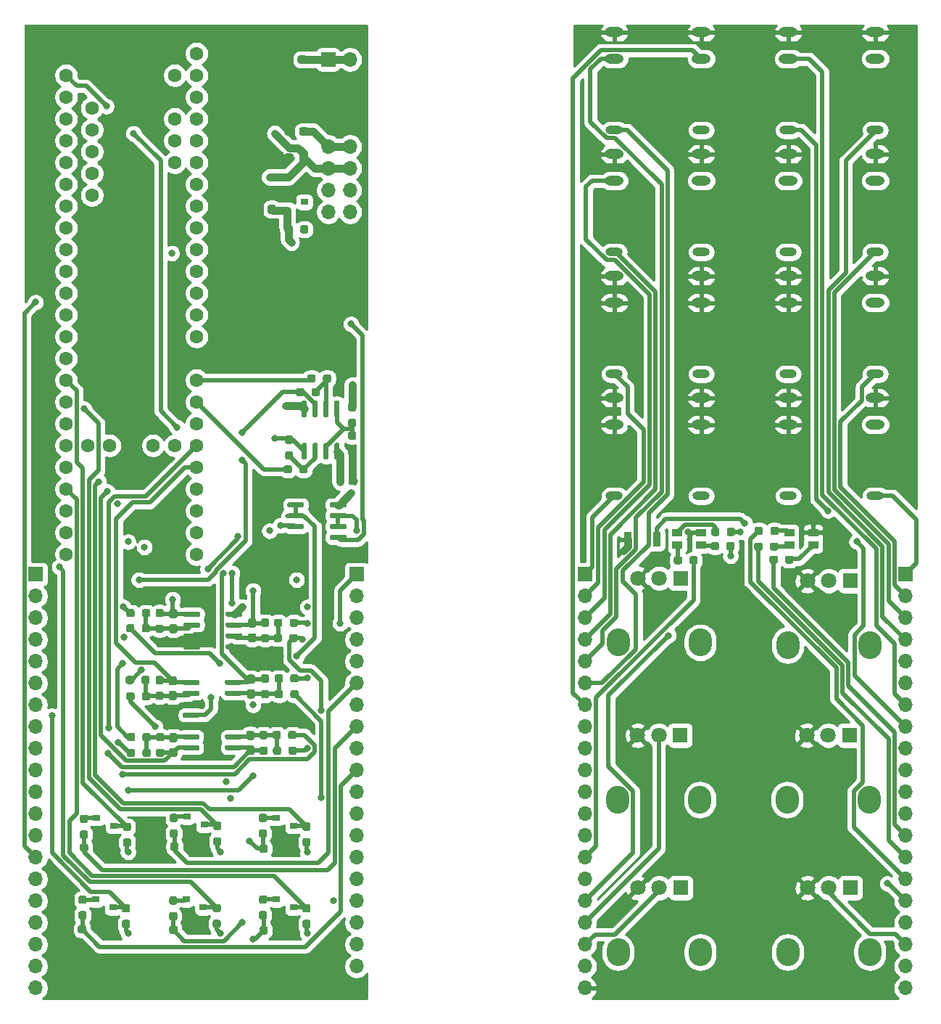
<source format=gbr>
%TF.GenerationSoftware,KiCad,Pcbnew,(5.1.6-0-10_14)*%
%TF.CreationDate,2021-03-26T18:44:24-04:00*%
%TF.ProjectId,lowstepper_hardware,6c6f7773-7465-4707-9065-725f68617264,rev?*%
%TF.SameCoordinates,Original*%
%TF.FileFunction,Copper,L1,Top*%
%TF.FilePolarity,Positive*%
%FSLAX46Y46*%
G04 Gerber Fmt 4.6, Leading zero omitted, Abs format (unit mm)*
G04 Created by KiCad (PCBNEW (5.1.6-0-10_14)) date 2021-03-26 18:44:24*
%MOMM*%
%LPD*%
G01*
G04 APERTURE LIST*
%TA.AperFunction,ComponentPad*%
%ADD10R,1.800000X1.800000*%
%TD*%
%TA.AperFunction,ComponentPad*%
%ADD11C,1.800000*%
%TD*%
%TA.AperFunction,ComponentPad*%
%ADD12O,2.720000X3.240000*%
%TD*%
%TA.AperFunction,SMDPad,CuDef*%
%ADD13R,1.200000X0.900000*%
%TD*%
%TA.AperFunction,ComponentPad*%
%ADD14O,2.216000X1.108000*%
%TD*%
%TA.AperFunction,ComponentPad*%
%ADD15O,2.016000X1.008000*%
%TD*%
%TA.AperFunction,ComponentPad*%
%ADD16O,1.700000X1.700000*%
%TD*%
%TA.AperFunction,ComponentPad*%
%ADD17R,1.700000X1.700000*%
%TD*%
%TA.AperFunction,SMDPad,CuDef*%
%ADD18R,0.900000X1.700000*%
%TD*%
%TA.AperFunction,SMDPad,CuDef*%
%ADD19R,0.900000X0.800000*%
%TD*%
%TA.AperFunction,ComponentPad*%
%ADD20C,1.600000*%
%TD*%
%TA.AperFunction,ComponentPad*%
%ADD21R,1.600000X1.600000*%
%TD*%
%TA.AperFunction,ViaPad*%
%ADD22C,0.800000*%
%TD*%
%TA.AperFunction,Conductor*%
%ADD23C,0.500000*%
%TD*%
%TA.AperFunction,Conductor*%
%ADD24C,0.890000*%
%TD*%
%TA.AperFunction,Conductor*%
%ADD25C,0.254000*%
%TD*%
G04 APERTURE END LIST*
D10*
%TO.P,RV6,1*%
%TO.N,+3V3*%
X267843000Y-129921000D03*
D11*
%TO.P,RV6,2*%
%TO.N,POT_CHUNKS_B_TOP*%
X265343000Y-129921000D03*
%TO.P,RV6,3*%
%TO.N,GND*%
X262843000Y-129921000D03*
D12*
%TO.P,RV6,*%
%TO.N,*%
X260543000Y-137421000D03*
X270143000Y-137421000D03*
%TD*%
D10*
%TO.P,RV3,1*%
%TO.N,+3V3*%
X248031000Y-129921000D03*
D11*
%TO.P,RV3,2*%
%TO.N,POT_CHUNKS_A_TOP*%
X245531000Y-129921000D03*
%TO.P,RV3,3*%
%TO.N,GND*%
X243031000Y-129921000D03*
D12*
%TO.P,RV3,*%
%TO.N,*%
X240731000Y-137421000D03*
X250331000Y-137421000D03*
%TD*%
D10*
%TO.P,RV2,1*%
%TO.N,+3V3*%
X248031000Y-93789500D03*
D11*
%TO.P,RV2,2*%
%TO.N,POT_RATE_A_TOP*%
X245531000Y-93789500D03*
%TO.P,RV2,3*%
%TO.N,GND*%
X243031000Y-93789500D03*
D12*
%TO.P,RV2,*%
%TO.N,*%
X240731000Y-101289500D03*
X250331000Y-101289500D03*
%TD*%
%TO.P,R49,2*%
%TO.N,Net-(D2-Pad2)*%
%TA.AperFunction,SMDPad,CuDef*%
G36*
G01*
X258465500Y-90344000D02*
X258465500Y-89869000D01*
G75*
G02*
X258703000Y-89631500I237500J0D01*
G01*
X259203000Y-89631500D01*
G75*
G02*
X259440500Y-89869000I0J-237500D01*
G01*
X259440500Y-90344000D01*
G75*
G02*
X259203000Y-90581500I-237500J0D01*
G01*
X258703000Y-90581500D01*
G75*
G02*
X258465500Y-90344000I0J237500D01*
G01*
G37*
%TD.AperFunction*%
%TO.P,R49,1*%
%TO.N,LED_B_G_TOP*%
%TA.AperFunction,SMDPad,CuDef*%
G36*
G01*
X256640500Y-90344000D02*
X256640500Y-89869000D01*
G75*
G02*
X256878000Y-89631500I237500J0D01*
G01*
X257378000Y-89631500D01*
G75*
G02*
X257615500Y-89869000I0J-237500D01*
G01*
X257615500Y-90344000D01*
G75*
G02*
X257378000Y-90581500I-237500J0D01*
G01*
X256878000Y-90581500D01*
G75*
G02*
X256640500Y-90344000I0J237500D01*
G01*
G37*
%TD.AperFunction*%
%TD*%
%TO.P,R48,2*%
%TO.N,Net-(D2-Pad1)*%
%TA.AperFunction,SMDPad,CuDef*%
G36*
G01*
X260243500Y-91868000D02*
X260243500Y-91393000D01*
G75*
G02*
X260481000Y-91155500I237500J0D01*
G01*
X260981000Y-91155500D01*
G75*
G02*
X261218500Y-91393000I0J-237500D01*
G01*
X261218500Y-91868000D01*
G75*
G02*
X260981000Y-92105500I-237500J0D01*
G01*
X260481000Y-92105500D01*
G75*
G02*
X260243500Y-91868000I0J237500D01*
G01*
G37*
%TD.AperFunction*%
%TO.P,R48,1*%
%TO.N,LED_B_R_TOP*%
%TA.AperFunction,SMDPad,CuDef*%
G36*
G01*
X258418500Y-91868000D02*
X258418500Y-91393000D01*
G75*
G02*
X258656000Y-91155500I237500J0D01*
G01*
X259156000Y-91155500D01*
G75*
G02*
X259393500Y-91393000I0J-237500D01*
G01*
X259393500Y-91868000D01*
G75*
G02*
X259156000Y-92105500I-237500J0D01*
G01*
X258656000Y-92105500D01*
G75*
G02*
X258418500Y-91868000I0J237500D01*
G01*
G37*
%TD.AperFunction*%
%TD*%
%TO.P,R47,2*%
%TO.N,Net-(D2-Pad3)*%
%TA.AperFunction,SMDPad,CuDef*%
G36*
G01*
X258512500Y-88502500D02*
X258512500Y-88027500D01*
G75*
G02*
X258750000Y-87790000I237500J0D01*
G01*
X259250000Y-87790000D01*
G75*
G02*
X259487500Y-88027500I0J-237500D01*
G01*
X259487500Y-88502500D01*
G75*
G02*
X259250000Y-88740000I-237500J0D01*
G01*
X258750000Y-88740000D01*
G75*
G02*
X258512500Y-88502500I0J237500D01*
G01*
G37*
%TD.AperFunction*%
%TO.P,R47,1*%
%TO.N,LED_B_B_TOP*%
%TA.AperFunction,SMDPad,CuDef*%
G36*
G01*
X256687500Y-88502500D02*
X256687500Y-88027500D01*
G75*
G02*
X256925000Y-87790000I237500J0D01*
G01*
X257425000Y-87790000D01*
G75*
G02*
X257662500Y-88027500I0J-237500D01*
G01*
X257662500Y-88502500D01*
G75*
G02*
X257425000Y-88740000I-237500J0D01*
G01*
X256925000Y-88740000D01*
G75*
G02*
X256687500Y-88502500I0J237500D01*
G01*
G37*
%TD.AperFunction*%
%TD*%
%TO.P,R18,2*%
%TO.N,Net-(D1-Pad2)*%
%TA.AperFunction,SMDPad,CuDef*%
G36*
G01*
X248217500Y-91456500D02*
X248217500Y-91931500D01*
G75*
G02*
X247980000Y-92169000I-237500J0D01*
G01*
X247480000Y-92169000D01*
G75*
G02*
X247242500Y-91931500I0J237500D01*
G01*
X247242500Y-91456500D01*
G75*
G02*
X247480000Y-91219000I237500J0D01*
G01*
X247980000Y-91219000D01*
G75*
G02*
X248217500Y-91456500I0J-237500D01*
G01*
G37*
%TD.AperFunction*%
%TO.P,R18,1*%
%TO.N,LED_A_G_TOP*%
%TA.AperFunction,SMDPad,CuDef*%
G36*
G01*
X250042500Y-91456500D02*
X250042500Y-91931500D01*
G75*
G02*
X249805000Y-92169000I-237500J0D01*
G01*
X249305000Y-92169000D01*
G75*
G02*
X249067500Y-91931500I0J237500D01*
G01*
X249067500Y-91456500D01*
G75*
G02*
X249305000Y-91219000I237500J0D01*
G01*
X249805000Y-91219000D01*
G75*
G02*
X250042500Y-91456500I0J-237500D01*
G01*
G37*
%TD.AperFunction*%
%TD*%
%TO.P,R17,2*%
%TO.N,Net-(D1-Pad1)*%
%TA.AperFunction,SMDPad,CuDef*%
G36*
G01*
X252535500Y-89805500D02*
X252535500Y-90280500D01*
G75*
G02*
X252298000Y-90518000I-237500J0D01*
G01*
X251798000Y-90518000D01*
G75*
G02*
X251560500Y-90280500I0J237500D01*
G01*
X251560500Y-89805500D01*
G75*
G02*
X251798000Y-89568000I237500J0D01*
G01*
X252298000Y-89568000D01*
G75*
G02*
X252535500Y-89805500I0J-237500D01*
G01*
G37*
%TD.AperFunction*%
%TO.P,R17,1*%
%TO.N,LED_A_R_TOP*%
%TA.AperFunction,SMDPad,CuDef*%
G36*
G01*
X254360500Y-89805500D02*
X254360500Y-90280500D01*
G75*
G02*
X254123000Y-90518000I-237500J0D01*
G01*
X253623000Y-90518000D01*
G75*
G02*
X253385500Y-90280500I0J237500D01*
G01*
X253385500Y-89805500D01*
G75*
G02*
X253623000Y-89568000I237500J0D01*
G01*
X254123000Y-89568000D01*
G75*
G02*
X254360500Y-89805500I0J-237500D01*
G01*
G37*
%TD.AperFunction*%
%TD*%
%TO.P,R16,2*%
%TO.N,Net-(D1-Pad3)*%
%TA.AperFunction,SMDPad,CuDef*%
G36*
G01*
X252582500Y-88154500D02*
X252582500Y-88629500D01*
G75*
G02*
X252345000Y-88867000I-237500J0D01*
G01*
X251845000Y-88867000D01*
G75*
G02*
X251607500Y-88629500I0J237500D01*
G01*
X251607500Y-88154500D01*
G75*
G02*
X251845000Y-87917000I237500J0D01*
G01*
X252345000Y-87917000D01*
G75*
G02*
X252582500Y-88154500I0J-237500D01*
G01*
G37*
%TD.AperFunction*%
%TO.P,R16,1*%
%TO.N,LED_A_B_TOP*%
%TA.AperFunction,SMDPad,CuDef*%
G36*
G01*
X254407500Y-88154500D02*
X254407500Y-88629500D01*
G75*
G02*
X254170000Y-88867000I-237500J0D01*
G01*
X253670000Y-88867000D01*
G75*
G02*
X253432500Y-88629500I0J237500D01*
G01*
X253432500Y-88154500D01*
G75*
G02*
X253670000Y-87917000I237500J0D01*
G01*
X254170000Y-87917000D01*
G75*
G02*
X254407500Y-88154500I0J-237500D01*
G01*
G37*
%TD.AperFunction*%
%TD*%
D13*
%TO.P,D1,4*%
%TO.N,GND*%
X250444000Y-88466000D03*
%TO.P,D1,3*%
%TO.N,Net-(D1-Pad3)*%
X247644000Y-88466000D03*
%TO.P,D1,2*%
%TO.N,Net-(D1-Pad2)*%
X247644000Y-89916000D03*
%TO.P,D1,1*%
%TO.N,Net-(D1-Pad1)*%
X250444000Y-89916000D03*
%TD*%
%TO.P,D2,4*%
%TO.N,GND*%
X263525000Y-88466000D03*
%TO.P,D2,3*%
%TO.N,Net-(D2-Pad3)*%
X260725000Y-88466000D03*
%TO.P,D2,2*%
%TO.N,Net-(D2-Pad2)*%
X260725000Y-89916000D03*
%TO.P,D2,1*%
%TO.N,Net-(D2-Pad1)*%
X263525000Y-89916000D03*
%TD*%
D14*
%TO.P,J1,1*%
%TO.N,GND*%
X270764000Y-58544000D03*
%TO.P,J1,2*%
%TO.N,Net-(J1-Pad2)*%
X270764000Y-61644000D03*
D15*
%TO.P,J1,3*%
%TO.N,OUT_A_TOP*%
X270764000Y-69944000D03*
%TD*%
D14*
%TO.P,J2,1*%
%TO.N,GND*%
X270764000Y-72768000D03*
%TO.P,J2,2*%
%TO.N,Net-(J2-Pad2)*%
X270764000Y-75868000D03*
D15*
%TO.P,J2,3*%
%TO.N,OUT_B_TOP*%
X270764000Y-84168000D03*
%TD*%
D14*
%TO.P,J3,1*%
%TO.N,GND*%
X270764000Y-30096000D03*
%TO.P,J3,2*%
%TO.N,Net-(J3-Pad2)*%
X270764000Y-33196000D03*
D15*
%TO.P,J3,3*%
%TO.N,EOC_A_TOP*%
X270764000Y-41496000D03*
%TD*%
D14*
%TO.P,J4,1*%
%TO.N,GND*%
X270764000Y-44320000D03*
%TO.P,J4,2*%
%TO.N,Net-(J4-Pad2)*%
X270764000Y-47420000D03*
D15*
%TO.P,J4,3*%
%TO.N,EOC_B_TOP*%
X270764000Y-55720000D03*
%TD*%
D14*
%TO.P,J5,1*%
%TO.N,GND*%
X250444000Y-58544000D03*
%TO.P,J5,2*%
X250444000Y-61644000D03*
D15*
%TO.P,J5,3*%
%TO.N,MORPH_A_TOP*%
X250444000Y-69944000D03*
%TD*%
D14*
%TO.P,J6,1*%
%TO.N,GND*%
X240284000Y-58544000D03*
%TO.P,J6,2*%
X240284000Y-61644000D03*
D15*
%TO.P,J6,3*%
%TO.N,RATE_A_TOP*%
X240284000Y-69944000D03*
%TD*%
D14*
%TO.P,J7,1*%
%TO.N,GND*%
X260604000Y-58544000D03*
%TO.P,J7,2*%
X260604000Y-61644000D03*
D15*
%TO.P,J7,3*%
%TO.N,CHUNKS_A_TOP*%
X260604000Y-69944000D03*
%TD*%
D14*
%TO.P,J9,1*%
%TO.N,GND*%
X250444000Y-72768000D03*
%TO.P,J9,2*%
X250444000Y-75868000D03*
D15*
%TO.P,J9,3*%
%TO.N,MORPH_B_TOP*%
X250444000Y-84168000D03*
%TD*%
D14*
%TO.P,J10,1*%
%TO.N,GND*%
X240284000Y-72768000D03*
%TO.P,J10,2*%
X240284000Y-75868000D03*
D15*
%TO.P,J10,3*%
%TO.N,RATE_B_TOP*%
X240284000Y-84168000D03*
%TD*%
D14*
%TO.P,J11,1*%
%TO.N,GND*%
X260604000Y-72768000D03*
%TO.P,J11,2*%
X260604000Y-75868000D03*
D15*
%TO.P,J11,3*%
%TO.N,CHUNKS_B_TOP*%
X260604000Y-84168000D03*
%TD*%
D14*
%TO.P,J12,1*%
%TO.N,GND*%
X250444000Y-30096000D03*
%TO.P,J12,2*%
%TO.N,CLK_A_SENSE_TOP*%
X250444000Y-33196000D03*
D15*
%TO.P,J12,3*%
%TO.N,CLK_A_TOP*%
X250444000Y-41496000D03*
%TD*%
D14*
%TO.P,J13,1*%
%TO.N,GND*%
X240284000Y-30096000D03*
%TO.P,J13,2*%
%TO.N,TRIG_A_SENSE_TOP*%
X240284000Y-33196000D03*
D15*
%TO.P,J13,3*%
%TO.N,TRIG_A_TOP*%
X240284000Y-41496000D03*
%TD*%
D14*
%TO.P,J14,1*%
%TO.N,GND*%
X260604000Y-30096000D03*
%TO.P,J14,2*%
%TO.N,RST_A_SENSE_TOP*%
X260604000Y-33196000D03*
D15*
%TO.P,J14,3*%
%TO.N,RST_A_TOP*%
X260604000Y-41496000D03*
%TD*%
D14*
%TO.P,J15,1*%
%TO.N,GND*%
X250444000Y-44320000D03*
%TO.P,J15,2*%
%TO.N,CLK_B_SENSE_TOP*%
X250444000Y-47420000D03*
D15*
%TO.P,J15,3*%
%TO.N,CLK_B_TOP*%
X250444000Y-55720000D03*
%TD*%
D14*
%TO.P,J16,1*%
%TO.N,GND*%
X240284000Y-44320000D03*
%TO.P,J16,2*%
%TO.N,TRIG_B_SENSE_TOP*%
X240284000Y-47420000D03*
D15*
%TO.P,J16,3*%
%TO.N,TRIG_B_TOP*%
X240284000Y-55720000D03*
%TD*%
D14*
%TO.P,J17,1*%
%TO.N,GND*%
X260604000Y-44320000D03*
%TO.P,J17,2*%
%TO.N,RST_B_SENSE_TOP*%
X260604000Y-47420000D03*
D15*
%TO.P,J17,3*%
%TO.N,RST_B_TOP*%
X260604000Y-55720000D03*
%TD*%
D16*
%TO.P,J19,20*%
%TO.N,GND*%
X236855000Y-141605000D03*
%TO.P,J19,19*%
%TO.N,BTN_TOP*%
X236855000Y-139065000D03*
%TO.P,J19,18*%
%TO.N,POT_CHUNKS_A_TOP*%
X236855000Y-136525000D03*
%TO.P,J19,17*%
%TO.N,POT_MORPH_A_TOP*%
X236855000Y-133985000D03*
%TO.P,J19,16*%
%TO.N,POT_RATE_A_TOP*%
X236855000Y-131445000D03*
%TO.P,J19,15*%
%TO.N,LED_A_B_TOP*%
X236855000Y-128905000D03*
%TO.P,J19,14*%
%TO.N,LED_A_G_TOP*%
X236855000Y-126365000D03*
%TO.P,J19,13*%
%TO.N,LED_A_R_TOP*%
X236855000Y-123825000D03*
%TO.P,J19,12*%
%TO.N,MORPH_B_TOP*%
X236855000Y-121285000D03*
%TO.P,J19,11*%
%TO.N,MORPH_A_TOP*%
X236855000Y-118745000D03*
%TO.P,J19,10*%
%TO.N,CLK_B_TOP*%
X236855000Y-116205000D03*
%TO.P,J19,9*%
%TO.N,CLK_B_SENSE_TOP*%
X236855000Y-113665000D03*
%TO.P,J19,8*%
%TO.N,CLK_A_TOP*%
X236855000Y-111125000D03*
%TO.P,J19,7*%
%TO.N,CLK_A_SENSE_TOP*%
X236855000Y-108585000D03*
%TO.P,J19,6*%
%TO.N,TRIG_A_TOP*%
X236855000Y-106045000D03*
%TO.P,J19,5*%
%TO.N,TRIG_A_SENSE_TOP*%
X236855000Y-103505000D03*
%TO.P,J19,4*%
%TO.N,TRIG_B_TOP*%
X236855000Y-100965000D03*
%TO.P,J19,3*%
%TO.N,TRIG_B_SENSE_TOP*%
X236855000Y-98425000D03*
%TO.P,J19,2*%
%TO.N,RATE_A_TOP*%
X236855000Y-95885000D03*
D17*
%TO.P,J19,1*%
%TO.N,RATE_B_TOP*%
X236855000Y-93345000D03*
%TD*%
D12*
%TO.P,RV1,*%
%TO.N,*%
X250291600Y-119634000D03*
X240691600Y-119634000D03*
D11*
%TO.P,RV1,3*%
%TO.N,GND*%
X242991600Y-112134000D03*
%TO.P,RV1,2*%
%TO.N,POT_MORPH_A_TOP*%
X245491600Y-112134000D03*
D10*
%TO.P,RV1,1*%
%TO.N,+3V3*%
X247991600Y-112134000D03*
%TD*%
D18*
%TO.P,SW1,2*%
%TO.N,BTN_TOP*%
X245237000Y-89281000D03*
%TO.P,SW1,1*%
%TO.N,GND*%
X241837000Y-89281000D03*
%TD*%
D10*
%TO.P,RV5,1*%
%TO.N,+3V3*%
X267843000Y-94100000D03*
D11*
%TO.P,RV5,2*%
%TO.N,POT_RATE_B_TOP*%
X265343000Y-94100000D03*
%TO.P,RV5,3*%
%TO.N,GND*%
X262843000Y-94100000D03*
D12*
%TO.P,RV5,*%
%TO.N,*%
X260543000Y-101600000D03*
X270143000Y-101600000D03*
%TD*%
%TO.P,RV4,*%
%TO.N,*%
X270077000Y-119634000D03*
X260477000Y-119634000D03*
D11*
%TO.P,RV4,3*%
%TO.N,GND*%
X262777000Y-112134000D03*
%TO.P,RV4,2*%
%TO.N,POT_MORPH_B_TOP*%
X265277000Y-112134000D03*
D10*
%TO.P,RV4,1*%
%TO.N,+3V3*%
X267777000Y-112134000D03*
%TD*%
D16*
%TO.P,J18,20*%
%TO.N,+3V3*%
X274320000Y-141605000D03*
%TO.P,J18,19*%
%TO.N,Net-(J18-Pad19)*%
X274320000Y-139065000D03*
%TO.P,J18,18*%
%TO.N,POT_CHUNKS_B_TOP*%
X274320000Y-136525000D03*
%TO.P,J18,17*%
%TO.N,POT_MORPH_B_TOP*%
X274320000Y-133985000D03*
%TO.P,J18,16*%
%TO.N,POT_RATE_B_TOP*%
X274320000Y-131445000D03*
%TO.P,J18,15*%
%TO.N,LED_B_B_TOP*%
X274320000Y-128905000D03*
%TO.P,J18,14*%
%TO.N,LED_B_G_TOP*%
X274320000Y-126365000D03*
%TO.P,J18,13*%
%TO.N,LED_B_R_TOP*%
X274320000Y-123825000D03*
%TO.P,J18,12*%
%TO.N,CHUNKS_B_TOP*%
X274320000Y-121285000D03*
%TO.P,J18,11*%
%TO.N,CHUNKS_A_TOP*%
X274320000Y-118745000D03*
%TO.P,J18,10*%
%TO.N,RST_B_TOP*%
X274320000Y-116205000D03*
%TO.P,J18,9*%
%TO.N,RST_B_SENSE_TOP*%
X274320000Y-113665000D03*
%TO.P,J18,8*%
%TO.N,RST_A_TOP*%
X274320000Y-111125000D03*
%TO.P,J18,7*%
%TO.N,RST_A_SENSE_TOP*%
X274320000Y-108585000D03*
%TO.P,J18,6*%
%TO.N,Net-(J18-Pad6)*%
X274320000Y-106045000D03*
%TO.P,J18,5*%
%TO.N,Net-(J18-Pad5)*%
X274320000Y-103505000D03*
%TO.P,J18,4*%
%TO.N,EOC_A_TOP*%
X274320000Y-100965000D03*
%TO.P,J18,3*%
%TO.N,EOC_B_TOP*%
X274320000Y-98425000D03*
%TO.P,J18,2*%
%TO.N,OUT_A_TOP*%
X274320000Y-95885000D03*
D17*
%TO.P,J18,1*%
%TO.N,OUT_B_TOP*%
X274320000Y-93345000D03*
%TD*%
%TO.P,U2,14*%
%TO.N,/MORPH_CV_B*%
%TA.AperFunction,SMDPad,CuDef*%
G36*
G01*
X194832100Y-106093400D02*
X194832100Y-105793400D01*
G75*
G02*
X194982100Y-105643400I150000J0D01*
G01*
X196632100Y-105643400D01*
G75*
G02*
X196782100Y-105793400I0J-150000D01*
G01*
X196782100Y-106093400D01*
G75*
G02*
X196632100Y-106243400I-150000J0D01*
G01*
X194982100Y-106243400D01*
G75*
G02*
X194832100Y-106093400I0J150000D01*
G01*
G37*
%TD.AperFunction*%
%TO.P,U2,13*%
%TO.N,/Morph_CV_B_cct/OPAMP_INV*%
%TA.AperFunction,SMDPad,CuDef*%
G36*
G01*
X194832100Y-107363400D02*
X194832100Y-107063400D01*
G75*
G02*
X194982100Y-106913400I150000J0D01*
G01*
X196632100Y-106913400D01*
G75*
G02*
X196782100Y-107063400I0J-150000D01*
G01*
X196782100Y-107363400D01*
G75*
G02*
X196632100Y-107513400I-150000J0D01*
G01*
X194982100Y-107513400D01*
G75*
G02*
X194832100Y-107363400I0J150000D01*
G01*
G37*
%TD.AperFunction*%
%TO.P,U2,12*%
%TO.N,GND*%
%TA.AperFunction,SMDPad,CuDef*%
G36*
G01*
X194832100Y-108633400D02*
X194832100Y-108333400D01*
G75*
G02*
X194982100Y-108183400I150000J0D01*
G01*
X196632100Y-108183400D01*
G75*
G02*
X196782100Y-108333400I0J-150000D01*
G01*
X196782100Y-108633400D01*
G75*
G02*
X196632100Y-108783400I-150000J0D01*
G01*
X194982100Y-108783400D01*
G75*
G02*
X194832100Y-108633400I0J150000D01*
G01*
G37*
%TD.AperFunction*%
%TO.P,U2,11*%
%TA.AperFunction,SMDPad,CuDef*%
G36*
G01*
X194832100Y-109903400D02*
X194832100Y-109603400D01*
G75*
G02*
X194982100Y-109453400I150000J0D01*
G01*
X196632100Y-109453400D01*
G75*
G02*
X196782100Y-109603400I0J-150000D01*
G01*
X196782100Y-109903400D01*
G75*
G02*
X196632100Y-110053400I-150000J0D01*
G01*
X194982100Y-110053400D01*
G75*
G02*
X194832100Y-109903400I0J150000D01*
G01*
G37*
%TD.AperFunction*%
%TO.P,U2,10*%
%TA.AperFunction,SMDPad,CuDef*%
G36*
G01*
X194832100Y-111173400D02*
X194832100Y-110873400D01*
G75*
G02*
X194982100Y-110723400I150000J0D01*
G01*
X196632100Y-110723400D01*
G75*
G02*
X196782100Y-110873400I0J-150000D01*
G01*
X196782100Y-111173400D01*
G75*
G02*
X196632100Y-111323400I-150000J0D01*
G01*
X194982100Y-111323400D01*
G75*
G02*
X194832100Y-111173400I0J150000D01*
G01*
G37*
%TD.AperFunction*%
%TO.P,U2,9*%
%TO.N,/Chunks_CV_A_cct/OPAMP_INV*%
%TA.AperFunction,SMDPad,CuDef*%
G36*
G01*
X194832100Y-112443400D02*
X194832100Y-112143400D01*
G75*
G02*
X194982100Y-111993400I150000J0D01*
G01*
X196632100Y-111993400D01*
G75*
G02*
X196782100Y-112143400I0J-150000D01*
G01*
X196782100Y-112443400D01*
G75*
G02*
X196632100Y-112593400I-150000J0D01*
G01*
X194982100Y-112593400D01*
G75*
G02*
X194832100Y-112443400I0J150000D01*
G01*
G37*
%TD.AperFunction*%
%TO.P,U2,8*%
%TO.N,/CHUNK_CV_A*%
%TA.AperFunction,SMDPad,CuDef*%
G36*
G01*
X194832100Y-113713400D02*
X194832100Y-113413400D01*
G75*
G02*
X194982100Y-113263400I150000J0D01*
G01*
X196632100Y-113263400D01*
G75*
G02*
X196782100Y-113413400I0J-150000D01*
G01*
X196782100Y-113713400D01*
G75*
G02*
X196632100Y-113863400I-150000J0D01*
G01*
X194982100Y-113863400D01*
G75*
G02*
X194832100Y-113713400I0J150000D01*
G01*
G37*
%TD.AperFunction*%
%TO.P,U2,7*%
%TO.N,/RATE_CV_A*%
%TA.AperFunction,SMDPad,CuDef*%
G36*
G01*
X189882100Y-113713400D02*
X189882100Y-113413400D01*
G75*
G02*
X190032100Y-113263400I150000J0D01*
G01*
X191682100Y-113263400D01*
G75*
G02*
X191832100Y-113413400I0J-150000D01*
G01*
X191832100Y-113713400D01*
G75*
G02*
X191682100Y-113863400I-150000J0D01*
G01*
X190032100Y-113863400D01*
G75*
G02*
X189882100Y-113713400I0J150000D01*
G01*
G37*
%TD.AperFunction*%
%TO.P,U2,6*%
%TO.N,/Rate_CV_A_cct/OPAMP_INV*%
%TA.AperFunction,SMDPad,CuDef*%
G36*
G01*
X189882100Y-112443400D02*
X189882100Y-112143400D01*
G75*
G02*
X190032100Y-111993400I150000J0D01*
G01*
X191682100Y-111993400D01*
G75*
G02*
X191832100Y-112143400I0J-150000D01*
G01*
X191832100Y-112443400D01*
G75*
G02*
X191682100Y-112593400I-150000J0D01*
G01*
X190032100Y-112593400D01*
G75*
G02*
X189882100Y-112443400I0J150000D01*
G01*
G37*
%TD.AperFunction*%
%TO.P,U2,5*%
%TO.N,GND*%
%TA.AperFunction,SMDPad,CuDef*%
G36*
G01*
X189882100Y-111173400D02*
X189882100Y-110873400D01*
G75*
G02*
X190032100Y-110723400I150000J0D01*
G01*
X191682100Y-110723400D01*
G75*
G02*
X191832100Y-110873400I0J-150000D01*
G01*
X191832100Y-111173400D01*
G75*
G02*
X191682100Y-111323400I-150000J0D01*
G01*
X190032100Y-111323400D01*
G75*
G02*
X189882100Y-111173400I0J150000D01*
G01*
G37*
%TD.AperFunction*%
%TO.P,U2,4*%
%TO.N,+3V3*%
%TA.AperFunction,SMDPad,CuDef*%
G36*
G01*
X189882100Y-109903400D02*
X189882100Y-109603400D01*
G75*
G02*
X190032100Y-109453400I150000J0D01*
G01*
X191682100Y-109453400D01*
G75*
G02*
X191832100Y-109603400I0J-150000D01*
G01*
X191832100Y-109903400D01*
G75*
G02*
X191682100Y-110053400I-150000J0D01*
G01*
X190032100Y-110053400D01*
G75*
G02*
X189882100Y-109903400I0J150000D01*
G01*
G37*
%TD.AperFunction*%
%TO.P,U2,3*%
%TO.N,GND*%
%TA.AperFunction,SMDPad,CuDef*%
G36*
G01*
X189882100Y-108633400D02*
X189882100Y-108333400D01*
G75*
G02*
X190032100Y-108183400I150000J0D01*
G01*
X191682100Y-108183400D01*
G75*
G02*
X191832100Y-108333400I0J-150000D01*
G01*
X191832100Y-108633400D01*
G75*
G02*
X191682100Y-108783400I-150000J0D01*
G01*
X190032100Y-108783400D01*
G75*
G02*
X189882100Y-108633400I0J150000D01*
G01*
G37*
%TD.AperFunction*%
%TO.P,U2,2*%
%TO.N,/Morph_CV_A_cct/OPAMP_INV*%
%TA.AperFunction,SMDPad,CuDef*%
G36*
G01*
X189882100Y-107363400D02*
X189882100Y-107063400D01*
G75*
G02*
X190032100Y-106913400I150000J0D01*
G01*
X191682100Y-106913400D01*
G75*
G02*
X191832100Y-107063400I0J-150000D01*
G01*
X191832100Y-107363400D01*
G75*
G02*
X191682100Y-107513400I-150000J0D01*
G01*
X190032100Y-107513400D01*
G75*
G02*
X189882100Y-107363400I0J150000D01*
G01*
G37*
%TD.AperFunction*%
%TO.P,U2,1*%
%TO.N,/MORPH_CV_A*%
%TA.AperFunction,SMDPad,CuDef*%
G36*
G01*
X189882100Y-106093400D02*
X189882100Y-105793400D01*
G75*
G02*
X190032100Y-105643400I150000J0D01*
G01*
X191682100Y-105643400D01*
G75*
G02*
X191832100Y-105793400I0J-150000D01*
G01*
X191832100Y-106093400D01*
G75*
G02*
X191682100Y-106243400I-150000J0D01*
G01*
X190032100Y-106243400D01*
G75*
G02*
X189882100Y-106093400I0J150000D01*
G01*
G37*
%TD.AperFunction*%
%TD*%
%TO.P,C2,2*%
%TO.N,/Morph_CV_A_cct/OPAMP_INV*%
%TA.AperFunction,SMDPad,CuDef*%
G36*
G01*
X188484500Y-106941500D02*
X188959500Y-106941500D01*
G75*
G02*
X189197000Y-107179000I0J-237500D01*
G01*
X189197000Y-107779000D01*
G75*
G02*
X188959500Y-108016500I-237500J0D01*
G01*
X188484500Y-108016500D01*
G75*
G02*
X188247000Y-107779000I0J237500D01*
G01*
X188247000Y-107179000D01*
G75*
G02*
X188484500Y-106941500I237500J0D01*
G01*
G37*
%TD.AperFunction*%
%TO.P,C2,1*%
%TO.N,/MORPH_CV_A*%
%TA.AperFunction,SMDPad,CuDef*%
G36*
G01*
X188484500Y-105216500D02*
X188959500Y-105216500D01*
G75*
G02*
X189197000Y-105454000I0J-237500D01*
G01*
X189197000Y-106054000D01*
G75*
G02*
X188959500Y-106291500I-237500J0D01*
G01*
X188484500Y-106291500D01*
G75*
G02*
X188247000Y-106054000I0J237500D01*
G01*
X188247000Y-105454000D01*
G75*
G02*
X188484500Y-105216500I237500J0D01*
G01*
G37*
%TD.AperFunction*%
%TD*%
%TO.P,R5,2*%
%TO.N,/Morph_CV_A_cct/AREF_-10V*%
%TA.AperFunction,SMDPad,CuDef*%
G36*
G01*
X184209500Y-105426500D02*
X184209500Y-105901500D01*
G75*
G02*
X183972000Y-106139000I-237500J0D01*
G01*
X183472000Y-106139000D01*
G75*
G02*
X183234500Y-105901500I0J237500D01*
G01*
X183234500Y-105426500D01*
G75*
G02*
X183472000Y-105189000I237500J0D01*
G01*
X183972000Y-105189000D01*
G75*
G02*
X184209500Y-105426500I0J-237500D01*
G01*
G37*
%TD.AperFunction*%
%TO.P,R5,1*%
%TO.N,/Morph_CV_A_cct/OPAMP_INV*%
%TA.AperFunction,SMDPad,CuDef*%
G36*
G01*
X186034500Y-105426500D02*
X186034500Y-105901500D01*
G75*
G02*
X185797000Y-106139000I-237500J0D01*
G01*
X185297000Y-106139000D01*
G75*
G02*
X185059500Y-105901500I0J237500D01*
G01*
X185059500Y-105426500D01*
G75*
G02*
X185297000Y-105189000I237500J0D01*
G01*
X185797000Y-105189000D01*
G75*
G02*
X186034500Y-105426500I0J-237500D01*
G01*
G37*
%TD.AperFunction*%
%TD*%
%TO.P,R6,2*%
%TO.N,MORPH_A_BOTTOM*%
%TA.AperFunction,SMDPad,CuDef*%
G36*
G01*
X184273000Y-107331500D02*
X184273000Y-107806500D01*
G75*
G02*
X184035500Y-108044000I-237500J0D01*
G01*
X183535500Y-108044000D01*
G75*
G02*
X183298000Y-107806500I0J237500D01*
G01*
X183298000Y-107331500D01*
G75*
G02*
X183535500Y-107094000I237500J0D01*
G01*
X184035500Y-107094000D01*
G75*
G02*
X184273000Y-107331500I0J-237500D01*
G01*
G37*
%TD.AperFunction*%
%TO.P,R6,1*%
%TO.N,/Morph_CV_A_cct/OPAMP_INV*%
%TA.AperFunction,SMDPad,CuDef*%
G36*
G01*
X186098000Y-107331500D02*
X186098000Y-107806500D01*
G75*
G02*
X185860500Y-108044000I-237500J0D01*
G01*
X185360500Y-108044000D01*
G75*
G02*
X185123000Y-107806500I0J237500D01*
G01*
X185123000Y-107331500D01*
G75*
G02*
X185360500Y-107094000I237500J0D01*
G01*
X185860500Y-107094000D01*
G75*
G02*
X186098000Y-107331500I0J-237500D01*
G01*
G37*
%TD.AperFunction*%
%TD*%
%TO.P,R15,2*%
%TO.N,Net-(R15-Pad2)*%
%TA.AperFunction,SMDPad,CuDef*%
G36*
G01*
X206268500Y-70722500D02*
X206268500Y-70247500D01*
G75*
G02*
X206506000Y-70010000I237500J0D01*
G01*
X207006000Y-70010000D01*
G75*
G02*
X207243500Y-70247500I0J-237500D01*
G01*
X207243500Y-70722500D01*
G75*
G02*
X207006000Y-70960000I-237500J0D01*
G01*
X206506000Y-70960000D01*
G75*
G02*
X206268500Y-70722500I0J237500D01*
G01*
G37*
%TD.AperFunction*%
%TO.P,R15,1*%
%TO.N,/DAC_OUT_B*%
%TA.AperFunction,SMDPad,CuDef*%
G36*
G01*
X204443500Y-70722500D02*
X204443500Y-70247500D01*
G75*
G02*
X204681000Y-70010000I237500J0D01*
G01*
X205181000Y-70010000D01*
G75*
G02*
X205418500Y-70247500I0J-237500D01*
G01*
X205418500Y-70722500D01*
G75*
G02*
X205181000Y-70960000I-237500J0D01*
G01*
X204681000Y-70960000D01*
G75*
G02*
X204443500Y-70722500I0J237500D01*
G01*
G37*
%TD.AperFunction*%
%TD*%
%TO.P,R7,2*%
%TO.N,+3V3*%
%TA.AperFunction,SMDPad,CuDef*%
G36*
G01*
X183150500Y-124146500D02*
X183625500Y-124146500D01*
G75*
G02*
X183863000Y-124384000I0J-237500D01*
G01*
X183863000Y-124884000D01*
G75*
G02*
X183625500Y-125121500I-237500J0D01*
G01*
X183150500Y-125121500D01*
G75*
G02*
X182913000Y-124884000I0J237500D01*
G01*
X182913000Y-124384000D01*
G75*
G02*
X183150500Y-124146500I237500J0D01*
G01*
G37*
%TD.AperFunction*%
%TO.P,R7,1*%
%TO.N,/CLK_IN_A*%
%TA.AperFunction,SMDPad,CuDef*%
G36*
G01*
X183150500Y-122321500D02*
X183625500Y-122321500D01*
G75*
G02*
X183863000Y-122559000I0J-237500D01*
G01*
X183863000Y-123059000D01*
G75*
G02*
X183625500Y-123296500I-237500J0D01*
G01*
X183150500Y-123296500D01*
G75*
G02*
X182913000Y-123059000I0J237500D01*
G01*
X182913000Y-122559000D01*
G75*
G02*
X183150500Y-122321500I237500J0D01*
G01*
G37*
%TD.AperFunction*%
%TD*%
%TO.P,R4,2*%
%TO.N,CLK_A_BOTTOM*%
%TA.AperFunction,SMDPad,CuDef*%
G36*
G01*
X178121300Y-123210500D02*
X178596300Y-123210500D01*
G75*
G02*
X178833800Y-123448000I0J-237500D01*
G01*
X178833800Y-123948000D01*
G75*
G02*
X178596300Y-124185500I-237500J0D01*
G01*
X178121300Y-124185500D01*
G75*
G02*
X177883800Y-123948000I0J237500D01*
G01*
X177883800Y-123448000D01*
G75*
G02*
X178121300Y-123210500I237500J0D01*
G01*
G37*
%TD.AperFunction*%
%TO.P,R4,1*%
%TO.N,Net-(Q1-Pad1)*%
%TA.AperFunction,SMDPad,CuDef*%
G36*
G01*
X178121300Y-121385500D02*
X178596300Y-121385500D01*
G75*
G02*
X178833800Y-121623000I0J-237500D01*
G01*
X178833800Y-122123000D01*
G75*
G02*
X178596300Y-122360500I-237500J0D01*
G01*
X178121300Y-122360500D01*
G75*
G02*
X177883800Y-122123000I0J237500D01*
G01*
X177883800Y-121623000D01*
G75*
G02*
X178121300Y-121385500I237500J0D01*
G01*
G37*
%TD.AperFunction*%
%TD*%
%TO.P,R3,2*%
%TO.N,OUT_B_BOTTOM*%
%TA.AperFunction,SMDPad,CuDef*%
G36*
G01*
X204085000Y-71835000D02*
X204085000Y-72310000D01*
G75*
G02*
X203847500Y-72547500I-237500J0D01*
G01*
X203347500Y-72547500D01*
G75*
G02*
X203110000Y-72310000I0J237500D01*
G01*
X203110000Y-71835000D01*
G75*
G02*
X203347500Y-71597500I237500J0D01*
G01*
X203847500Y-71597500D01*
G75*
G02*
X204085000Y-71835000I0J-237500D01*
G01*
G37*
%TD.AperFunction*%
%TO.P,R3,1*%
%TO.N,Net-(R15-Pad2)*%
%TA.AperFunction,SMDPad,CuDef*%
G36*
G01*
X205910000Y-71835000D02*
X205910000Y-72310000D01*
G75*
G02*
X205672500Y-72547500I-237500J0D01*
G01*
X205172500Y-72547500D01*
G75*
G02*
X204935000Y-72310000I0J237500D01*
G01*
X204935000Y-71835000D01*
G75*
G02*
X205172500Y-71597500I237500J0D01*
G01*
X205672500Y-71597500D01*
G75*
G02*
X205910000Y-71835000I0J-237500D01*
G01*
G37*
%TD.AperFunction*%
%TD*%
%TO.P,R1,2*%
%TO.N,CLK_A_BOTTOM*%
%TA.AperFunction,SMDPad,CuDef*%
G36*
G01*
X178859000Y-124984500D02*
X178859000Y-125459500D01*
G75*
G02*
X178621500Y-125697000I-237500J0D01*
G01*
X178121500Y-125697000D01*
G75*
G02*
X177884000Y-125459500I0J237500D01*
G01*
X177884000Y-124984500D01*
G75*
G02*
X178121500Y-124747000I237500J0D01*
G01*
X178621500Y-124747000D01*
G75*
G02*
X178859000Y-124984500I0J-237500D01*
G01*
G37*
%TD.AperFunction*%
%TO.P,R1,1*%
%TO.N,GND*%
%TA.AperFunction,SMDPad,CuDef*%
G36*
G01*
X180684000Y-124984500D02*
X180684000Y-125459500D01*
G75*
G02*
X180446500Y-125697000I-237500J0D01*
G01*
X179946500Y-125697000D01*
G75*
G02*
X179709000Y-125459500I0J237500D01*
G01*
X179709000Y-124984500D01*
G75*
G02*
X179946500Y-124747000I237500J0D01*
G01*
X180446500Y-124747000D01*
G75*
G02*
X180684000Y-124984500I0J-237500D01*
G01*
G37*
%TD.AperFunction*%
%TD*%
D19*
%TO.P,Q6,3*%
%TO.N,/RESET_IN_B*%
X202803000Y-132207000D03*
%TO.P,Q6,2*%
%TO.N,GND*%
X200803000Y-133157000D03*
%TO.P,Q6,1*%
%TO.N,Net-(Q6-Pad1)*%
X200803000Y-131257000D03*
%TD*%
%TO.P,Q5,3*%
%TO.N,/TRIG_IN_B*%
X192278000Y-132207000D03*
%TO.P,Q5,2*%
%TO.N,GND*%
X190278000Y-133157000D03*
%TO.P,Q5,1*%
%TO.N,Net-(Q5-Pad1)*%
X190278000Y-131257000D03*
%TD*%
%TO.P,Q4,3*%
%TO.N,/CLK_IN_B*%
X181737000Y-132207000D03*
%TO.P,Q4,2*%
%TO.N,GND*%
X179737000Y-133157000D03*
%TO.P,Q4,1*%
%TO.N,Net-(Q4-Pad1)*%
X179737000Y-131257000D03*
%TD*%
%TO.P,Q3,3*%
%TO.N,/RESET_IN_A*%
X202803000Y-122682000D03*
%TO.P,Q3,2*%
%TO.N,GND*%
X200803000Y-123632000D03*
%TO.P,Q3,1*%
%TO.N,Net-(Q3-Pad1)*%
X200803000Y-121732000D03*
%TD*%
%TO.P,Q2,3*%
%TO.N,/TRIG_IN_A*%
X192389000Y-122555000D03*
%TO.P,Q2,2*%
%TO.N,GND*%
X190389000Y-123505000D03*
%TO.P,Q2,1*%
%TO.N,Net-(Q2-Pad1)*%
X190389000Y-121605000D03*
%TD*%
%TO.P,Q1,3*%
%TO.N,/CLK_IN_A*%
X181848000Y-122682000D03*
%TO.P,Q1,2*%
%TO.N,GND*%
X179848000Y-123632000D03*
%TO.P,Q1,1*%
%TO.N,Net-(Q1-Pad1)*%
X179848000Y-121732000D03*
%TD*%
%TO.P,C10,2*%
%TO.N,/Chunks_CV_B_cct/OPAMP_INV*%
%TA.AperFunction,SMDPad,CuDef*%
G36*
G01*
X197755500Y-100210500D02*
X198230500Y-100210500D01*
G75*
G02*
X198468000Y-100448000I0J-237500D01*
G01*
X198468000Y-101048000D01*
G75*
G02*
X198230500Y-101285500I-237500J0D01*
G01*
X197755500Y-101285500D01*
G75*
G02*
X197518000Y-101048000I0J237500D01*
G01*
X197518000Y-100448000D01*
G75*
G02*
X197755500Y-100210500I237500J0D01*
G01*
G37*
%TD.AperFunction*%
%TO.P,C10,1*%
%TO.N,/CHUNK_CV_B*%
%TA.AperFunction,SMDPad,CuDef*%
G36*
G01*
X197755500Y-98485500D02*
X198230500Y-98485500D01*
G75*
G02*
X198468000Y-98723000I0J-237500D01*
G01*
X198468000Y-99323000D01*
G75*
G02*
X198230500Y-99560500I-237500J0D01*
G01*
X197755500Y-99560500D01*
G75*
G02*
X197518000Y-99323000I0J237500D01*
G01*
X197518000Y-98723000D01*
G75*
G02*
X197755500Y-98485500I237500J0D01*
G01*
G37*
%TD.AperFunction*%
%TD*%
%TO.P,C9,2*%
%TO.N,/Rate_CV_B_cct/OPAMP_INV*%
%TA.AperFunction,SMDPad,CuDef*%
G36*
G01*
X188548000Y-99131000D02*
X189023000Y-99131000D01*
G75*
G02*
X189260500Y-99368500I0J-237500D01*
G01*
X189260500Y-99968500D01*
G75*
G02*
X189023000Y-100206000I-237500J0D01*
G01*
X188548000Y-100206000D01*
G75*
G02*
X188310500Y-99968500I0J237500D01*
G01*
X188310500Y-99368500D01*
G75*
G02*
X188548000Y-99131000I237500J0D01*
G01*
G37*
%TD.AperFunction*%
%TO.P,C9,1*%
%TO.N,/RATE_CV_B*%
%TA.AperFunction,SMDPad,CuDef*%
G36*
G01*
X188548000Y-97406000D02*
X189023000Y-97406000D01*
G75*
G02*
X189260500Y-97643500I0J-237500D01*
G01*
X189260500Y-98243500D01*
G75*
G02*
X189023000Y-98481000I-237500J0D01*
G01*
X188548000Y-98481000D01*
G75*
G02*
X188310500Y-98243500I0J237500D01*
G01*
X188310500Y-97643500D01*
G75*
G02*
X188548000Y-97406000I237500J0D01*
G01*
G37*
%TD.AperFunction*%
%TD*%
%TO.P,C8,2*%
%TO.N,/Morph_CV_B_cct/OPAMP_INV*%
%TA.AperFunction,SMDPad,CuDef*%
G36*
G01*
X197628500Y-106751000D02*
X198103500Y-106751000D01*
G75*
G02*
X198341000Y-106988500I0J-237500D01*
G01*
X198341000Y-107588500D01*
G75*
G02*
X198103500Y-107826000I-237500J0D01*
G01*
X197628500Y-107826000D01*
G75*
G02*
X197391000Y-107588500I0J237500D01*
G01*
X197391000Y-106988500D01*
G75*
G02*
X197628500Y-106751000I237500J0D01*
G01*
G37*
%TD.AperFunction*%
%TO.P,C8,1*%
%TO.N,/MORPH_CV_B*%
%TA.AperFunction,SMDPad,CuDef*%
G36*
G01*
X197628500Y-105026000D02*
X198103500Y-105026000D01*
G75*
G02*
X198341000Y-105263500I0J-237500D01*
G01*
X198341000Y-105863500D01*
G75*
G02*
X198103500Y-106101000I-237500J0D01*
G01*
X197628500Y-106101000D01*
G75*
G02*
X197391000Y-105863500I0J237500D01*
G01*
X197391000Y-105263500D01*
G75*
G02*
X197628500Y-105026000I237500J0D01*
G01*
G37*
%TD.AperFunction*%
%TD*%
%TO.P,C7,2*%
%TO.N,GND*%
%TA.AperFunction,SMDPad,CuDef*%
G36*
G01*
X200516500Y-49559500D02*
X200041500Y-49559500D01*
G75*
G02*
X199804000Y-49322000I0J237500D01*
G01*
X199804000Y-48722000D01*
G75*
G02*
X200041500Y-48484500I237500J0D01*
G01*
X200516500Y-48484500D01*
G75*
G02*
X200754000Y-48722000I0J-237500D01*
G01*
X200754000Y-49322000D01*
G75*
G02*
X200516500Y-49559500I-237500J0D01*
G01*
G37*
%TD.AperFunction*%
%TO.P,C7,1*%
%TO.N,/AREF_-10V*%
%TA.AperFunction,SMDPad,CuDef*%
G36*
G01*
X200516500Y-51284500D02*
X200041500Y-51284500D01*
G75*
G02*
X199804000Y-51047000I0J237500D01*
G01*
X199804000Y-50447000D01*
G75*
G02*
X200041500Y-50209500I237500J0D01*
G01*
X200516500Y-50209500D01*
G75*
G02*
X200754000Y-50447000I0J-237500D01*
G01*
X200754000Y-51047000D01*
G75*
G02*
X200516500Y-51284500I-237500J0D01*
G01*
G37*
%TD.AperFunction*%
%TD*%
%TO.P,C6,2*%
%TO.N,GND*%
%TA.AperFunction,SMDPad,CuDef*%
G36*
G01*
X202838000Y-44466500D02*
X202838000Y-44941500D01*
G75*
G02*
X202600500Y-45179000I-237500J0D01*
G01*
X202000500Y-45179000D01*
G75*
G02*
X201763000Y-44941500I0J237500D01*
G01*
X201763000Y-44466500D01*
G75*
G02*
X202000500Y-44229000I237500J0D01*
G01*
X202600500Y-44229000D01*
G75*
G02*
X202838000Y-44466500I0J-237500D01*
G01*
G37*
%TD.AperFunction*%
%TO.P,C6,1*%
%TO.N,+5V*%
%TA.AperFunction,SMDPad,CuDef*%
G36*
G01*
X204563000Y-44466500D02*
X204563000Y-44941500D01*
G75*
G02*
X204325500Y-45179000I-237500J0D01*
G01*
X203725500Y-45179000D01*
G75*
G02*
X203488000Y-44941500I0J237500D01*
G01*
X203488000Y-44466500D01*
G75*
G02*
X203725500Y-44229000I237500J0D01*
G01*
X204325500Y-44229000D01*
G75*
G02*
X204563000Y-44466500I0J-237500D01*
G01*
G37*
%TD.AperFunction*%
%TD*%
%TO.P,C5,2*%
%TO.N,GND*%
%TA.AperFunction,SMDPad,CuDef*%
G36*
G01*
X202848500Y-41418500D02*
X202848500Y-41893500D01*
G75*
G02*
X202611000Y-42131000I-237500J0D01*
G01*
X202011000Y-42131000D01*
G75*
G02*
X201773500Y-41893500I0J237500D01*
G01*
X201773500Y-41418500D01*
G75*
G02*
X202011000Y-41181000I237500J0D01*
G01*
X202611000Y-41181000D01*
G75*
G02*
X202848500Y-41418500I0J-237500D01*
G01*
G37*
%TD.AperFunction*%
%TO.P,C5,1*%
%TO.N,+12V*%
%TA.AperFunction,SMDPad,CuDef*%
G36*
G01*
X204573500Y-41418500D02*
X204573500Y-41893500D01*
G75*
G02*
X204336000Y-42131000I-237500J0D01*
G01*
X203736000Y-42131000D01*
G75*
G02*
X203498500Y-41893500I0J237500D01*
G01*
X203498500Y-41418500D01*
G75*
G02*
X203736000Y-41181000I237500J0D01*
G01*
X204336000Y-41181000D01*
G75*
G02*
X204573500Y-41418500I0J-237500D01*
G01*
G37*
%TD.AperFunction*%
%TD*%
%TO.P,C1,2*%
%TO.N,-12V*%
%TA.AperFunction,SMDPad,CuDef*%
G36*
G01*
X203297500Y-33511500D02*
X203297500Y-33036500D01*
G75*
G02*
X203535000Y-32799000I237500J0D01*
G01*
X204135000Y-32799000D01*
G75*
G02*
X204372500Y-33036500I0J-237500D01*
G01*
X204372500Y-33511500D01*
G75*
G02*
X204135000Y-33749000I-237500J0D01*
G01*
X203535000Y-33749000D01*
G75*
G02*
X203297500Y-33511500I0J237500D01*
G01*
G37*
%TD.AperFunction*%
%TO.P,C1,1*%
%TO.N,GND*%
%TA.AperFunction,SMDPad,CuDef*%
G36*
G01*
X201572500Y-33511500D02*
X201572500Y-33036500D01*
G75*
G02*
X201810000Y-32799000I237500J0D01*
G01*
X202410000Y-32799000D01*
G75*
G02*
X202647500Y-33036500I0J-237500D01*
G01*
X202647500Y-33511500D01*
G75*
G02*
X202410000Y-33749000I-237500J0D01*
G01*
X201810000Y-33749000D01*
G75*
G02*
X201572500Y-33511500I0J237500D01*
G01*
G37*
%TD.AperFunction*%
%TD*%
%TO.P,U4,3*%
%TO.N,N/C*%
X204089000Y-49911000D03*
%TO.P,U4,2*%
%TO.N,/AREF_-10V*%
X202089000Y-50861000D03*
%TO.P,U4,1*%
%TO.N,GND*%
X202089000Y-48961000D03*
%TD*%
%TO.P,U1,8*%
%TO.N,+12V*%
%TA.AperFunction,SMDPad,CuDef*%
G36*
G01*
X204239000Y-75017500D02*
X203939000Y-75017500D01*
G75*
G02*
X203789000Y-74867500I0J150000D01*
G01*
X203789000Y-73217500D01*
G75*
G02*
X203939000Y-73067500I150000J0D01*
G01*
X204239000Y-73067500D01*
G75*
G02*
X204389000Y-73217500I0J-150000D01*
G01*
X204389000Y-74867500D01*
G75*
G02*
X204239000Y-75017500I-150000J0D01*
G01*
G37*
%TD.AperFunction*%
%TO.P,U1,7*%
%TO.N,OUT_B_BOTTOM*%
%TA.AperFunction,SMDPad,CuDef*%
G36*
G01*
X205509000Y-75017500D02*
X205209000Y-75017500D01*
G75*
G02*
X205059000Y-74867500I0J150000D01*
G01*
X205059000Y-73217500D01*
G75*
G02*
X205209000Y-73067500I150000J0D01*
G01*
X205509000Y-73067500D01*
G75*
G02*
X205659000Y-73217500I0J-150000D01*
G01*
X205659000Y-74867500D01*
G75*
G02*
X205509000Y-75017500I-150000J0D01*
G01*
G37*
%TD.AperFunction*%
%TO.P,U1,6*%
%TO.N,Net-(R15-Pad2)*%
%TA.AperFunction,SMDPad,CuDef*%
G36*
G01*
X206779000Y-75017500D02*
X206479000Y-75017500D01*
G75*
G02*
X206329000Y-74867500I0J150000D01*
G01*
X206329000Y-73217500D01*
G75*
G02*
X206479000Y-73067500I150000J0D01*
G01*
X206779000Y-73067500D01*
G75*
G02*
X206929000Y-73217500I0J-150000D01*
G01*
X206929000Y-74867500D01*
G75*
G02*
X206779000Y-75017500I-150000J0D01*
G01*
G37*
%TD.AperFunction*%
%TO.P,U1,5*%
%TO.N,/V_bias*%
%TA.AperFunction,SMDPad,CuDef*%
G36*
G01*
X208049000Y-75017500D02*
X207749000Y-75017500D01*
G75*
G02*
X207599000Y-74867500I0J150000D01*
G01*
X207599000Y-73217500D01*
G75*
G02*
X207749000Y-73067500I150000J0D01*
G01*
X208049000Y-73067500D01*
G75*
G02*
X208199000Y-73217500I0J-150000D01*
G01*
X208199000Y-74867500D01*
G75*
G02*
X208049000Y-75017500I-150000J0D01*
G01*
G37*
%TD.AperFunction*%
%TO.P,U1,4*%
%TO.N,-12V*%
%TA.AperFunction,SMDPad,CuDef*%
G36*
G01*
X208049000Y-79967500D02*
X207749000Y-79967500D01*
G75*
G02*
X207599000Y-79817500I0J150000D01*
G01*
X207599000Y-78167500D01*
G75*
G02*
X207749000Y-78017500I150000J0D01*
G01*
X208049000Y-78017500D01*
G75*
G02*
X208199000Y-78167500I0J-150000D01*
G01*
X208199000Y-79817500D01*
G75*
G02*
X208049000Y-79967500I-150000J0D01*
G01*
G37*
%TD.AperFunction*%
%TO.P,U1,3*%
%TO.N,/V_bias*%
%TA.AperFunction,SMDPad,CuDef*%
G36*
G01*
X206779000Y-79967500D02*
X206479000Y-79967500D01*
G75*
G02*
X206329000Y-79817500I0J150000D01*
G01*
X206329000Y-78167500D01*
G75*
G02*
X206479000Y-78017500I150000J0D01*
G01*
X206779000Y-78017500D01*
G75*
G02*
X206929000Y-78167500I0J-150000D01*
G01*
X206929000Y-79817500D01*
G75*
G02*
X206779000Y-79967500I-150000J0D01*
G01*
G37*
%TD.AperFunction*%
%TO.P,U1,2*%
%TO.N,Net-(R19-Pad1)*%
%TA.AperFunction,SMDPad,CuDef*%
G36*
G01*
X205509000Y-79967500D02*
X205209000Y-79967500D01*
G75*
G02*
X205059000Y-79817500I0J150000D01*
G01*
X205059000Y-78167500D01*
G75*
G02*
X205209000Y-78017500I150000J0D01*
G01*
X205509000Y-78017500D01*
G75*
G02*
X205659000Y-78167500I0J-150000D01*
G01*
X205659000Y-79817500D01*
G75*
G02*
X205509000Y-79967500I-150000J0D01*
G01*
G37*
%TD.AperFunction*%
%TO.P,U1,1*%
%TO.N,OUT_A_BOTTOM*%
%TA.AperFunction,SMDPad,CuDef*%
G36*
G01*
X204239000Y-79967500D02*
X203939000Y-79967500D01*
G75*
G02*
X203789000Y-79817500I0J150000D01*
G01*
X203789000Y-78167500D01*
G75*
G02*
X203939000Y-78017500I150000J0D01*
G01*
X204239000Y-78017500D01*
G75*
G02*
X204389000Y-78167500I0J-150000D01*
G01*
X204389000Y-79817500D01*
G75*
G02*
X204239000Y-79967500I-150000J0D01*
G01*
G37*
%TD.AperFunction*%
%TD*%
%TO.P,U5,8*%
%TO.N,+3V3*%
%TA.AperFunction,SMDPad,CuDef*%
G36*
G01*
X194921000Y-98130500D02*
X194921000Y-97830500D01*
G75*
G02*
X195071000Y-97680500I150000J0D01*
G01*
X196721000Y-97680500D01*
G75*
G02*
X196871000Y-97830500I0J-150000D01*
G01*
X196871000Y-98130500D01*
G75*
G02*
X196721000Y-98280500I-150000J0D01*
G01*
X195071000Y-98280500D01*
G75*
G02*
X194921000Y-98130500I0J150000D01*
G01*
G37*
%TD.AperFunction*%
%TO.P,U5,7*%
%TO.N,/CHUNK_CV_B*%
%TA.AperFunction,SMDPad,CuDef*%
G36*
G01*
X194921000Y-99400500D02*
X194921000Y-99100500D01*
G75*
G02*
X195071000Y-98950500I150000J0D01*
G01*
X196721000Y-98950500D01*
G75*
G02*
X196871000Y-99100500I0J-150000D01*
G01*
X196871000Y-99400500D01*
G75*
G02*
X196721000Y-99550500I-150000J0D01*
G01*
X195071000Y-99550500D01*
G75*
G02*
X194921000Y-99400500I0J150000D01*
G01*
G37*
%TD.AperFunction*%
%TO.P,U5,6*%
%TO.N,/Chunks_CV_B_cct/OPAMP_INV*%
%TA.AperFunction,SMDPad,CuDef*%
G36*
G01*
X194921000Y-100670500D02*
X194921000Y-100370500D01*
G75*
G02*
X195071000Y-100220500I150000J0D01*
G01*
X196721000Y-100220500D01*
G75*
G02*
X196871000Y-100370500I0J-150000D01*
G01*
X196871000Y-100670500D01*
G75*
G02*
X196721000Y-100820500I-150000J0D01*
G01*
X195071000Y-100820500D01*
G75*
G02*
X194921000Y-100670500I0J150000D01*
G01*
G37*
%TD.AperFunction*%
%TO.P,U5,5*%
%TO.N,GND*%
%TA.AperFunction,SMDPad,CuDef*%
G36*
G01*
X194921000Y-101940500D02*
X194921000Y-101640500D01*
G75*
G02*
X195071000Y-101490500I150000J0D01*
G01*
X196721000Y-101490500D01*
G75*
G02*
X196871000Y-101640500I0J-150000D01*
G01*
X196871000Y-101940500D01*
G75*
G02*
X196721000Y-102090500I-150000J0D01*
G01*
X195071000Y-102090500D01*
G75*
G02*
X194921000Y-101940500I0J150000D01*
G01*
G37*
%TD.AperFunction*%
%TO.P,U5,4*%
%TA.AperFunction,SMDPad,CuDef*%
G36*
G01*
X189971000Y-101940500D02*
X189971000Y-101640500D01*
G75*
G02*
X190121000Y-101490500I150000J0D01*
G01*
X191771000Y-101490500D01*
G75*
G02*
X191921000Y-101640500I0J-150000D01*
G01*
X191921000Y-101940500D01*
G75*
G02*
X191771000Y-102090500I-150000J0D01*
G01*
X190121000Y-102090500D01*
G75*
G02*
X189971000Y-101940500I0J150000D01*
G01*
G37*
%TD.AperFunction*%
%TO.P,U5,3*%
%TA.AperFunction,SMDPad,CuDef*%
G36*
G01*
X189971000Y-100670500D02*
X189971000Y-100370500D01*
G75*
G02*
X190121000Y-100220500I150000J0D01*
G01*
X191771000Y-100220500D01*
G75*
G02*
X191921000Y-100370500I0J-150000D01*
G01*
X191921000Y-100670500D01*
G75*
G02*
X191771000Y-100820500I-150000J0D01*
G01*
X190121000Y-100820500D01*
G75*
G02*
X189971000Y-100670500I0J150000D01*
G01*
G37*
%TD.AperFunction*%
%TO.P,U5,2*%
%TO.N,/Rate_CV_B_cct/OPAMP_INV*%
%TA.AperFunction,SMDPad,CuDef*%
G36*
G01*
X189971000Y-99400500D02*
X189971000Y-99100500D01*
G75*
G02*
X190121000Y-98950500I150000J0D01*
G01*
X191771000Y-98950500D01*
G75*
G02*
X191921000Y-99100500I0J-150000D01*
G01*
X191921000Y-99400500D01*
G75*
G02*
X191771000Y-99550500I-150000J0D01*
G01*
X190121000Y-99550500D01*
G75*
G02*
X189971000Y-99400500I0J150000D01*
G01*
G37*
%TD.AperFunction*%
%TO.P,U5,1*%
%TO.N,/RATE_CV_B*%
%TA.AperFunction,SMDPad,CuDef*%
G36*
G01*
X189971000Y-98130500D02*
X189971000Y-97830500D01*
G75*
G02*
X190121000Y-97680500I150000J0D01*
G01*
X191771000Y-97680500D01*
G75*
G02*
X191921000Y-97830500I0J-150000D01*
G01*
X191921000Y-98130500D01*
G75*
G02*
X191771000Y-98280500I-150000J0D01*
G01*
X190121000Y-98280500D01*
G75*
G02*
X189971000Y-98130500I0J150000D01*
G01*
G37*
%TD.AperFunction*%
%TD*%
D20*
%TO.P,U3,62*%
%TO.N,N/C*%
X179276000Y-49085500D03*
%TO.P,U3,61*%
X179276000Y-46545500D03*
%TO.P,U3,60*%
X179276000Y-44005500D03*
%TO.P,U3,59*%
X179276000Y-41465500D03*
%TO.P,U3,58*%
X179276000Y-38925500D03*
%TO.P,U3,57*%
%TO.N,Net-(U3-Pad57)*%
X188976000Y-45275500D03*
%TO.P,U3,56*%
%TO.N,Net-(U3-Pad56)*%
X188976000Y-42735500D03*
%TO.P,U3,55*%
%TO.N,Net-(U3-Pad55)*%
X188976000Y-40195500D03*
%TO.P,U3,54*%
%TO.N,Net-(U3-Pad54)*%
X188976000Y-35115500D03*
%TO.P,U3,53*%
%TO.N,+5V*%
X191516000Y-32575500D03*
%TO.P,U3,52*%
%TO.N,Net-(U3-Pad52)*%
X191516000Y-35115500D03*
%TO.P,U3,51*%
%TO.N,+3V3*%
X191516000Y-37655500D03*
%TO.P,U3,50*%
%TO.N,POT_RATE_B_BOTTOM*%
X191516000Y-40195500D03*
%TO.P,U3,49*%
%TO.N,POT_MORPH_B_BOTTOM*%
X191516000Y-42735500D03*
%TO.P,U3,48*%
%TO.N,POT_CHUNKS_B_BOTTOM*%
X191516000Y-45275500D03*
%TO.P,U3,47*%
%TO.N,/RATE_CV_B*%
X191516000Y-47815500D03*
%TO.P,U3,46*%
%TO.N,/MORPH_CV_B*%
X191516000Y-50355500D03*
%TO.P,U3,45*%
%TO.N,/CHUNK_CV_B*%
X191516000Y-52895500D03*
%TO.P,U3,44*%
%TO.N,RST_B_SENSE_BOTTOM*%
X191516000Y-55435500D03*
%TO.P,U3,43*%
%TO.N,TRIG_B_SENSE_BOTTOM*%
X191516000Y-57975500D03*
%TO.P,U3,42*%
%TO.N,CLK_B_SENSE_BOTTOM*%
X191516000Y-60515500D03*
%TO.P,U3,41*%
%TO.N,BTN_BOTTOM*%
X191516000Y-63055500D03*
%TO.P,U3,40*%
%TO.N,Net-(U3-Pad40)*%
X191516000Y-65595500D03*
%TO.P,U3,39*%
%TO.N,GND*%
X191516000Y-68135500D03*
%TO.P,U3,38*%
%TO.N,/DAC_OUT_B*%
X191516000Y-70675500D03*
D21*
%TO.P,U3,1*%
%TO.N,GND*%
X176276000Y-32575500D03*
D20*
%TO.P,U3,2*%
%TO.N,/EOC_A*%
X176276000Y-35115500D03*
%TO.P,U3,3*%
%TO.N,/EOC_B*%
X176276000Y-37655500D03*
%TO.P,U3,4*%
%TO.N,Net-(U3-Pad4)*%
X176276000Y-40195500D03*
%TO.P,U3,5*%
%TO.N,LED_A_R_BOTTOM*%
X176276000Y-42735500D03*
%TO.P,U3,6*%
%TO.N,LED_A_G_BOTTOM*%
X176276000Y-45275500D03*
%TO.P,U3,7*%
%TO.N,LED_A_B_BOTTOM*%
X176276000Y-47815500D03*
%TO.P,U3,8*%
%TO.N,LED_B_R_BOTTOM*%
X176276000Y-50355500D03*
%TO.P,U3,9*%
%TO.N,Net-(U3-Pad9)*%
X176276000Y-52895500D03*
%TO.P,U3,10*%
%TO.N,Net-(U3-Pad10)*%
X176276000Y-55435500D03*
%TO.P,U3,11*%
%TO.N,LED_B_G_BOTTOM*%
X176276000Y-57975500D03*
%TO.P,U3,12*%
%TO.N,LED_B_B_BOTTOM*%
X176276000Y-60515500D03*
%TO.P,U3,13*%
%TO.N,Net-(U3-Pad13)*%
X176276000Y-63055500D03*
%TO.P,U3,37*%
%TO.N,/DAC_OUT_A*%
X191516000Y-73215500D03*
%TO.P,U3,36*%
%TO.N,Net-(U3-Pad36)*%
X191516000Y-75755500D03*
%TO.P,U3,35*%
%TO.N,/CHUNK_CV_A*%
X191516000Y-78295500D03*
%TO.P,U3,34*%
%TO.N,/MORPH_CV_A*%
X191516000Y-80835500D03*
%TO.P,U3,33*%
%TO.N,/RATE_CV_A*%
X191516000Y-83375500D03*
%TO.P,U3,32*%
%TO.N,POT_CHUNKS_A_BOTTOM*%
X191516000Y-85915500D03*
%TO.P,U3,31*%
%TO.N,POT_MORPH_A_BOTTOM*%
X191516000Y-88455500D03*
%TO.P,U3,30*%
%TO.N,POT_RATE_A_BOTTOM*%
X191516000Y-90995500D03*
%TO.P,U3,29*%
%TO.N,Net-(U3-Pad29)*%
X188976000Y-78295500D03*
%TO.P,U3,28*%
%TO.N,Net-(U3-Pad28)*%
X186436000Y-78295500D03*
%TO.P,U3,27*%
%TO.N,GND*%
X183896000Y-78295500D03*
%TO.P,U3,26*%
%TO.N,Net-(U3-Pad26)*%
X181356000Y-78295500D03*
%TO.P,U3,25*%
%TO.N,Net-(U3-Pad25)*%
X178816000Y-78295500D03*
%TO.P,U3,24*%
%TO.N,RST_A_SENSE_BOTTOM*%
X176276000Y-90995500D03*
%TO.P,U3,23*%
%TO.N,TRIG_A_SENSE_BOTTOM*%
X176276000Y-88455500D03*
%TO.P,U3,22*%
%TO.N,CLK_A_SENSE_BOTTOM*%
X176276000Y-85915500D03*
%TO.P,U3,21*%
%TO.N,/RESET_IN_B*%
X176276000Y-83375500D03*
%TO.P,U3,14*%
%TO.N,Net-(U3-Pad14)*%
X176276000Y-65595500D03*
%TO.P,U3,15*%
%TO.N,Net-(U3-Pad15)*%
X176276000Y-68135500D03*
%TO.P,U3,16*%
%TO.N,/CLK_IN_A*%
X176276000Y-70675500D03*
%TO.P,U3,20*%
%TO.N,/TRIG_IN_B*%
X176276000Y-80835500D03*
%TO.P,U3,19*%
%TO.N,/CLK_IN_B*%
X176276000Y-78295500D03*
%TO.P,U3,18*%
%TO.N,/RESET_IN_A*%
X176276000Y-75755500D03*
%TO.P,U3,17*%
%TO.N,/TRIG_IN_A*%
X176276000Y-73215500D03*
%TD*%
%TO.P,R8,2*%
%TO.N,/Morph_CV_A_cct/OPAMP_INV*%
%TA.AperFunction,SMDPad,CuDef*%
G36*
G01*
X186960500Y-107018000D02*
X187435500Y-107018000D01*
G75*
G02*
X187673000Y-107255500I0J-237500D01*
G01*
X187673000Y-107755500D01*
G75*
G02*
X187435500Y-107993000I-237500J0D01*
G01*
X186960500Y-107993000D01*
G75*
G02*
X186723000Y-107755500I0J237500D01*
G01*
X186723000Y-107255500D01*
G75*
G02*
X186960500Y-107018000I237500J0D01*
G01*
G37*
%TD.AperFunction*%
%TO.P,R8,1*%
%TO.N,/MORPH_CV_A*%
%TA.AperFunction,SMDPad,CuDef*%
G36*
G01*
X186960500Y-105193000D02*
X187435500Y-105193000D01*
G75*
G02*
X187673000Y-105430500I0J-237500D01*
G01*
X187673000Y-105930500D01*
G75*
G02*
X187435500Y-106168000I-237500J0D01*
G01*
X186960500Y-106168000D01*
G75*
G02*
X186723000Y-105930500I0J237500D01*
G01*
X186723000Y-105430500D01*
G75*
G02*
X186960500Y-105193000I237500J0D01*
G01*
G37*
%TD.AperFunction*%
%TD*%
%TO.P,R11,2*%
%TO.N,/Rate_CV_A_cct/OPAMP_INV*%
%TA.AperFunction,SMDPad,CuDef*%
G36*
G01*
X187499000Y-112819000D02*
X187024000Y-112819000D01*
G75*
G02*
X186786500Y-112581500I0J237500D01*
G01*
X186786500Y-112081500D01*
G75*
G02*
X187024000Y-111844000I237500J0D01*
G01*
X187499000Y-111844000D01*
G75*
G02*
X187736500Y-112081500I0J-237500D01*
G01*
X187736500Y-112581500D01*
G75*
G02*
X187499000Y-112819000I-237500J0D01*
G01*
G37*
%TD.AperFunction*%
%TO.P,R11,1*%
%TO.N,/RATE_CV_A*%
%TA.AperFunction,SMDPad,CuDef*%
G36*
G01*
X187499000Y-114644000D02*
X187024000Y-114644000D01*
G75*
G02*
X186786500Y-114406500I0J237500D01*
G01*
X186786500Y-113906500D01*
G75*
G02*
X187024000Y-113669000I237500J0D01*
G01*
X187499000Y-113669000D01*
G75*
G02*
X187736500Y-113906500I0J-237500D01*
G01*
X187736500Y-114406500D01*
G75*
G02*
X187499000Y-114644000I-237500J0D01*
G01*
G37*
%TD.AperFunction*%
%TD*%
%TO.P,R9,2*%
%TO.N,/Rate_CV_A_cct/AREF_-10V*%
%TA.AperFunction,SMDPad,CuDef*%
G36*
G01*
X184336500Y-113935500D02*
X184336500Y-114410500D01*
G75*
G02*
X184099000Y-114648000I-237500J0D01*
G01*
X183599000Y-114648000D01*
G75*
G02*
X183361500Y-114410500I0J237500D01*
G01*
X183361500Y-113935500D01*
G75*
G02*
X183599000Y-113698000I237500J0D01*
G01*
X184099000Y-113698000D01*
G75*
G02*
X184336500Y-113935500I0J-237500D01*
G01*
G37*
%TD.AperFunction*%
%TO.P,R9,1*%
%TO.N,/Rate_CV_A_cct/OPAMP_INV*%
%TA.AperFunction,SMDPad,CuDef*%
G36*
G01*
X186161500Y-113935500D02*
X186161500Y-114410500D01*
G75*
G02*
X185924000Y-114648000I-237500J0D01*
G01*
X185424000Y-114648000D01*
G75*
G02*
X185186500Y-114410500I0J237500D01*
G01*
X185186500Y-113935500D01*
G75*
G02*
X185424000Y-113698000I237500J0D01*
G01*
X185924000Y-113698000D01*
G75*
G02*
X186161500Y-113935500I0J-237500D01*
G01*
G37*
%TD.AperFunction*%
%TD*%
%TO.P,R10,2*%
%TO.N,RATE_A_BOTTOM*%
%TA.AperFunction,SMDPad,CuDef*%
G36*
G01*
X184336500Y-112094000D02*
X184336500Y-112569000D01*
G75*
G02*
X184099000Y-112806500I-237500J0D01*
G01*
X183599000Y-112806500D01*
G75*
G02*
X183361500Y-112569000I0J237500D01*
G01*
X183361500Y-112094000D01*
G75*
G02*
X183599000Y-111856500I237500J0D01*
G01*
X184099000Y-111856500D01*
G75*
G02*
X184336500Y-112094000I0J-237500D01*
G01*
G37*
%TD.AperFunction*%
%TO.P,R10,1*%
%TO.N,/Rate_CV_A_cct/OPAMP_INV*%
%TA.AperFunction,SMDPad,CuDef*%
G36*
G01*
X186161500Y-112094000D02*
X186161500Y-112569000D01*
G75*
G02*
X185924000Y-112806500I-237500J0D01*
G01*
X185424000Y-112806500D01*
G75*
G02*
X185186500Y-112569000I0J237500D01*
G01*
X185186500Y-112094000D01*
G75*
G02*
X185424000Y-111856500I237500J0D01*
G01*
X185924000Y-111856500D01*
G75*
G02*
X186161500Y-112094000I0J-237500D01*
G01*
G37*
%TD.AperFunction*%
%TD*%
%TO.P,C3,2*%
%TO.N,/Rate_CV_A_cct/OPAMP_INV*%
%TA.AperFunction,SMDPad,CuDef*%
G36*
G01*
X189023000Y-112932500D02*
X188548000Y-112932500D01*
G75*
G02*
X188310500Y-112695000I0J237500D01*
G01*
X188310500Y-112095000D01*
G75*
G02*
X188548000Y-111857500I237500J0D01*
G01*
X189023000Y-111857500D01*
G75*
G02*
X189260500Y-112095000I0J-237500D01*
G01*
X189260500Y-112695000D01*
G75*
G02*
X189023000Y-112932500I-237500J0D01*
G01*
G37*
%TD.AperFunction*%
%TO.P,C3,1*%
%TO.N,/RATE_CV_A*%
%TA.AperFunction,SMDPad,CuDef*%
G36*
G01*
X189023000Y-114657500D02*
X188548000Y-114657500D01*
G75*
G02*
X188310500Y-114420000I0J237500D01*
G01*
X188310500Y-113820000D01*
G75*
G02*
X188548000Y-113582500I237500J0D01*
G01*
X189023000Y-113582500D01*
G75*
G02*
X189260500Y-113820000I0J-237500D01*
G01*
X189260500Y-114420000D01*
G75*
G02*
X189023000Y-114657500I-237500J0D01*
G01*
G37*
%TD.AperFunction*%
%TD*%
%TO.P,C4,2*%
%TO.N,/Chunks_CV_A_cct/OPAMP_INV*%
%TA.AperFunction,SMDPad,CuDef*%
G36*
G01*
X198040000Y-112668000D02*
X197565000Y-112668000D01*
G75*
G02*
X197327500Y-112430500I0J237500D01*
G01*
X197327500Y-111830500D01*
G75*
G02*
X197565000Y-111593000I237500J0D01*
G01*
X198040000Y-111593000D01*
G75*
G02*
X198277500Y-111830500I0J-237500D01*
G01*
X198277500Y-112430500D01*
G75*
G02*
X198040000Y-112668000I-237500J0D01*
G01*
G37*
%TD.AperFunction*%
%TO.P,C4,1*%
%TO.N,/CHUNK_CV_A*%
%TA.AperFunction,SMDPad,CuDef*%
G36*
G01*
X198040000Y-114393000D02*
X197565000Y-114393000D01*
G75*
G02*
X197327500Y-114155500I0J237500D01*
G01*
X197327500Y-113555500D01*
G75*
G02*
X197565000Y-113318000I237500J0D01*
G01*
X198040000Y-113318000D01*
G75*
G02*
X198277500Y-113555500I0J-237500D01*
G01*
X198277500Y-114155500D01*
G75*
G02*
X198040000Y-114393000I-237500J0D01*
G01*
G37*
%TD.AperFunction*%
%TD*%
%TO.P,R14,2*%
%TO.N,/Chunks_CV_A_cct/OPAMP_INV*%
%TA.AperFunction,SMDPad,CuDef*%
G36*
G01*
X199564000Y-112581500D02*
X199089000Y-112581500D01*
G75*
G02*
X198851500Y-112344000I0J237500D01*
G01*
X198851500Y-111844000D01*
G75*
G02*
X199089000Y-111606500I237500J0D01*
G01*
X199564000Y-111606500D01*
G75*
G02*
X199801500Y-111844000I0J-237500D01*
G01*
X199801500Y-112344000D01*
G75*
G02*
X199564000Y-112581500I-237500J0D01*
G01*
G37*
%TD.AperFunction*%
%TO.P,R14,1*%
%TO.N,/CHUNK_CV_A*%
%TA.AperFunction,SMDPad,CuDef*%
G36*
G01*
X199564000Y-114406500D02*
X199089000Y-114406500D01*
G75*
G02*
X198851500Y-114169000I0J237500D01*
G01*
X198851500Y-113669000D01*
G75*
G02*
X199089000Y-113431500I237500J0D01*
G01*
X199564000Y-113431500D01*
G75*
G02*
X199801500Y-113669000I0J-237500D01*
G01*
X199801500Y-114169000D01*
G75*
G02*
X199564000Y-114406500I-237500J0D01*
G01*
G37*
%TD.AperFunction*%
%TD*%
%TO.P,R12,2*%
%TO.N,/Chunks_CV_A_cct/AREF_-10V*%
%TA.AperFunction,SMDPad,CuDef*%
G36*
G01*
X202251500Y-114156500D02*
X202251500Y-113681500D01*
G75*
G02*
X202489000Y-113444000I237500J0D01*
G01*
X202989000Y-113444000D01*
G75*
G02*
X203226500Y-113681500I0J-237500D01*
G01*
X203226500Y-114156500D01*
G75*
G02*
X202989000Y-114394000I-237500J0D01*
G01*
X202489000Y-114394000D01*
G75*
G02*
X202251500Y-114156500I0J237500D01*
G01*
G37*
%TD.AperFunction*%
%TO.P,R12,1*%
%TO.N,/Chunks_CV_A_cct/OPAMP_INV*%
%TA.AperFunction,SMDPad,CuDef*%
G36*
G01*
X200426500Y-114156500D02*
X200426500Y-113681500D01*
G75*
G02*
X200664000Y-113444000I237500J0D01*
G01*
X201164000Y-113444000D01*
G75*
G02*
X201401500Y-113681500I0J-237500D01*
G01*
X201401500Y-114156500D01*
G75*
G02*
X201164000Y-114394000I-237500J0D01*
G01*
X200664000Y-114394000D01*
G75*
G02*
X200426500Y-114156500I0J237500D01*
G01*
G37*
%TD.AperFunction*%
%TD*%
%TO.P,R13,2*%
%TO.N,CHUNKS_A_BOTTOM*%
%TA.AperFunction,SMDPad,CuDef*%
G36*
G01*
X202204500Y-112315000D02*
X202204500Y-111840000D01*
G75*
G02*
X202442000Y-111602500I237500J0D01*
G01*
X202942000Y-111602500D01*
G75*
G02*
X203179500Y-111840000I0J-237500D01*
G01*
X203179500Y-112315000D01*
G75*
G02*
X202942000Y-112552500I-237500J0D01*
G01*
X202442000Y-112552500D01*
G75*
G02*
X202204500Y-112315000I0J237500D01*
G01*
G37*
%TD.AperFunction*%
%TO.P,R13,1*%
%TO.N,/Chunks_CV_A_cct/OPAMP_INV*%
%TA.AperFunction,SMDPad,CuDef*%
G36*
G01*
X200379500Y-112315000D02*
X200379500Y-111840000D01*
G75*
G02*
X200617000Y-111602500I237500J0D01*
G01*
X201117000Y-111602500D01*
G75*
G02*
X201354500Y-111840000I0J-237500D01*
G01*
X201354500Y-112315000D01*
G75*
G02*
X201117000Y-112552500I-237500J0D01*
G01*
X200617000Y-112552500D01*
G75*
G02*
X200379500Y-112315000I0J237500D01*
G01*
G37*
%TD.AperFunction*%
%TD*%
D16*
%TO.P,J8,16*%
%TO.N,Net-(J8-Pad16)*%
X209423000Y-51054000D03*
%TO.P,J8,15*%
%TO.N,Net-(J8-Pad15)*%
X206883000Y-51054000D03*
%TO.P,J8,14*%
%TO.N,Net-(J8-Pad14)*%
X209423000Y-48514000D03*
%TO.P,J8,13*%
%TO.N,Net-(J8-Pad13)*%
X206883000Y-48514000D03*
%TO.P,J8,12*%
%TO.N,+5V*%
X209423000Y-45974000D03*
%TO.P,J8,11*%
X206883000Y-45974000D03*
%TO.P,J8,10*%
%TO.N,+12V*%
X209423000Y-43434000D03*
%TO.P,J8,9*%
X206883000Y-43434000D03*
%TO.P,J8,8*%
%TO.N,GND*%
X209423000Y-40894000D03*
%TO.P,J8,7*%
X206883000Y-40894000D03*
%TO.P,J8,6*%
X209423000Y-38354000D03*
%TO.P,J8,5*%
X206883000Y-38354000D03*
%TO.P,J8,4*%
X209423000Y-35814000D03*
%TO.P,J8,3*%
X206883000Y-35814000D03*
%TO.P,J8,2*%
%TO.N,-12V*%
X209423000Y-33274000D03*
D17*
%TO.P,J8,1*%
X206883000Y-33274000D03*
%TD*%
%TO.P,R2,2*%
%TO.N,-12V*%
%TA.AperFunction,SMDPad,CuDef*%
G36*
G01*
X203601500Y-53323500D02*
X203601500Y-52848500D01*
G75*
G02*
X203839000Y-52611000I237500J0D01*
G01*
X204339000Y-52611000D01*
G75*
G02*
X204576500Y-52848500I0J-237500D01*
G01*
X204576500Y-53323500D01*
G75*
G02*
X204339000Y-53561000I-237500J0D01*
G01*
X203839000Y-53561000D01*
G75*
G02*
X203601500Y-53323500I0J237500D01*
G01*
G37*
%TD.AperFunction*%
%TO.P,R2,1*%
%TO.N,/AREF_-10V*%
%TA.AperFunction,SMDPad,CuDef*%
G36*
G01*
X201776500Y-53323500D02*
X201776500Y-52848500D01*
G75*
G02*
X202014000Y-52611000I237500J0D01*
G01*
X202514000Y-52611000D01*
G75*
G02*
X202751500Y-52848500I0J-237500D01*
G01*
X202751500Y-53323500D01*
G75*
G02*
X202514000Y-53561000I-237500J0D01*
G01*
X202014000Y-53561000D01*
G75*
G02*
X201776500Y-53323500I0J237500D01*
G01*
G37*
%TD.AperFunction*%
%TD*%
%TO.P,U6,8*%
%TO.N,+3V3*%
%TA.AperFunction,SMDPad,CuDef*%
G36*
G01*
X207063700Y-85379700D02*
X207063700Y-85079700D01*
G75*
G02*
X207213700Y-84929700I150000J0D01*
G01*
X208863700Y-84929700D01*
G75*
G02*
X209013700Y-85079700I0J-150000D01*
G01*
X209013700Y-85379700D01*
G75*
G02*
X208863700Y-85529700I-150000J0D01*
G01*
X207213700Y-85529700D01*
G75*
G02*
X207063700Y-85379700I0J150000D01*
G01*
G37*
%TD.AperFunction*%
%TO.P,U6,7*%
%TO.N,EOC_B_BOTTOM*%
%TA.AperFunction,SMDPad,CuDef*%
G36*
G01*
X207063700Y-86649700D02*
X207063700Y-86349700D01*
G75*
G02*
X207213700Y-86199700I150000J0D01*
G01*
X208863700Y-86199700D01*
G75*
G02*
X209013700Y-86349700I0J-150000D01*
G01*
X209013700Y-86649700D01*
G75*
G02*
X208863700Y-86799700I-150000J0D01*
G01*
X207213700Y-86799700D01*
G75*
G02*
X207063700Y-86649700I0J150000D01*
G01*
G37*
%TD.AperFunction*%
%TO.P,U6,6*%
%TA.AperFunction,SMDPad,CuDef*%
G36*
G01*
X207063700Y-87919700D02*
X207063700Y-87619700D01*
G75*
G02*
X207213700Y-87469700I150000J0D01*
G01*
X208863700Y-87469700D01*
G75*
G02*
X209013700Y-87619700I0J-150000D01*
G01*
X209013700Y-87919700D01*
G75*
G02*
X208863700Y-88069700I-150000J0D01*
G01*
X207213700Y-88069700D01*
G75*
G02*
X207063700Y-87919700I0J150000D01*
G01*
G37*
%TD.AperFunction*%
%TO.P,U6,5*%
%TO.N,/EOC_B*%
%TA.AperFunction,SMDPad,CuDef*%
G36*
G01*
X207063700Y-89189700D02*
X207063700Y-88889700D01*
G75*
G02*
X207213700Y-88739700I150000J0D01*
G01*
X208863700Y-88739700D01*
G75*
G02*
X209013700Y-88889700I0J-150000D01*
G01*
X209013700Y-89189700D01*
G75*
G02*
X208863700Y-89339700I-150000J0D01*
G01*
X207213700Y-89339700D01*
G75*
G02*
X207063700Y-89189700I0J150000D01*
G01*
G37*
%TD.AperFunction*%
%TO.P,U6,4*%
%TO.N,GND*%
%TA.AperFunction,SMDPad,CuDef*%
G36*
G01*
X202113700Y-89189700D02*
X202113700Y-88889700D01*
G75*
G02*
X202263700Y-88739700I150000J0D01*
G01*
X203913700Y-88739700D01*
G75*
G02*
X204063700Y-88889700I0J-150000D01*
G01*
X204063700Y-89189700D01*
G75*
G02*
X203913700Y-89339700I-150000J0D01*
G01*
X202263700Y-89339700D01*
G75*
G02*
X202113700Y-89189700I0J150000D01*
G01*
G37*
%TD.AperFunction*%
%TO.P,U6,3*%
%TO.N,/EOC_A*%
%TA.AperFunction,SMDPad,CuDef*%
G36*
G01*
X202113700Y-87919700D02*
X202113700Y-87619700D01*
G75*
G02*
X202263700Y-87469700I150000J0D01*
G01*
X203913700Y-87469700D01*
G75*
G02*
X204063700Y-87619700I0J-150000D01*
G01*
X204063700Y-87919700D01*
G75*
G02*
X203913700Y-88069700I-150000J0D01*
G01*
X202263700Y-88069700D01*
G75*
G02*
X202113700Y-87919700I0J150000D01*
G01*
G37*
%TD.AperFunction*%
%TO.P,U6,2*%
%TO.N,EOC_A_BOTTOM*%
%TA.AperFunction,SMDPad,CuDef*%
G36*
G01*
X202113700Y-86649700D02*
X202113700Y-86349700D01*
G75*
G02*
X202263700Y-86199700I150000J0D01*
G01*
X203913700Y-86199700D01*
G75*
G02*
X204063700Y-86349700I0J-150000D01*
G01*
X204063700Y-86649700D01*
G75*
G02*
X203913700Y-86799700I-150000J0D01*
G01*
X202263700Y-86799700D01*
G75*
G02*
X202113700Y-86649700I0J150000D01*
G01*
G37*
%TD.AperFunction*%
%TO.P,U6,1*%
%TA.AperFunction,SMDPad,CuDef*%
G36*
G01*
X202113700Y-85379700D02*
X202113700Y-85079700D01*
G75*
G02*
X202263700Y-84929700I150000J0D01*
G01*
X203913700Y-84929700D01*
G75*
G02*
X204063700Y-85079700I0J-150000D01*
G01*
X204063700Y-85379700D01*
G75*
G02*
X203913700Y-85529700I-150000J0D01*
G01*
X202263700Y-85529700D01*
G75*
G02*
X202113700Y-85379700I0J150000D01*
G01*
G37*
%TD.AperFunction*%
%TD*%
%TO.P,R46,2*%
%TO.N,+3V3*%
%TA.AperFunction,SMDPad,CuDef*%
G36*
G01*
X204105500Y-133648000D02*
X204580500Y-133648000D01*
G75*
G02*
X204818000Y-133885500I0J-237500D01*
G01*
X204818000Y-134385500D01*
G75*
G02*
X204580500Y-134623000I-237500J0D01*
G01*
X204105500Y-134623000D01*
G75*
G02*
X203868000Y-134385500I0J237500D01*
G01*
X203868000Y-133885500D01*
G75*
G02*
X204105500Y-133648000I237500J0D01*
G01*
G37*
%TD.AperFunction*%
%TO.P,R46,1*%
%TO.N,/RESET_IN_B*%
%TA.AperFunction,SMDPad,CuDef*%
G36*
G01*
X204105500Y-131823000D02*
X204580500Y-131823000D01*
G75*
G02*
X204818000Y-132060500I0J-237500D01*
G01*
X204818000Y-132560500D01*
G75*
G02*
X204580500Y-132798000I-237500J0D01*
G01*
X204105500Y-132798000D01*
G75*
G02*
X203868000Y-132560500I0J237500D01*
G01*
X203868000Y-132060500D01*
G75*
G02*
X204105500Y-131823000I237500J0D01*
G01*
G37*
%TD.AperFunction*%
%TD*%
%TO.P,R45,2*%
%TO.N,RST_B_BOTTOM*%
%TA.AperFunction,SMDPad,CuDef*%
G36*
G01*
X199025500Y-132608500D02*
X199500500Y-132608500D01*
G75*
G02*
X199738000Y-132846000I0J-237500D01*
G01*
X199738000Y-133346000D01*
G75*
G02*
X199500500Y-133583500I-237500J0D01*
G01*
X199025500Y-133583500D01*
G75*
G02*
X198788000Y-133346000I0J237500D01*
G01*
X198788000Y-132846000D01*
G75*
G02*
X199025500Y-132608500I237500J0D01*
G01*
G37*
%TD.AperFunction*%
%TO.P,R45,1*%
%TO.N,Net-(Q6-Pad1)*%
%TA.AperFunction,SMDPad,CuDef*%
G36*
G01*
X199025500Y-130783500D02*
X199500500Y-130783500D01*
G75*
G02*
X199738000Y-131021000I0J-237500D01*
G01*
X199738000Y-131521000D01*
G75*
G02*
X199500500Y-131758500I-237500J0D01*
G01*
X199025500Y-131758500D01*
G75*
G02*
X198788000Y-131521000I0J237500D01*
G01*
X198788000Y-131021000D01*
G75*
G02*
X199025500Y-130783500I237500J0D01*
G01*
G37*
%TD.AperFunction*%
%TD*%
%TO.P,R44,2*%
%TO.N,RST_B_BOTTOM*%
%TA.AperFunction,SMDPad,CuDef*%
G36*
G01*
X199830500Y-134636500D02*
X199830500Y-135111500D01*
G75*
G02*
X199593000Y-135349000I-237500J0D01*
G01*
X199093000Y-135349000D01*
G75*
G02*
X198855500Y-135111500I0J237500D01*
G01*
X198855500Y-134636500D01*
G75*
G02*
X199093000Y-134399000I237500J0D01*
G01*
X199593000Y-134399000D01*
G75*
G02*
X199830500Y-134636500I0J-237500D01*
G01*
G37*
%TD.AperFunction*%
%TO.P,R44,1*%
%TO.N,GND*%
%TA.AperFunction,SMDPad,CuDef*%
G36*
G01*
X201655500Y-134636500D02*
X201655500Y-135111500D01*
G75*
G02*
X201418000Y-135349000I-237500J0D01*
G01*
X200918000Y-135349000D01*
G75*
G02*
X200680500Y-135111500I0J237500D01*
G01*
X200680500Y-134636500D01*
G75*
G02*
X200918000Y-134399000I237500J0D01*
G01*
X201418000Y-134399000D01*
G75*
G02*
X201655500Y-134636500I0J-237500D01*
G01*
G37*
%TD.AperFunction*%
%TD*%
%TO.P,R43,2*%
%TO.N,+3V3*%
%TA.AperFunction,SMDPad,CuDef*%
G36*
G01*
X193628000Y-133624500D02*
X194103000Y-133624500D01*
G75*
G02*
X194340500Y-133862000I0J-237500D01*
G01*
X194340500Y-134362000D01*
G75*
G02*
X194103000Y-134599500I-237500J0D01*
G01*
X193628000Y-134599500D01*
G75*
G02*
X193390500Y-134362000I0J237500D01*
G01*
X193390500Y-133862000D01*
G75*
G02*
X193628000Y-133624500I237500J0D01*
G01*
G37*
%TD.AperFunction*%
%TO.P,R43,1*%
%TO.N,/TRIG_IN_B*%
%TA.AperFunction,SMDPad,CuDef*%
G36*
G01*
X193628000Y-131799500D02*
X194103000Y-131799500D01*
G75*
G02*
X194340500Y-132037000I0J-237500D01*
G01*
X194340500Y-132537000D01*
G75*
G02*
X194103000Y-132774500I-237500J0D01*
G01*
X193628000Y-132774500D01*
G75*
G02*
X193390500Y-132537000I0J237500D01*
G01*
X193390500Y-132037000D01*
G75*
G02*
X193628000Y-131799500I237500J0D01*
G01*
G37*
%TD.AperFunction*%
%TD*%
%TO.P,R42,2*%
%TO.N,TRIG_B_BOTTOM*%
%TA.AperFunction,SMDPad,CuDef*%
G36*
G01*
X188548000Y-132735500D02*
X189023000Y-132735500D01*
G75*
G02*
X189260500Y-132973000I0J-237500D01*
G01*
X189260500Y-133473000D01*
G75*
G02*
X189023000Y-133710500I-237500J0D01*
G01*
X188548000Y-133710500D01*
G75*
G02*
X188310500Y-133473000I0J237500D01*
G01*
X188310500Y-132973000D01*
G75*
G02*
X188548000Y-132735500I237500J0D01*
G01*
G37*
%TD.AperFunction*%
%TO.P,R42,1*%
%TO.N,Net-(Q5-Pad1)*%
%TA.AperFunction,SMDPad,CuDef*%
G36*
G01*
X188548000Y-130910500D02*
X189023000Y-130910500D01*
G75*
G02*
X189260500Y-131148000I0J-237500D01*
G01*
X189260500Y-131648000D01*
G75*
G02*
X189023000Y-131885500I-237500J0D01*
G01*
X188548000Y-131885500D01*
G75*
G02*
X188310500Y-131648000I0J237500D01*
G01*
X188310500Y-131148000D01*
G75*
G02*
X188548000Y-130910500I237500J0D01*
G01*
G37*
%TD.AperFunction*%
%TD*%
%TO.P,R41,2*%
%TO.N,TRIG_B_BOTTOM*%
%TA.AperFunction,SMDPad,CuDef*%
G36*
G01*
X189289500Y-134573000D02*
X189289500Y-135048000D01*
G75*
G02*
X189052000Y-135285500I-237500J0D01*
G01*
X188552000Y-135285500D01*
G75*
G02*
X188314500Y-135048000I0J237500D01*
G01*
X188314500Y-134573000D01*
G75*
G02*
X188552000Y-134335500I237500J0D01*
G01*
X189052000Y-134335500D01*
G75*
G02*
X189289500Y-134573000I0J-237500D01*
G01*
G37*
%TD.AperFunction*%
%TO.P,R41,1*%
%TO.N,GND*%
%TA.AperFunction,SMDPad,CuDef*%
G36*
G01*
X191114500Y-134573000D02*
X191114500Y-135048000D01*
G75*
G02*
X190877000Y-135285500I-237500J0D01*
G01*
X190377000Y-135285500D01*
G75*
G02*
X190139500Y-135048000I0J237500D01*
G01*
X190139500Y-134573000D01*
G75*
G02*
X190377000Y-134335500I237500J0D01*
G01*
X190877000Y-134335500D01*
G75*
G02*
X191114500Y-134573000I0J-237500D01*
G01*
G37*
%TD.AperFunction*%
%TD*%
%TO.P,R40,2*%
%TO.N,+3V3*%
%TA.AperFunction,SMDPad,CuDef*%
G36*
G01*
X183023500Y-133648000D02*
X183498500Y-133648000D01*
G75*
G02*
X183736000Y-133885500I0J-237500D01*
G01*
X183736000Y-134385500D01*
G75*
G02*
X183498500Y-134623000I-237500J0D01*
G01*
X183023500Y-134623000D01*
G75*
G02*
X182786000Y-134385500I0J237500D01*
G01*
X182786000Y-133885500D01*
G75*
G02*
X183023500Y-133648000I237500J0D01*
G01*
G37*
%TD.AperFunction*%
%TO.P,R40,1*%
%TO.N,/CLK_IN_B*%
%TA.AperFunction,SMDPad,CuDef*%
G36*
G01*
X183023500Y-131823000D02*
X183498500Y-131823000D01*
G75*
G02*
X183736000Y-132060500I0J-237500D01*
G01*
X183736000Y-132560500D01*
G75*
G02*
X183498500Y-132798000I-237500J0D01*
G01*
X183023500Y-132798000D01*
G75*
G02*
X182786000Y-132560500I0J237500D01*
G01*
X182786000Y-132060500D01*
G75*
G02*
X183023500Y-131823000I237500J0D01*
G01*
G37*
%TD.AperFunction*%
%TD*%
%TO.P,R39,2*%
%TO.N,CLK_B_BOTTOM*%
%TA.AperFunction,SMDPad,CuDef*%
G36*
G01*
X177943500Y-132632000D02*
X178418500Y-132632000D01*
G75*
G02*
X178656000Y-132869500I0J-237500D01*
G01*
X178656000Y-133369500D01*
G75*
G02*
X178418500Y-133607000I-237500J0D01*
G01*
X177943500Y-133607000D01*
G75*
G02*
X177706000Y-133369500I0J237500D01*
G01*
X177706000Y-132869500D01*
G75*
G02*
X177943500Y-132632000I237500J0D01*
G01*
G37*
%TD.AperFunction*%
%TO.P,R39,1*%
%TO.N,Net-(Q4-Pad1)*%
%TA.AperFunction,SMDPad,CuDef*%
G36*
G01*
X177943500Y-130807000D02*
X178418500Y-130807000D01*
G75*
G02*
X178656000Y-131044500I0J-237500D01*
G01*
X178656000Y-131544500D01*
G75*
G02*
X178418500Y-131782000I-237500J0D01*
G01*
X177943500Y-131782000D01*
G75*
G02*
X177706000Y-131544500I0J237500D01*
G01*
X177706000Y-131044500D01*
G75*
G02*
X177943500Y-130807000I237500J0D01*
G01*
G37*
%TD.AperFunction*%
%TD*%
%TO.P,R38,2*%
%TO.N,CLK_B_BOTTOM*%
%TA.AperFunction,SMDPad,CuDef*%
G36*
G01*
X178621500Y-134509500D02*
X178621500Y-134984500D01*
G75*
G02*
X178384000Y-135222000I-237500J0D01*
G01*
X177884000Y-135222000D01*
G75*
G02*
X177646500Y-134984500I0J237500D01*
G01*
X177646500Y-134509500D01*
G75*
G02*
X177884000Y-134272000I237500J0D01*
G01*
X178384000Y-134272000D01*
G75*
G02*
X178621500Y-134509500I0J-237500D01*
G01*
G37*
%TD.AperFunction*%
%TO.P,R38,1*%
%TO.N,GND*%
%TA.AperFunction,SMDPad,CuDef*%
G36*
G01*
X180446500Y-134509500D02*
X180446500Y-134984500D01*
G75*
G02*
X180209000Y-135222000I-237500J0D01*
G01*
X179709000Y-135222000D01*
G75*
G02*
X179471500Y-134984500I0J237500D01*
G01*
X179471500Y-134509500D01*
G75*
G02*
X179709000Y-134272000I237500J0D01*
G01*
X180209000Y-134272000D01*
G75*
G02*
X180446500Y-134509500I0J-237500D01*
G01*
G37*
%TD.AperFunction*%
%TD*%
%TO.P,R37,2*%
%TO.N,+3V3*%
%TA.AperFunction,SMDPad,CuDef*%
G36*
G01*
X204105500Y-124099500D02*
X204580500Y-124099500D01*
G75*
G02*
X204818000Y-124337000I0J-237500D01*
G01*
X204818000Y-124837000D01*
G75*
G02*
X204580500Y-125074500I-237500J0D01*
G01*
X204105500Y-125074500D01*
G75*
G02*
X203868000Y-124837000I0J237500D01*
G01*
X203868000Y-124337000D01*
G75*
G02*
X204105500Y-124099500I237500J0D01*
G01*
G37*
%TD.AperFunction*%
%TO.P,R37,1*%
%TO.N,/RESET_IN_A*%
%TA.AperFunction,SMDPad,CuDef*%
G36*
G01*
X204105500Y-122274500D02*
X204580500Y-122274500D01*
G75*
G02*
X204818000Y-122512000I0J-237500D01*
G01*
X204818000Y-123012000D01*
G75*
G02*
X204580500Y-123249500I-237500J0D01*
G01*
X204105500Y-123249500D01*
G75*
G02*
X203868000Y-123012000I0J237500D01*
G01*
X203868000Y-122512000D01*
G75*
G02*
X204105500Y-122274500I237500J0D01*
G01*
G37*
%TD.AperFunction*%
%TD*%
%TO.P,R36,2*%
%TO.N,RST_A_BOTTOM*%
%TA.AperFunction,SMDPad,CuDef*%
G36*
G01*
X199025500Y-123083500D02*
X199500500Y-123083500D01*
G75*
G02*
X199738000Y-123321000I0J-237500D01*
G01*
X199738000Y-123821000D01*
G75*
G02*
X199500500Y-124058500I-237500J0D01*
G01*
X199025500Y-124058500D01*
G75*
G02*
X198788000Y-123821000I0J237500D01*
G01*
X198788000Y-123321000D01*
G75*
G02*
X199025500Y-123083500I237500J0D01*
G01*
G37*
%TD.AperFunction*%
%TO.P,R36,1*%
%TO.N,Net-(Q3-Pad1)*%
%TA.AperFunction,SMDPad,CuDef*%
G36*
G01*
X199025500Y-121258500D02*
X199500500Y-121258500D01*
G75*
G02*
X199738000Y-121496000I0J-237500D01*
G01*
X199738000Y-121996000D01*
G75*
G02*
X199500500Y-122233500I-237500J0D01*
G01*
X199025500Y-122233500D01*
G75*
G02*
X198788000Y-121996000I0J237500D01*
G01*
X198788000Y-121496000D01*
G75*
G02*
X199025500Y-121258500I237500J0D01*
G01*
G37*
%TD.AperFunction*%
%TD*%
%TO.P,R35,2*%
%TO.N,RST_A_BOTTOM*%
%TA.AperFunction,SMDPad,CuDef*%
G36*
G01*
X199830500Y-125111500D02*
X199830500Y-125586500D01*
G75*
G02*
X199593000Y-125824000I-237500J0D01*
G01*
X199093000Y-125824000D01*
G75*
G02*
X198855500Y-125586500I0J237500D01*
G01*
X198855500Y-125111500D01*
G75*
G02*
X199093000Y-124874000I237500J0D01*
G01*
X199593000Y-124874000D01*
G75*
G02*
X199830500Y-125111500I0J-237500D01*
G01*
G37*
%TD.AperFunction*%
%TO.P,R35,1*%
%TO.N,GND*%
%TA.AperFunction,SMDPad,CuDef*%
G36*
G01*
X201655500Y-125111500D02*
X201655500Y-125586500D01*
G75*
G02*
X201418000Y-125824000I-237500J0D01*
G01*
X200918000Y-125824000D01*
G75*
G02*
X200680500Y-125586500I0J237500D01*
G01*
X200680500Y-125111500D01*
G75*
G02*
X200918000Y-124874000I237500J0D01*
G01*
X201418000Y-124874000D01*
G75*
G02*
X201655500Y-125111500I0J-237500D01*
G01*
G37*
%TD.AperFunction*%
%TD*%
%TO.P,R34,2*%
%TO.N,+3V3*%
%TA.AperFunction,SMDPad,CuDef*%
G36*
G01*
X193691500Y-124019500D02*
X194166500Y-124019500D01*
G75*
G02*
X194404000Y-124257000I0J-237500D01*
G01*
X194404000Y-124757000D01*
G75*
G02*
X194166500Y-124994500I-237500J0D01*
G01*
X193691500Y-124994500D01*
G75*
G02*
X193454000Y-124757000I0J237500D01*
G01*
X193454000Y-124257000D01*
G75*
G02*
X193691500Y-124019500I237500J0D01*
G01*
G37*
%TD.AperFunction*%
%TO.P,R34,1*%
%TO.N,/TRIG_IN_A*%
%TA.AperFunction,SMDPad,CuDef*%
G36*
G01*
X193691500Y-122194500D02*
X194166500Y-122194500D01*
G75*
G02*
X194404000Y-122432000I0J-237500D01*
G01*
X194404000Y-122932000D01*
G75*
G02*
X194166500Y-123169500I-237500J0D01*
G01*
X193691500Y-123169500D01*
G75*
G02*
X193454000Y-122932000I0J237500D01*
G01*
X193454000Y-122432000D01*
G75*
G02*
X193691500Y-122194500I237500J0D01*
G01*
G37*
%TD.AperFunction*%
%TD*%
%TO.P,R33,2*%
%TO.N,TRIG_A_BOTTOM*%
%TA.AperFunction,SMDPad,CuDef*%
G36*
G01*
X188611500Y-123083500D02*
X189086500Y-123083500D01*
G75*
G02*
X189324000Y-123321000I0J-237500D01*
G01*
X189324000Y-123821000D01*
G75*
G02*
X189086500Y-124058500I-237500J0D01*
G01*
X188611500Y-124058500D01*
G75*
G02*
X188374000Y-123821000I0J237500D01*
G01*
X188374000Y-123321000D01*
G75*
G02*
X188611500Y-123083500I237500J0D01*
G01*
G37*
%TD.AperFunction*%
%TO.P,R33,1*%
%TO.N,Net-(Q2-Pad1)*%
%TA.AperFunction,SMDPad,CuDef*%
G36*
G01*
X188611500Y-121258500D02*
X189086500Y-121258500D01*
G75*
G02*
X189324000Y-121496000I0J-237500D01*
G01*
X189324000Y-121996000D01*
G75*
G02*
X189086500Y-122233500I-237500J0D01*
G01*
X188611500Y-122233500D01*
G75*
G02*
X188374000Y-121996000I0J237500D01*
G01*
X188374000Y-121496000D01*
G75*
G02*
X188611500Y-121258500I237500J0D01*
G01*
G37*
%TD.AperFunction*%
%TD*%
%TO.P,R32,2*%
%TO.N,TRIG_A_BOTTOM*%
%TA.AperFunction,SMDPad,CuDef*%
G36*
G01*
X189416500Y-124857500D02*
X189416500Y-125332500D01*
G75*
G02*
X189179000Y-125570000I-237500J0D01*
G01*
X188679000Y-125570000D01*
G75*
G02*
X188441500Y-125332500I0J237500D01*
G01*
X188441500Y-124857500D01*
G75*
G02*
X188679000Y-124620000I237500J0D01*
G01*
X189179000Y-124620000D01*
G75*
G02*
X189416500Y-124857500I0J-237500D01*
G01*
G37*
%TD.AperFunction*%
%TO.P,R32,1*%
%TO.N,GND*%
%TA.AperFunction,SMDPad,CuDef*%
G36*
G01*
X191241500Y-124857500D02*
X191241500Y-125332500D01*
G75*
G02*
X191004000Y-125570000I-237500J0D01*
G01*
X190504000Y-125570000D01*
G75*
G02*
X190266500Y-125332500I0J237500D01*
G01*
X190266500Y-124857500D01*
G75*
G02*
X190504000Y-124620000I237500J0D01*
G01*
X191004000Y-124620000D01*
G75*
G02*
X191241500Y-124857500I0J-237500D01*
G01*
G37*
%TD.AperFunction*%
%TD*%
%TO.P,R31,2*%
%TO.N,/Chunks_CV_B_cct/OPAMP_INV*%
%TA.AperFunction,SMDPad,CuDef*%
G36*
G01*
X199279500Y-100310500D02*
X199754500Y-100310500D01*
G75*
G02*
X199992000Y-100548000I0J-237500D01*
G01*
X199992000Y-101048000D01*
G75*
G02*
X199754500Y-101285500I-237500J0D01*
G01*
X199279500Y-101285500D01*
G75*
G02*
X199042000Y-101048000I0J237500D01*
G01*
X199042000Y-100548000D01*
G75*
G02*
X199279500Y-100310500I237500J0D01*
G01*
G37*
%TD.AperFunction*%
%TO.P,R31,1*%
%TO.N,/CHUNK_CV_B*%
%TA.AperFunction,SMDPad,CuDef*%
G36*
G01*
X199279500Y-98485500D02*
X199754500Y-98485500D01*
G75*
G02*
X199992000Y-98723000I0J-237500D01*
G01*
X199992000Y-99223000D01*
G75*
G02*
X199754500Y-99460500I-237500J0D01*
G01*
X199279500Y-99460500D01*
G75*
G02*
X199042000Y-99223000I0J237500D01*
G01*
X199042000Y-98723000D01*
G75*
G02*
X199279500Y-98485500I237500J0D01*
G01*
G37*
%TD.AperFunction*%
%TD*%
%TO.P,R30,2*%
%TO.N,CHUNKS_B_BOTTOM*%
%TA.AperFunction,SMDPad,CuDef*%
G36*
G01*
X202331500Y-101012000D02*
X202331500Y-100537000D01*
G75*
G02*
X202569000Y-100299500I237500J0D01*
G01*
X203069000Y-100299500D01*
G75*
G02*
X203306500Y-100537000I0J-237500D01*
G01*
X203306500Y-101012000D01*
G75*
G02*
X203069000Y-101249500I-237500J0D01*
G01*
X202569000Y-101249500D01*
G75*
G02*
X202331500Y-101012000I0J237500D01*
G01*
G37*
%TD.AperFunction*%
%TO.P,R30,1*%
%TO.N,/Chunks_CV_B_cct/OPAMP_INV*%
%TA.AperFunction,SMDPad,CuDef*%
G36*
G01*
X200506500Y-101012000D02*
X200506500Y-100537000D01*
G75*
G02*
X200744000Y-100299500I237500J0D01*
G01*
X201244000Y-100299500D01*
G75*
G02*
X201481500Y-100537000I0J-237500D01*
G01*
X201481500Y-101012000D01*
G75*
G02*
X201244000Y-101249500I-237500J0D01*
G01*
X200744000Y-101249500D01*
G75*
G02*
X200506500Y-101012000I0J237500D01*
G01*
G37*
%TD.AperFunction*%
%TD*%
%TO.P,R29,2*%
%TO.N,/Chunks_CV_B_cct/AREF_-10V*%
%TA.AperFunction,SMDPad,CuDef*%
G36*
G01*
X202378500Y-99234000D02*
X202378500Y-98759000D01*
G75*
G02*
X202616000Y-98521500I237500J0D01*
G01*
X203116000Y-98521500D01*
G75*
G02*
X203353500Y-98759000I0J-237500D01*
G01*
X203353500Y-99234000D01*
G75*
G02*
X203116000Y-99471500I-237500J0D01*
G01*
X202616000Y-99471500D01*
G75*
G02*
X202378500Y-99234000I0J237500D01*
G01*
G37*
%TD.AperFunction*%
%TO.P,R29,1*%
%TO.N,/Chunks_CV_B_cct/OPAMP_INV*%
%TA.AperFunction,SMDPad,CuDef*%
G36*
G01*
X200553500Y-99234000D02*
X200553500Y-98759000D01*
G75*
G02*
X200791000Y-98521500I237500J0D01*
G01*
X201291000Y-98521500D01*
G75*
G02*
X201528500Y-98759000I0J-237500D01*
G01*
X201528500Y-99234000D01*
G75*
G02*
X201291000Y-99471500I-237500J0D01*
G01*
X200791000Y-99471500D01*
G75*
G02*
X200553500Y-99234000I0J237500D01*
G01*
G37*
%TD.AperFunction*%
%TD*%
%TO.P,R28,2*%
%TO.N,/Rate_CV_B_cct/OPAMP_INV*%
%TA.AperFunction,SMDPad,CuDef*%
G36*
G01*
X186960500Y-99191000D02*
X187435500Y-99191000D01*
G75*
G02*
X187673000Y-99428500I0J-237500D01*
G01*
X187673000Y-99928500D01*
G75*
G02*
X187435500Y-100166000I-237500J0D01*
G01*
X186960500Y-100166000D01*
G75*
G02*
X186723000Y-99928500I0J237500D01*
G01*
X186723000Y-99428500D01*
G75*
G02*
X186960500Y-99191000I237500J0D01*
G01*
G37*
%TD.AperFunction*%
%TO.P,R28,1*%
%TO.N,/RATE_CV_B*%
%TA.AperFunction,SMDPad,CuDef*%
G36*
G01*
X186960500Y-97366000D02*
X187435500Y-97366000D01*
G75*
G02*
X187673000Y-97603500I0J-237500D01*
G01*
X187673000Y-98103500D01*
G75*
G02*
X187435500Y-98341000I-237500J0D01*
G01*
X186960500Y-98341000D01*
G75*
G02*
X186723000Y-98103500I0J237500D01*
G01*
X186723000Y-97603500D01*
G75*
G02*
X186960500Y-97366000I237500J0D01*
G01*
G37*
%TD.AperFunction*%
%TD*%
%TO.P,R27,2*%
%TO.N,RATE_B_BOTTOM*%
%TA.AperFunction,SMDPad,CuDef*%
G36*
G01*
X184256500Y-99394000D02*
X184256500Y-99869000D01*
G75*
G02*
X184019000Y-100106500I-237500J0D01*
G01*
X183519000Y-100106500D01*
G75*
G02*
X183281500Y-99869000I0J237500D01*
G01*
X183281500Y-99394000D01*
G75*
G02*
X183519000Y-99156500I237500J0D01*
G01*
X184019000Y-99156500D01*
G75*
G02*
X184256500Y-99394000I0J-237500D01*
G01*
G37*
%TD.AperFunction*%
%TO.P,R27,1*%
%TO.N,/Rate_CV_B_cct/OPAMP_INV*%
%TA.AperFunction,SMDPad,CuDef*%
G36*
G01*
X186081500Y-99394000D02*
X186081500Y-99869000D01*
G75*
G02*
X185844000Y-100106500I-237500J0D01*
G01*
X185344000Y-100106500D01*
G75*
G02*
X185106500Y-99869000I0J237500D01*
G01*
X185106500Y-99394000D01*
G75*
G02*
X185344000Y-99156500I237500J0D01*
G01*
X185844000Y-99156500D01*
G75*
G02*
X186081500Y-99394000I0J-237500D01*
G01*
G37*
%TD.AperFunction*%
%TD*%
%TO.P,R26,2*%
%TO.N,/Rate_CV_B_cct/AREF_-10V*%
%TA.AperFunction,SMDPad,CuDef*%
G36*
G01*
X184273000Y-97616000D02*
X184273000Y-98091000D01*
G75*
G02*
X184035500Y-98328500I-237500J0D01*
G01*
X183535500Y-98328500D01*
G75*
G02*
X183298000Y-98091000I0J237500D01*
G01*
X183298000Y-97616000D01*
G75*
G02*
X183535500Y-97378500I237500J0D01*
G01*
X184035500Y-97378500D01*
G75*
G02*
X184273000Y-97616000I0J-237500D01*
G01*
G37*
%TD.AperFunction*%
%TO.P,R26,1*%
%TO.N,/Rate_CV_B_cct/OPAMP_INV*%
%TA.AperFunction,SMDPad,CuDef*%
G36*
G01*
X186098000Y-97616000D02*
X186098000Y-98091000D01*
G75*
G02*
X185860500Y-98328500I-237500J0D01*
G01*
X185360500Y-98328500D01*
G75*
G02*
X185123000Y-98091000I0J237500D01*
G01*
X185123000Y-97616000D01*
G75*
G02*
X185360500Y-97378500I237500J0D01*
G01*
X185860500Y-97378500D01*
G75*
G02*
X186098000Y-97616000I0J-237500D01*
G01*
G37*
%TD.AperFunction*%
%TD*%
%TO.P,R25,2*%
%TO.N,/Morph_CV_B_cct/OPAMP_INV*%
%TA.AperFunction,SMDPad,CuDef*%
G36*
G01*
X199279500Y-106827500D02*
X199754500Y-106827500D01*
G75*
G02*
X199992000Y-107065000I0J-237500D01*
G01*
X199992000Y-107565000D01*
G75*
G02*
X199754500Y-107802500I-237500J0D01*
G01*
X199279500Y-107802500D01*
G75*
G02*
X199042000Y-107565000I0J237500D01*
G01*
X199042000Y-107065000D01*
G75*
G02*
X199279500Y-106827500I237500J0D01*
G01*
G37*
%TD.AperFunction*%
%TO.P,R25,1*%
%TO.N,/MORPH_CV_B*%
%TA.AperFunction,SMDPad,CuDef*%
G36*
G01*
X199279500Y-105002500D02*
X199754500Y-105002500D01*
G75*
G02*
X199992000Y-105240000I0J-237500D01*
G01*
X199992000Y-105740000D01*
G75*
G02*
X199754500Y-105977500I-237500J0D01*
G01*
X199279500Y-105977500D01*
G75*
G02*
X199042000Y-105740000I0J237500D01*
G01*
X199042000Y-105240000D01*
G75*
G02*
X199279500Y-105002500I237500J0D01*
G01*
G37*
%TD.AperFunction*%
%TD*%
%TO.P,R24,2*%
%TO.N,MORPH_B_BOTTOM*%
%TA.AperFunction,SMDPad,CuDef*%
G36*
G01*
X202458500Y-107552500D02*
X202458500Y-107077500D01*
G75*
G02*
X202696000Y-106840000I237500J0D01*
G01*
X203196000Y-106840000D01*
G75*
G02*
X203433500Y-107077500I0J-237500D01*
G01*
X203433500Y-107552500D01*
G75*
G02*
X203196000Y-107790000I-237500J0D01*
G01*
X202696000Y-107790000D01*
G75*
G02*
X202458500Y-107552500I0J237500D01*
G01*
G37*
%TD.AperFunction*%
%TO.P,R24,1*%
%TO.N,/Morph_CV_B_cct/OPAMP_INV*%
%TA.AperFunction,SMDPad,CuDef*%
G36*
G01*
X200633500Y-107552500D02*
X200633500Y-107077500D01*
G75*
G02*
X200871000Y-106840000I237500J0D01*
G01*
X201371000Y-106840000D01*
G75*
G02*
X201608500Y-107077500I0J-237500D01*
G01*
X201608500Y-107552500D01*
G75*
G02*
X201371000Y-107790000I-237500J0D01*
G01*
X200871000Y-107790000D01*
G75*
G02*
X200633500Y-107552500I0J237500D01*
G01*
G37*
%TD.AperFunction*%
%TD*%
%TO.P,R23,2*%
%TO.N,/Morph_CV_B_cct/AREF_-10V*%
%TA.AperFunction,SMDPad,CuDef*%
G36*
G01*
X202458500Y-105711000D02*
X202458500Y-105236000D01*
G75*
G02*
X202696000Y-104998500I237500J0D01*
G01*
X203196000Y-104998500D01*
G75*
G02*
X203433500Y-105236000I0J-237500D01*
G01*
X203433500Y-105711000D01*
G75*
G02*
X203196000Y-105948500I-237500J0D01*
G01*
X202696000Y-105948500D01*
G75*
G02*
X202458500Y-105711000I0J237500D01*
G01*
G37*
%TD.AperFunction*%
%TO.P,R23,1*%
%TO.N,/Morph_CV_B_cct/OPAMP_INV*%
%TA.AperFunction,SMDPad,CuDef*%
G36*
G01*
X200633500Y-105711000D02*
X200633500Y-105236000D01*
G75*
G02*
X200871000Y-104998500I237500J0D01*
G01*
X201371000Y-104998500D01*
G75*
G02*
X201608500Y-105236000I0J-237500D01*
G01*
X201608500Y-105711000D01*
G75*
G02*
X201371000Y-105948500I-237500J0D01*
G01*
X200871000Y-105948500D01*
G75*
G02*
X200633500Y-105711000I0J237500D01*
G01*
G37*
%TD.AperFunction*%
%TD*%
%TO.P,R22,2*%
%TO.N,Net-(R19-Pad1)*%
%TA.AperFunction,SMDPad,CuDef*%
G36*
G01*
X203498000Y-81327000D02*
X203498000Y-80852000D01*
G75*
G02*
X203735500Y-80614500I237500J0D01*
G01*
X204235500Y-80614500D01*
G75*
G02*
X204473000Y-80852000I0J-237500D01*
G01*
X204473000Y-81327000D01*
G75*
G02*
X204235500Y-81564500I-237500J0D01*
G01*
X203735500Y-81564500D01*
G75*
G02*
X203498000Y-81327000I0J237500D01*
G01*
G37*
%TD.AperFunction*%
%TO.P,R22,1*%
%TO.N,/DAC_OUT_A*%
%TA.AperFunction,SMDPad,CuDef*%
G36*
G01*
X201673000Y-81327000D02*
X201673000Y-80852000D01*
G75*
G02*
X201910500Y-80614500I237500J0D01*
G01*
X202410500Y-80614500D01*
G75*
G02*
X202648000Y-80852000I0J-237500D01*
G01*
X202648000Y-81327000D01*
G75*
G02*
X202410500Y-81564500I-237500J0D01*
G01*
X201910500Y-81564500D01*
G75*
G02*
X201673000Y-81327000I0J237500D01*
G01*
G37*
%TD.AperFunction*%
%TD*%
%TO.P,R21,1*%
%TO.N,GND*%
%TA.AperFunction,SMDPad,CuDef*%
G36*
G01*
X209914500Y-79465000D02*
X209439500Y-79465000D01*
G75*
G02*
X209202000Y-79227500I0J237500D01*
G01*
X209202000Y-78727500D01*
G75*
G02*
X209439500Y-78490000I237500J0D01*
G01*
X209914500Y-78490000D01*
G75*
G02*
X210152000Y-78727500I0J-237500D01*
G01*
X210152000Y-79227500D01*
G75*
G02*
X209914500Y-79465000I-237500J0D01*
G01*
G37*
%TD.AperFunction*%
%TO.P,R21,2*%
%TO.N,/V_bias*%
%TA.AperFunction,SMDPad,CuDef*%
G36*
G01*
X209914500Y-77640000D02*
X209439500Y-77640000D01*
G75*
G02*
X209202000Y-77402500I0J237500D01*
G01*
X209202000Y-76902500D01*
G75*
G02*
X209439500Y-76665000I237500J0D01*
G01*
X209914500Y-76665000D01*
G75*
G02*
X210152000Y-76902500I0J-237500D01*
G01*
X210152000Y-77402500D01*
G75*
G02*
X209914500Y-77640000I-237500J0D01*
G01*
G37*
%TD.AperFunction*%
%TD*%
%TO.P,R20,2*%
%TO.N,/V_bias*%
%TA.AperFunction,SMDPad,CuDef*%
G36*
G01*
X209439500Y-75188000D02*
X209914500Y-75188000D01*
G75*
G02*
X210152000Y-75425500I0J-237500D01*
G01*
X210152000Y-75925500D01*
G75*
G02*
X209914500Y-76163000I-237500J0D01*
G01*
X209439500Y-76163000D01*
G75*
G02*
X209202000Y-75925500I0J237500D01*
G01*
X209202000Y-75425500D01*
G75*
G02*
X209439500Y-75188000I237500J0D01*
G01*
G37*
%TD.AperFunction*%
%TO.P,R20,1*%
%TO.N,+5V*%
%TA.AperFunction,SMDPad,CuDef*%
G36*
G01*
X209439500Y-73363000D02*
X209914500Y-73363000D01*
G75*
G02*
X210152000Y-73600500I0J-237500D01*
G01*
X210152000Y-74100500D01*
G75*
G02*
X209914500Y-74338000I-237500J0D01*
G01*
X209439500Y-74338000D01*
G75*
G02*
X209202000Y-74100500I0J237500D01*
G01*
X209202000Y-73600500D01*
G75*
G02*
X209439500Y-73363000I237500J0D01*
G01*
G37*
%TD.AperFunction*%
%TD*%
%TO.P,R19,2*%
%TO.N,OUT_A_BOTTOM*%
%TA.AperFunction,SMDPad,CuDef*%
G36*
G01*
X202548500Y-78124500D02*
X202073500Y-78124500D01*
G75*
G02*
X201836000Y-77887000I0J237500D01*
G01*
X201836000Y-77387000D01*
G75*
G02*
X202073500Y-77149500I237500J0D01*
G01*
X202548500Y-77149500D01*
G75*
G02*
X202786000Y-77387000I0J-237500D01*
G01*
X202786000Y-77887000D01*
G75*
G02*
X202548500Y-78124500I-237500J0D01*
G01*
G37*
%TD.AperFunction*%
%TO.P,R19,1*%
%TO.N,Net-(R19-Pad1)*%
%TA.AperFunction,SMDPad,CuDef*%
G36*
G01*
X202548500Y-79949500D02*
X202073500Y-79949500D01*
G75*
G02*
X201836000Y-79712000I0J237500D01*
G01*
X201836000Y-79212000D01*
G75*
G02*
X202073500Y-78974500I237500J0D01*
G01*
X202548500Y-78974500D01*
G75*
G02*
X202786000Y-79212000I0J-237500D01*
G01*
X202786000Y-79712000D01*
G75*
G02*
X202548500Y-79949500I-237500J0D01*
G01*
G37*
%TD.AperFunction*%
%TD*%
D16*
%TO.P,J20,20*%
%TO.N,+3V3*%
X172720000Y-141605000D03*
%TO.P,J20,19*%
%TO.N,Net-(J20-Pad19)*%
X172720000Y-139065000D03*
%TO.P,J20,18*%
%TO.N,POT_CHUNKS_B_BOTTOM*%
X172720000Y-136525000D03*
%TO.P,J20,17*%
%TO.N,POT_MORPH_B_BOTTOM*%
X172720000Y-133985000D03*
%TO.P,J20,16*%
%TO.N,POT_RATE_B_BOTTOM*%
X172720000Y-131445000D03*
%TO.P,J20,15*%
%TO.N,LED_B_B_BOTTOM*%
X172720000Y-128905000D03*
%TO.P,J20,14*%
%TO.N,LED_B_G_BOTTOM*%
X172720000Y-126365000D03*
%TO.P,J20,13*%
%TO.N,LED_B_R_BOTTOM*%
X172720000Y-123825000D03*
%TO.P,J20,12*%
%TO.N,CHUNKS_B_BOTTOM*%
X172720000Y-121285000D03*
%TO.P,J20,11*%
%TO.N,CHUNKS_A_BOTTOM*%
X172720000Y-118745000D03*
%TO.P,J20,10*%
%TO.N,RST_B_BOTTOM*%
X172720000Y-116205000D03*
%TO.P,J20,9*%
%TO.N,RST_B_SENSE_BOTTOM*%
X172720000Y-113665000D03*
%TO.P,J20,8*%
%TO.N,RST_A_BOTTOM*%
X172720000Y-111125000D03*
%TO.P,J20,7*%
%TO.N,RST_A_SENSE_BOTTOM*%
X172720000Y-108585000D03*
%TO.P,J20,6*%
%TO.N,Net-(J20-Pad6)*%
X172720000Y-106045000D03*
%TO.P,J20,5*%
%TO.N,Net-(J20-Pad5)*%
X172720000Y-103505000D03*
%TO.P,J20,4*%
%TO.N,EOC_A_BOTTOM*%
X172720000Y-100965000D03*
%TO.P,J20,3*%
%TO.N,EOC_B_BOTTOM*%
X172720000Y-98425000D03*
%TO.P,J20,2*%
%TO.N,OUT_A_BOTTOM*%
X172720000Y-95885000D03*
D17*
%TO.P,J20,1*%
%TO.N,OUT_B_BOTTOM*%
X172720000Y-93345000D03*
%TD*%
D16*
%TO.P,J21,20*%
%TO.N,GND*%
X210185000Y-141605000D03*
%TO.P,J21,19*%
%TO.N,BTN_BOTTOM*%
X210185000Y-139065000D03*
%TO.P,J21,18*%
%TO.N,POT_CHUNKS_A_BOTTOM*%
X210185000Y-136525000D03*
%TO.P,J21,17*%
%TO.N,POT_MORPH_A_BOTTOM*%
X210185000Y-133985000D03*
%TO.P,J21,16*%
%TO.N,POT_RATE_A_BOTTOM*%
X210185000Y-131445000D03*
%TO.P,J21,15*%
%TO.N,LED_A_B_BOTTOM*%
X210185000Y-128905000D03*
%TO.P,J21,14*%
%TO.N,LED_A_G_BOTTOM*%
X210185000Y-126365000D03*
%TO.P,J21,13*%
%TO.N,LED_A_R_BOTTOM*%
X210185000Y-123825000D03*
%TO.P,J21,12*%
%TO.N,MORPH_B_BOTTOM*%
X210185000Y-121285000D03*
%TO.P,J21,11*%
%TO.N,MORPH_A_BOTTOM*%
X210185000Y-118745000D03*
%TO.P,J21,10*%
%TO.N,CLK_B_BOTTOM*%
X210185000Y-116205000D03*
%TO.P,J21,9*%
%TO.N,CLK_B_SENSE_BOTTOM*%
X210185000Y-113665000D03*
%TO.P,J21,8*%
%TO.N,CLK_A_BOTTOM*%
X210185000Y-111125000D03*
%TO.P,J21,7*%
%TO.N,CLK_A_SENSE_BOTTOM*%
X210185000Y-108585000D03*
%TO.P,J21,6*%
%TO.N,TRIG_A_BOTTOM*%
X210185000Y-106045000D03*
%TO.P,J21,5*%
%TO.N,TRIG_A_SENSE_BOTTOM*%
X210185000Y-103505000D03*
%TO.P,J21,4*%
%TO.N,TRIG_B_BOTTOM*%
X210185000Y-100965000D03*
%TO.P,J21,3*%
%TO.N,TRIG_B_SENSE_BOTTOM*%
X210185000Y-98425000D03*
%TO.P,J21,2*%
%TO.N,RATE_A_BOTTOM*%
X210185000Y-95885000D03*
D17*
%TO.P,J21,1*%
%TO.N,RATE_B_BOTTOM*%
X210185000Y-93345000D03*
%TD*%
D22*
%TO.N,GND*%
X203263500Y-125666500D03*
X201295000Y-102870000D03*
X209931000Y-82486500D03*
X201295000Y-96774000D03*
X193040000Y-100330000D03*
X202819000Y-90932000D03*
X187198000Y-122174000D03*
X192024000Y-124460000D03*
X181102000Y-135509000D03*
X191770000Y-133985000D03*
X202565000Y-135255000D03*
X192405000Y-111125000D03*
X194310000Y-109855000D03*
X248920041Y-88415999D03*
X241363500Y-90614500D03*
%TO.N,+3V3*%
X204470000Y-135255000D03*
X194310000Y-135255000D03*
X183515000Y-135255000D03*
X183515000Y-125730000D03*
X194310000Y-125730000D03*
X204470000Y-125730000D03*
X193206116Y-107735000D03*
X196850000Y-97155000D03*
X209550000Y-83820000D03*
%TO.N,/EOC_A*%
X184150000Y-41910000D03*
X180975000Y-38735000D03*
X201295000Y-87630000D03*
X189230000Y-76200000D03*
%TO.N,/EOC_B*%
X209550000Y-64135000D03*
%TO.N,+5V*%
X200660000Y-41910000D03*
X200025000Y-46990000D03*
X209677000Y-71247000D03*
%TO.N,/RATE_CV_B*%
X195656367Y-93215191D03*
X195677459Y-96676541D03*
X188722000Y-96266000D03*
%TO.N,/MORPH_CV_B*%
X194657041Y-93251959D03*
%TO.N,/CHUNK_CV_B*%
X198120000Y-95250000D03*
%TO.N,/CHUNK_CV_A*%
X181229000Y-111252000D03*
X181208065Y-114193935D03*
%TO.N,/RATE_CV_A*%
X181102000Y-83693000D03*
%TO.N,/TRIG_IN_B*%
X175475000Y-92475999D03*
%TO.N,/CLK_IN_B*%
X174625000Y-109855000D03*
%TO.N,/RESET_IN_A*%
X180086000Y-82550000D03*
%TO.N,/TRIG_IN_A*%
X178376001Y-74041000D03*
%TO.N,/AREF_-10V*%
X204470000Y-97155000D03*
X202565000Y-54610000D03*
%TO.N,-12V*%
X208280000Y-82550000D03*
X204089000Y-53086000D03*
%TO.N,+12V*%
X201930000Y-73660000D03*
%TO.N,/Morph_CV_A_cct/AREF_-10V*%
X185086688Y-104511228D03*
%TO.N,/Rate_CV_A_cct/AREF_-10V*%
X182346647Y-112928353D03*
%TO.N,/Chunks_CV_A_cct/AREF_-10V*%
X204470000Y-113665000D03*
%TO.N,/Morph_CV_B_cct/AREF_-10V*%
X204470000Y-105410000D03*
%TO.N,/Rate_CV_B_cct/AREF_-10V*%
X182968000Y-97155000D03*
%TO.N,/Chunks_CV_B_cct/AREF_-10V*%
X204470000Y-99060000D03*
%TO.N,POT_RATE_A_TOP*%
X246623693Y-100472093D03*
%TO.N,LED_A_B_TOP*%
X255016000Y-88392000D03*
%TO.N,LED_A_R_TOP*%
X253873000Y-91186000D03*
%TO.N,LED_B_G_BOTTOM*%
X172720000Y-61595000D03*
%TO.N,CHUNKS_A_BOTTOM*%
X182880000Y-116648020D03*
%TO.N,RST_B_BOTTOM*%
X198120000Y-135890000D03*
%TO.N,RST_A_BOTTOM*%
X197700000Y-124460000D03*
%TO.N,EOC_A_BOTTOM*%
X203200000Y-102870000D03*
%TO.N,EOC_B_BOTTOM*%
X210185000Y-88265000D03*
%TO.N,OUT_A_BOTTOM*%
X200660000Y-77470000D03*
X196357042Y-88900000D03*
X192825000Y-92710000D03*
%TO.N,OUT_B_BOTTOM*%
X184785000Y-93980000D03*
X196850000Y-80010000D03*
X196850000Y-76835000D03*
%TO.N,POT_RATE_B_TOP*%
X272169999Y-129413000D03*
%TO.N,RST_A_TOP*%
X268605000Y-89535000D03*
X265249015Y-85905986D03*
%TO.N,CHUNKS_B_BOTTOM*%
X183515000Y-118530000D03*
X198120000Y-116840000D03*
X206100465Y-109188688D03*
X203835000Y-100965000D03*
%TO.N,RST_B_SENSE_BOTTOM*%
X182274541Y-85119541D03*
%TO.N,MORPH_A_BOTTOM*%
X186690000Y-111125000D03*
%TO.N,RATE_A_BOTTOM*%
X182880000Y-103720000D03*
%TO.N,CLK_A_SENSE_BOTTOM*%
X198120000Y-108585000D03*
X185420000Y-90170000D03*
%TO.N,POT_CHUNKS_A_BOTTOM*%
X200025000Y-88265000D03*
%TO.N,POT_MORPH_A_BOTTOM*%
X195505005Y-119454995D03*
X207495010Y-131445000D03*
%TO.N,POT_RATE_A_BOTTOM*%
X194945000Y-117498020D03*
%TO.N,LED_A_B_BOTTOM*%
X188595000Y-55880000D03*
%TO.N,LED_A_G_BOTTOM*%
X203200000Y-93980000D03*
%TO.N,MORPH_B_BOTTOM*%
X206094990Y-119380000D03*
%TO.N,TRIG_A_SENSE_BOTTOM*%
X183515000Y-89535000D03*
X183001488Y-100671030D03*
%TO.N,TRIG_B_BOTTOM*%
X196850000Y-133973002D03*
%TO.N,RATE_B_BOTTOM*%
X208280000Y-99060000D03*
X194220209Y-103720000D03*
%TO.N,BTN_TOP*%
X255524000Y-87376000D03*
%TD*%
D23*
%TO.N,GND*%
X190946000Y-100520500D02*
X190946000Y-101790500D01*
X190857100Y-111023400D02*
X192303400Y-111023400D01*
X192303400Y-111023400D02*
X192405000Y-111125000D01*
X195807100Y-109753400D02*
X194411600Y-109753400D01*
X194411600Y-109753400D02*
X194310000Y-109855000D01*
D24*
X200279000Y-49022000D02*
X202028000Y-49022000D01*
X202028000Y-49022000D02*
X202089000Y-48961000D01*
D23*
X241837000Y-89281000D02*
X241837000Y-89379000D01*
X250444000Y-88466000D02*
X248970042Y-88466000D01*
X248970042Y-88466000D02*
X248920041Y-88415999D01*
D24*
X241837000Y-90125268D02*
X241355634Y-90606634D01*
X241837000Y-89281000D02*
X241837000Y-90125268D01*
D23*
%TO.N,Net-(D1-Pad3)*%
X252095000Y-88392000D02*
X252095000Y-87917000D01*
X252095000Y-87917000D02*
X251743999Y-87565999D01*
X251743999Y-87565999D02*
X248544001Y-87565999D01*
X248544001Y-87565999D02*
X247644000Y-88466000D01*
%TO.N,Net-(D1-Pad2)*%
X247730000Y-91694000D02*
X247730000Y-90002000D01*
X247730000Y-90002000D02*
X247644000Y-89916000D01*
%TO.N,Net-(D1-Pad1)*%
X252048000Y-90043000D02*
X250571000Y-90043000D01*
X250571000Y-90043000D02*
X250444000Y-89916000D01*
%TO.N,Net-(D2-Pad3)*%
X259000000Y-88265000D02*
X260524000Y-88265000D01*
X260524000Y-88265000D02*
X260725000Y-88466000D01*
%TO.N,Net-(D2-Pad2)*%
X258953000Y-90106500D02*
X260534500Y-90106500D01*
X260534500Y-90106500D02*
X260725000Y-89916000D01*
%TO.N,Net-(D2-Pad1)*%
X260731000Y-91567000D02*
X261874000Y-91567000D01*
X261874000Y-91567000D02*
X263525000Y-89916000D01*
%TO.N,+3V3*%
X204343000Y-134135500D02*
X204343000Y-135128000D01*
X204343000Y-135128000D02*
X204470000Y-135255000D01*
X193865500Y-134112000D02*
X193865500Y-134810500D01*
X193865500Y-134810500D02*
X194310000Y-135255000D01*
X183261000Y-134135500D02*
X183261000Y-135001000D01*
X183261000Y-135001000D02*
X183515000Y-135255000D01*
X183388000Y-124634000D02*
X183388000Y-125603000D01*
X183388000Y-125603000D02*
X183515000Y-125730000D01*
X204343000Y-124587000D02*
X204343000Y-125603000D01*
X204343000Y-125603000D02*
X204470000Y-125730000D01*
X193929000Y-124507000D02*
X193929000Y-125349000D01*
X193929000Y-125349000D02*
X194310000Y-125730000D01*
X192506600Y-109753400D02*
X193206116Y-109053884D01*
X193206116Y-109053884D02*
X193206116Y-107735000D01*
X190857100Y-109753400D02*
X192506600Y-109753400D01*
D24*
X195896000Y-97980500D02*
X196024500Y-97980500D01*
X196024500Y-97980500D02*
X196850000Y-97155000D01*
X208140300Y-85229700D02*
X209550000Y-83820000D01*
X208038700Y-85229700D02*
X208140300Y-85229700D01*
D23*
%TO.N,/EOC_A*%
X184150000Y-41910000D02*
X187325000Y-45085000D01*
X187325000Y-45085000D02*
X187325000Y-74295000D01*
X187325000Y-74295000D02*
X189230000Y-76200000D01*
X178566003Y-36365501D02*
X178605501Y-36365501D01*
X178605501Y-36365501D02*
X180975000Y-38735000D01*
X176276000Y-35115500D02*
X177526001Y-36365501D01*
X177526001Y-36365501D02*
X178566003Y-36365501D01*
X201295000Y-87630000D02*
X202949000Y-87630000D01*
X202949000Y-87630000D02*
X203088700Y-87769700D01*
%TO.N,/EOC_B*%
X209550000Y-64135000D02*
X210899499Y-65484499D01*
X210899499Y-65484499D02*
X210899499Y-86915501D01*
X210899499Y-86915501D02*
X211035001Y-87051003D01*
X211035001Y-88673001D02*
X210368302Y-89339700D01*
X211035001Y-87051003D02*
X211035001Y-88673001D01*
X210368302Y-89339700D02*
X208338700Y-89339700D01*
X208338700Y-89339700D02*
X208038700Y-89039700D01*
D24*
%TO.N,+5V*%
X204025500Y-44704000D02*
X204025500Y-44229000D01*
X204025500Y-44229000D02*
X203380490Y-43583990D01*
X203380490Y-43583990D02*
X202333990Y-43583990D01*
X202333990Y-43583990D02*
X200660000Y-41910000D01*
X191516000Y-32646560D02*
X191516000Y-32575500D01*
X200025000Y-46990000D02*
X202214500Y-46990000D01*
X202214500Y-46990000D02*
X204025500Y-45179000D01*
X204025500Y-45179000D02*
X204025500Y-44704000D01*
X209677000Y-73850500D02*
X209677000Y-71247000D01*
X206883000Y-45974000D02*
X205295500Y-45974000D01*
X205295500Y-45974000D02*
X204025500Y-44704000D01*
X209423000Y-45974000D02*
X206883000Y-45974000D01*
D23*
%TO.N,/RATE_CV_B*%
X190946000Y-97980500D02*
X188822500Y-97980500D01*
X191516000Y-47815500D02*
X191516000Y-47879000D01*
X195677459Y-96676541D02*
X195677459Y-93236283D01*
X195677459Y-93236283D02*
X195656367Y-93215191D01*
X188722000Y-96266000D02*
X188722000Y-97880000D01*
X188722000Y-97880000D02*
X188785500Y-97943500D01*
X188785500Y-97943500D02*
X187288000Y-97943500D01*
X187288000Y-97943500D02*
X187198000Y-97853500D01*
X188822500Y-97980500D02*
X188785500Y-97943500D01*
%TO.N,/MORPH_CV_B*%
X197866000Y-105563500D02*
X197391000Y-105563500D01*
X197391000Y-105563500D02*
X194470990Y-102643490D01*
X194470990Y-102643490D02*
X194470990Y-93438010D01*
X194470990Y-93438010D02*
X194657041Y-93251959D01*
X197866000Y-105563500D02*
X199443500Y-105563500D01*
X199443500Y-105563500D02*
X199517000Y-105490000D01*
X195807100Y-105943400D02*
X197486100Y-105943400D01*
X197486100Y-105943400D02*
X197866000Y-105563500D01*
%TO.N,/CHUNK_CV_B*%
X198120000Y-95250000D02*
X198120000Y-98896000D01*
X198120000Y-98896000D02*
X197993000Y-99023000D01*
X197993000Y-99023000D02*
X199467000Y-99023000D01*
X199467000Y-99023000D02*
X199517000Y-98973000D01*
X195896000Y-99250500D02*
X197765500Y-99250500D01*
X197765500Y-99250500D02*
X197993000Y-99023000D01*
%TO.N,/DAC_OUT_B*%
X191516000Y-70675500D02*
X204740500Y-70675500D01*
X204740500Y-70675500D02*
X204931000Y-70485000D01*
X204867500Y-70421500D02*
X204931000Y-70485000D01*
%TO.N,/DAC_OUT_A*%
X202160500Y-81089500D02*
X199390000Y-81089500D01*
X199390000Y-81089500D02*
X191516000Y-73215500D01*
%TO.N,/CHUNK_CV_A*%
X181229000Y-111252000D02*
X181229000Y-84963000D01*
X185571501Y-84239999D02*
X191516000Y-78295500D01*
X181952001Y-84239999D02*
X185571501Y-84239999D01*
X181229000Y-84963000D02*
X181952001Y-84239999D01*
X191516000Y-78359000D02*
X191516000Y-78295500D01*
X181208065Y-114193935D02*
X182812150Y-115798020D01*
X182812150Y-115798020D02*
X195859980Y-115798020D01*
X197802500Y-113855500D02*
X195859980Y-115798020D01*
X197802500Y-113855500D02*
X199263000Y-113855500D01*
X199263000Y-113855500D02*
X199326500Y-113919000D01*
X195807100Y-113563400D02*
X197510400Y-113563400D01*
X197510400Y-113563400D02*
X197802500Y-113855500D01*
%TO.N,/MORPH_CV_A*%
X182118000Y-101346000D02*
X182118000Y-86868000D01*
X184045991Y-84940009D02*
X186077991Y-84940009D01*
X186077991Y-84940009D02*
X190182500Y-80835500D01*
X182118000Y-86868000D02*
X184045991Y-84940009D01*
X190182500Y-80835500D02*
X191516000Y-80835500D01*
X188722000Y-105754000D02*
X186600000Y-103632000D01*
X184404000Y-103632000D02*
X182118000Y-101346000D01*
X186600000Y-103632000D02*
X184404000Y-103632000D01*
X190857100Y-105943400D02*
X188621112Y-105943400D01*
X188722000Y-105754000D02*
X187271500Y-105754000D01*
X187271500Y-105754000D02*
X187198000Y-105680500D01*
X190857100Y-105943400D02*
X188911400Y-105943400D01*
X188911400Y-105943400D02*
X188722000Y-105754000D01*
%TO.N,/RATE_CV_A*%
X180343020Y-84451980D02*
X181102000Y-83693000D01*
X180343020Y-112126808D02*
X180343020Y-84451980D01*
X188785500Y-114120000D02*
X187807490Y-115098010D01*
X183314222Y-115098010D02*
X180343020Y-112126808D01*
X187807490Y-115098010D02*
X183314222Y-115098010D01*
X187261500Y-114156500D02*
X188749000Y-114156500D01*
X188749000Y-114156500D02*
X188785500Y-114120000D01*
X190857100Y-113563400D02*
X189342100Y-113563400D01*
X189342100Y-113563400D02*
X188785500Y-114120000D01*
%TO.N,/RESET_IN_B*%
X176276000Y-83375500D02*
X177526001Y-84625501D01*
X177526001Y-84625501D02*
X177526001Y-121246011D01*
X177526001Y-121246011D02*
X176657000Y-122115012D01*
X176657000Y-122115012D02*
X176657000Y-125857000D01*
X179324000Y-128524000D02*
X176657000Y-125857000D01*
X200556500Y-128524000D02*
X179324000Y-128524000D01*
X204343000Y-132310500D02*
X200556500Y-128524000D01*
X202803000Y-132207000D02*
X204239500Y-132207000D01*
X204239500Y-132207000D02*
X204343000Y-132310500D01*
%TO.N,/CLK_IN_A*%
X178226011Y-80935509D02*
X177526001Y-80235499D01*
X177526001Y-80235499D02*
X177526001Y-71925501D01*
X178226011Y-117647011D02*
X178226011Y-80935509D01*
X177526001Y-71925501D02*
X176276000Y-70675500D01*
X183388000Y-122809000D02*
X178226011Y-117647011D01*
X181848000Y-122682000D02*
X183261000Y-122682000D01*
X183261000Y-122682000D02*
X183388000Y-122809000D01*
%TO.N,/TRIG_IN_B*%
X193865500Y-132287000D02*
X190802510Y-129224010D01*
X190802510Y-129224010D02*
X179034047Y-129224010D01*
X179034047Y-129224010D02*
X175956992Y-126146954D01*
X175956992Y-126146954D02*
X175956992Y-92957991D01*
X175956992Y-92957991D02*
X175475000Y-92475999D01*
X192278000Y-132207000D02*
X193785500Y-132207000D01*
X193785500Y-132207000D02*
X193865500Y-132287000D01*
%TO.N,/CLK_IN_B*%
X174625000Y-109855000D02*
X174625000Y-125804924D01*
X183261000Y-132310500D02*
X181307490Y-130356990D01*
X181307490Y-130356990D02*
X179177066Y-130356990D01*
X179177066Y-130356990D02*
X174625000Y-125804924D01*
X181737000Y-132207000D02*
X183157500Y-132207000D01*
X183157500Y-132207000D02*
X183261000Y-132310500D01*
%TO.N,/RESET_IN_A*%
X179643010Y-82992990D02*
X180086000Y-82550000D01*
X179643010Y-116778010D02*
X179643010Y-82992990D01*
X202358000Y-120777000D02*
X193013962Y-120777000D01*
X193013962Y-120777000D02*
X192291952Y-120054989D01*
X192291952Y-120054989D02*
X187237989Y-120054989D01*
X182919989Y-120054989D02*
X179643010Y-116778010D01*
X187237989Y-120054989D02*
X182919989Y-120054989D01*
X204343000Y-122762000D02*
X202358000Y-120777000D01*
X202803000Y-122682000D02*
X204263000Y-122682000D01*
X204263000Y-122682000D02*
X204343000Y-122762000D01*
%TO.N,/TRIG_IN_A*%
X178943000Y-82296000D02*
X178943000Y-117094000D01*
X180066001Y-75731000D02*
X180066001Y-81172999D01*
X180066001Y-81172999D02*
X178943000Y-82296000D01*
X178376001Y-74041000D02*
X180066001Y-75731000D01*
X178943000Y-117094000D02*
X182603999Y-120754999D01*
X182603999Y-120754999D02*
X192001999Y-120754999D01*
X192001999Y-120754999D02*
X193929000Y-122682000D01*
X192389000Y-122555000D02*
X193802000Y-122555000D01*
X193802000Y-122555000D02*
X193929000Y-122682000D01*
D24*
%TO.N,/AREF_-10V*%
X202264000Y-53086000D02*
X202264000Y-54309000D01*
X202264000Y-54309000D02*
X202565000Y-54610000D01*
X202089000Y-50861000D02*
X200393000Y-50861000D01*
X200393000Y-50861000D02*
X200279000Y-50747000D01*
X202089000Y-50861000D02*
X202089000Y-52911000D01*
X202089000Y-52911000D02*
X202264000Y-53086000D01*
%TO.N,-12V*%
X208280000Y-82550000D02*
X208280000Y-79373500D01*
X208280000Y-79373500D02*
X207899000Y-78992500D01*
X203835000Y-33274000D02*
X209095602Y-33274000D01*
D23*
%TO.N,/Morph_CV_A_cct/OPAMP_INV*%
X185547000Y-105664000D02*
X185547000Y-107505500D01*
X185547000Y-107505500D02*
X185610500Y-107569000D01*
X188722000Y-107479000D02*
X190591500Y-107479000D01*
X190591500Y-107479000D02*
X190857100Y-107213400D01*
X187198000Y-107505500D02*
X188695500Y-107505500D01*
X188695500Y-107505500D02*
X188722000Y-107479000D01*
X185610500Y-107569000D02*
X187134500Y-107569000D01*
X187134500Y-107569000D02*
X187198000Y-107505500D01*
%TO.N,/Rate_CV_A_cct/OPAMP_INV*%
X185674000Y-112331500D02*
X185674000Y-114173000D01*
X187261500Y-112331500D02*
X185674000Y-112331500D01*
X188785500Y-112395000D02*
X187325000Y-112395000D01*
X187325000Y-112395000D02*
X187261500Y-112331500D01*
X190857100Y-112293400D02*
X188887100Y-112293400D01*
X188887100Y-112293400D02*
X188785500Y-112395000D01*
%TO.N,/Chunks_CV_A_cct/OPAMP_INV*%
X195807100Y-112293400D02*
X197639600Y-112293400D01*
X197639600Y-112293400D02*
X197802500Y-112130500D01*
X199326500Y-112094000D02*
X197839000Y-112094000D01*
X197839000Y-112094000D02*
X197802500Y-112130500D01*
X200867000Y-112077500D02*
X199343000Y-112077500D01*
X199343000Y-112077500D02*
X199326500Y-112094000D01*
X200914000Y-113919000D02*
X200914000Y-112124500D01*
X200914000Y-112124500D02*
X200867000Y-112077500D01*
D24*
%TO.N,+12V*%
X201930000Y-73660000D02*
X203706500Y-73660000D01*
X203706500Y-73660000D02*
X204089000Y-74042500D01*
X206883000Y-43434000D02*
X209423000Y-43434000D01*
X204036000Y-41656000D02*
X205105000Y-41656000D01*
X205105000Y-41656000D02*
X206883000Y-43434000D01*
D23*
%TO.N,/Morph_CV_B_cct/OPAMP_INV*%
X201121000Y-107315000D02*
X201121000Y-105473500D01*
X199517000Y-107315000D02*
X201121000Y-107315000D01*
X197866000Y-107288500D02*
X199490500Y-107288500D01*
X199490500Y-107288500D02*
X199517000Y-107315000D01*
X195807100Y-107213400D02*
X197790900Y-107213400D01*
X197790900Y-107213400D02*
X197866000Y-107288500D01*
%TO.N,/Rate_CV_B_cct/OPAMP_INV*%
X185594000Y-99631500D02*
X185594000Y-97870000D01*
X185594000Y-97870000D02*
X185610500Y-97853500D01*
X187198000Y-99678500D02*
X185641000Y-99678500D01*
X185641000Y-99678500D02*
X185594000Y-99631500D01*
X188785500Y-99668500D02*
X190528000Y-99668500D01*
X190528000Y-99668500D02*
X190946000Y-99250500D01*
X187198000Y-99678500D02*
X188775500Y-99678500D01*
X188775500Y-99678500D02*
X188785500Y-99668500D01*
%TO.N,/Chunks_CV_B_cct/OPAMP_INV*%
X201041000Y-98996500D02*
X201041000Y-100727500D01*
X201041000Y-100727500D02*
X200994000Y-100774500D01*
X197993000Y-100748000D02*
X196123500Y-100748000D01*
X196123500Y-100748000D02*
X195896000Y-100520500D01*
X199517000Y-100798000D02*
X198043000Y-100798000D01*
X198043000Y-100798000D02*
X197993000Y-100748000D01*
X200994000Y-100774500D02*
X199540500Y-100774500D01*
X199540500Y-100774500D02*
X199517000Y-100798000D01*
X201121000Y-100647500D02*
X200994000Y-100774500D01*
%TO.N,Net-(Q1-Pad1)*%
X179848000Y-121732000D02*
X178499800Y-121732000D01*
X178499800Y-121732000D02*
X178358800Y-121873000D01*
%TO.N,Net-(Q2-Pad1)*%
X190389000Y-121605000D02*
X188990000Y-121605000D01*
X188990000Y-121605000D02*
X188849000Y-121746000D01*
%TO.N,Net-(Q3-Pad1)*%
X199263000Y-121746000D02*
X200789000Y-121746000D01*
X200789000Y-121746000D02*
X200803000Y-121732000D01*
%TO.N,Net-(Q4-Pad1)*%
X178181000Y-131294500D02*
X179699500Y-131294500D01*
X179699500Y-131294500D02*
X179737000Y-131257000D01*
%TO.N,Net-(Q5-Pad1)*%
X188785500Y-131398000D02*
X190137000Y-131398000D01*
X190137000Y-131398000D02*
X190278000Y-131257000D01*
%TO.N,Net-(Q6-Pad1)*%
X200803000Y-131257000D02*
X199277000Y-131257000D01*
X199277000Y-131257000D02*
X199263000Y-131271000D01*
%TO.N,Net-(R15-Pad2)*%
X206756000Y-70485000D02*
X206756000Y-70739000D01*
X206756000Y-70739000D02*
X205422500Y-72072500D01*
X206629000Y-74042500D02*
X206629000Y-70612000D01*
X206629000Y-70612000D02*
X206756000Y-70485000D01*
X206629000Y-73279000D02*
X206629000Y-74042500D01*
%TO.N,/Morph_CV_A_cct/AREF_-10V*%
X183722000Y-105664000D02*
X183933916Y-105664000D01*
X183933916Y-105664000D02*
X185086688Y-104511228D01*
%TO.N,/Rate_CV_A_cct/AREF_-10V*%
X183642000Y-114173000D02*
X182397353Y-112928353D01*
X182397353Y-112928353D02*
X182346647Y-112928353D01*
X183849000Y-114173000D02*
X183642000Y-114173000D01*
%TO.N,/Chunks_CV_A_cct/AREF_-10V*%
X204216000Y-113919000D02*
X204470000Y-113665000D01*
X202739000Y-113919000D02*
X204216000Y-113919000D01*
%TO.N,Net-(R19-Pad1)*%
X202311000Y-79462000D02*
X202358000Y-79462000D01*
X202358000Y-79462000D02*
X203985500Y-81089500D01*
X205359000Y-78992500D02*
X205359000Y-79716000D01*
X205359000Y-79716000D02*
X203985500Y-81089500D01*
%TO.N,/V_bias*%
X207899000Y-74042500D02*
X207899000Y-75612044D01*
X207899000Y-75612044D02*
X208677456Y-76390500D01*
X209677000Y-76390500D02*
X209677000Y-77152500D01*
X209677000Y-75675500D02*
X209677000Y-76390500D01*
X209677000Y-76390500D02*
X208677456Y-76390500D01*
X206629000Y-78438956D02*
X206629000Y-78992500D01*
X208677456Y-76390500D02*
X206629000Y-78438956D01*
%TO.N,/Morph_CV_B_cct/AREF_-10V*%
X202946000Y-105473500D02*
X204406500Y-105473500D01*
X204406500Y-105473500D02*
X204470000Y-105410000D01*
%TO.N,/Rate_CV_B_cct/AREF_-10V*%
X183785500Y-97853500D02*
X183666500Y-97853500D01*
X183666500Y-97853500D02*
X182968000Y-97155000D01*
%TO.N,/Chunks_CV_B_cct/AREF_-10V*%
X202866000Y-98996500D02*
X204406500Y-98996500D01*
X204406500Y-98996500D02*
X204470000Y-99060000D01*
%TO.N,EOC_A_TOP*%
X265299980Y-83764906D02*
X271619979Y-90084905D01*
X271619979Y-98264979D02*
X274320000Y-100965000D01*
X271619979Y-90084905D02*
X271619979Y-98264979D01*
X265299980Y-60194057D02*
X265299980Y-83764906D01*
X270764000Y-41656000D02*
X267335000Y-45085000D01*
X267335000Y-45085000D02*
X267335000Y-58159038D01*
X267335000Y-58159038D02*
X265299980Y-60194057D01*
X270764000Y-41496000D02*
X270764000Y-41656000D01*
%TO.N,EOC_B_TOP*%
X270764000Y-55720000D02*
X265999990Y-60484010D01*
X272319989Y-89794951D02*
X272319989Y-96424989D01*
X265999990Y-60484010D02*
X265999990Y-83474953D01*
X272319989Y-96424989D02*
X274320000Y-98425000D01*
X265999990Y-83474953D02*
X272319989Y-89794951D01*
%TO.N,POT_CHUNKS_A_TOP*%
X245531000Y-130185800D02*
X240365810Y-135350990D01*
X240365810Y-135350990D02*
X238029010Y-135350990D01*
X238029010Y-135350990D02*
X236855000Y-136525000D01*
X245531000Y-129921000D02*
X245531000Y-130185800D01*
%TO.N,POT_MORPH_A_TOP*%
X236855000Y-133985000D02*
X245491600Y-125348400D01*
X245491600Y-125348400D02*
X245491600Y-112134000D01*
%TO.N,POT_RATE_A_TOP*%
X242501610Y-118624270D02*
X239621000Y-115743660D01*
X239621000Y-115743660D02*
X239621000Y-107474786D01*
X242501610Y-125798390D02*
X242501610Y-118624270D01*
X239621000Y-107474786D02*
X246623693Y-100472093D01*
X236855000Y-131445000D02*
X242501610Y-125798390D01*
%TO.N,LED_A_B_TOP*%
X253920000Y-88392000D02*
X255016000Y-88392000D01*
%TO.N,LED_A_G_TOP*%
X236855000Y-126365000D02*
X238155001Y-125064999D01*
X238155001Y-125064999D02*
X238155001Y-107738702D01*
X238155001Y-107738702D02*
X249555000Y-96338703D01*
X249555000Y-96338703D02*
X249555000Y-91694000D01*
%TO.N,LED_A_R_TOP*%
X253873000Y-91186000D02*
X253873000Y-90043000D01*
%TO.N,TRIG_A_TOP*%
X236855000Y-106045000D02*
X238858740Y-106045000D01*
X242824000Y-102079740D02*
X242824000Y-95644002D01*
X242824000Y-95644002D02*
X241300000Y-94120002D01*
X244336999Y-89880965D02*
X244336999Y-86191925D01*
X241300000Y-94120002D02*
X241300000Y-92917964D01*
X238858740Y-106045000D02*
X242824000Y-102079740D01*
X241300000Y-92917964D02*
X244336999Y-89880965D01*
X244336999Y-86191925D02*
X246513040Y-84015886D01*
X246513040Y-84015886D02*
X246513040Y-46217040D01*
X246513040Y-46217040D02*
X241792000Y-41496000D01*
X241792000Y-41496000D02*
X240284000Y-41496000D01*
%TO.N,TRIG_B_TOP*%
X240284000Y-55720000D02*
X240284000Y-55753000D01*
X240284000Y-55753000D02*
X240505000Y-55974000D01*
X239844030Y-88704970D02*
X239844030Y-97975970D01*
X239844030Y-97975970D02*
X236855000Y-100965000D01*
X240505000Y-55974000D02*
X240677847Y-55974000D01*
X245113020Y-60409173D02*
X245113020Y-83435980D01*
X240677847Y-55974000D02*
X245113020Y-60409173D01*
X245113020Y-83435980D02*
X239844030Y-88704970D01*
%TO.N,RATE_A_TOP*%
X243713000Y-76454000D02*
X243713000Y-82592173D01*
X243713000Y-82592173D02*
X238444010Y-87861163D01*
X238444010Y-87861163D02*
X238444010Y-94295990D01*
X238444010Y-94295990D02*
X236855000Y-95885000D01*
X241842010Y-74583010D02*
X243713000Y-76454000D01*
X240284000Y-69944000D02*
X241842010Y-71502010D01*
X241842010Y-71502010D02*
X241842010Y-74583010D01*
%TO.N,RATE_B_TOP*%
X240284000Y-84168000D02*
X237744000Y-86708000D01*
X237744000Y-92456000D02*
X236855000Y-93345000D01*
X237744000Y-86708000D02*
X237744000Y-92456000D01*
%TO.N,LED_B_G_BOTTOM*%
X172720000Y-61595000D02*
X171483499Y-62831501D01*
X171483499Y-62831501D02*
X171419999Y-62831501D01*
X171419999Y-62831501D02*
X171419999Y-125064999D01*
X171419999Y-125064999D02*
X172720000Y-126365000D01*
%TO.N,CHUNKS_A_BOTTOM*%
X197712962Y-114935000D02*
X195999942Y-116648020D01*
X195999942Y-116648020D02*
X182880000Y-116648020D01*
X202692000Y-112077500D02*
X204140502Y-112077500D01*
X204140502Y-112077500D02*
X205320001Y-113256999D01*
X205320001Y-113256999D02*
X205320001Y-114073001D01*
X205320001Y-114073001D02*
X204458002Y-114935000D01*
X204458002Y-114935000D02*
X197712962Y-114935000D01*
%TO.N,RST_B_BOTTOM*%
X199343000Y-134874000D02*
X199343000Y-133176000D01*
X199343000Y-133176000D02*
X199263000Y-133096000D01*
X198120000Y-135890000D02*
X198327000Y-135890000D01*
X198327000Y-135890000D02*
X199343000Y-134874000D01*
%TO.N,RST_A_BOTTOM*%
X199263000Y-123571000D02*
X199263000Y-125269000D01*
X199263000Y-125269000D02*
X199343000Y-125349000D01*
X199343000Y-125349000D02*
X198589000Y-125349000D01*
X198589000Y-125349000D02*
X197700000Y-124460000D01*
%TO.N,EOC_A_BOTTOM*%
X203088700Y-86499700D02*
X204063700Y-86499700D01*
X204063700Y-86499700D02*
X205320001Y-87756001D01*
X205320001Y-87756001D02*
X205320001Y-100749999D01*
X205320001Y-100749999D02*
X203200000Y-102870000D01*
X203088700Y-86499700D02*
X202113700Y-86499700D01*
X203088700Y-85229700D02*
X203088700Y-86499700D01*
%TO.N,EOC_B_BOTTOM*%
X210185000Y-86995000D02*
X209689700Y-86499700D01*
X209689700Y-86499700D02*
X208038700Y-86499700D01*
X210185000Y-88265000D02*
X210185000Y-86995000D01*
X208038700Y-86499700D02*
X208038700Y-87769700D01*
%TO.N,OUT_A_BOTTOM*%
X202144000Y-77470000D02*
X202311000Y-77637000D01*
X192825000Y-92710000D02*
X196357042Y-89177958D01*
X196357042Y-89177958D02*
X196357042Y-88900000D01*
X202311000Y-77637000D02*
X202733500Y-77637000D01*
X202733500Y-77637000D02*
X204089000Y-78992500D01*
X200660000Y-77470000D02*
X202144000Y-77470000D01*
%TO.N,OUT_B_BOTTOM*%
X196850000Y-80010000D02*
X197249999Y-80409999D01*
X197249999Y-89400999D02*
X193770980Y-92880018D01*
X193770980Y-92880018D02*
X193770980Y-93022022D01*
X193770980Y-93022022D02*
X192813002Y-93980000D01*
X197249999Y-80409999D02*
X197249999Y-89400999D01*
X192813002Y-93980000D02*
X184785000Y-93980000D01*
X203597500Y-72072500D02*
X201612500Y-72072500D01*
X201612500Y-72072500D02*
X196850000Y-76835000D01*
X203597500Y-72072500D02*
X203942544Y-72072500D01*
X205359000Y-73488956D02*
X205359000Y-74042500D01*
X203942544Y-72072500D02*
X205359000Y-73488956D01*
X205359000Y-73468788D02*
X205359000Y-74042500D01*
%TO.N,POT_CHUNKS_B_TOP*%
X264795000Y-129921000D02*
X270159001Y-135285001D01*
X270159001Y-135285001D02*
X273080001Y-135285001D01*
X273080001Y-135285001D02*
X274320000Y-136525000D01*
X265343000Y-129921000D02*
X264795000Y-129921000D01*
%TO.N,POT_RATE_B_TOP*%
X272169999Y-129413000D02*
X272288000Y-129413000D01*
X272288000Y-129413000D02*
X274320000Y-131445000D01*
%TO.N,LED_B_B_TOP*%
X257175000Y-88265000D02*
X256190490Y-89249510D01*
X256190490Y-89249510D02*
X256190490Y-94213415D01*
X266232959Y-104255884D02*
X266232959Y-107863959D01*
X256190490Y-94213415D02*
X266232959Y-104255884D01*
X266232959Y-107863959D02*
X269327270Y-110958270D01*
X269327270Y-110958270D02*
X269327270Y-117563990D01*
X269327270Y-117563990D02*
X268266990Y-118624270D01*
X268266990Y-122851990D02*
X274320000Y-128905000D01*
X268266990Y-118624270D02*
X268266990Y-122851990D01*
%TO.N,LED_B_G_TOP*%
X257128000Y-90106500D02*
X257128000Y-94160962D01*
X266932969Y-107166969D02*
X272319989Y-112553989D01*
X257128000Y-94160962D02*
X266932969Y-103965931D01*
X266932969Y-103965931D02*
X266932969Y-107166969D01*
X272319989Y-112553989D02*
X272319989Y-124364989D01*
X272319989Y-124364989D02*
X274320000Y-126365000D01*
%TO.N,LED_B_R_TOP*%
X258906000Y-94949000D02*
X267632979Y-103675979D01*
X267632979Y-103675979D02*
X267632979Y-106361981D01*
X267632979Y-106361981D02*
X273019999Y-111749001D01*
X273019999Y-111749001D02*
X273019999Y-122524999D01*
X273019999Y-122524999D02*
X274320000Y-123825000D01*
X258906000Y-91567000D02*
X258906000Y-94949000D01*
X258732990Y-91740010D02*
X258906000Y-91567000D01*
%TO.N,RST_A_TOP*%
X268605000Y-89535000D02*
X269393270Y-90323270D01*
X269393270Y-99322990D02*
X268332989Y-100383272D01*
X269393270Y-90323270D02*
X269393270Y-99322990D01*
X268332989Y-105137989D02*
X274320000Y-111125000D01*
X268332989Y-100383272D02*
X268332989Y-105137989D01*
X260604000Y-41496000D02*
X262112000Y-41496000D01*
X262112000Y-41496000D02*
X263899960Y-43283960D01*
X263899960Y-43283960D02*
X263899960Y-84556931D01*
X263899960Y-84556931D02*
X265249015Y-85905986D01*
%TO.N,OUT_A_TOP*%
X266700000Y-83185000D02*
X273019999Y-89504999D01*
X273019999Y-89504999D02*
X273019999Y-94584999D01*
X273019999Y-94584999D02*
X274320000Y-95885000D01*
X266700000Y-75565000D02*
X266700000Y-83185000D01*
X269205990Y-73059010D02*
X266700000Y-75565000D01*
X270764000Y-69944000D02*
X269205990Y-71502010D01*
X269205990Y-71502010D02*
X269205990Y-73059010D01*
%TO.N,OUT_B_TOP*%
X275590000Y-86995000D02*
X275590000Y-92075000D01*
X275590000Y-92075000D02*
X274320000Y-93345000D01*
X272763000Y-84168000D02*
X275590000Y-86995000D01*
X270764000Y-84168000D02*
X272763000Y-84168000D01*
%TO.N,RST_A_SENSE_TOP*%
X264599970Y-34729970D02*
X264599970Y-84054859D01*
X264599970Y-84054859D02*
X270892730Y-90347619D01*
X270892730Y-90347619D02*
X270892730Y-99322990D01*
X270892730Y-99322990D02*
X273019999Y-101450259D01*
X273019999Y-101450259D02*
X273019999Y-107284999D01*
X273019999Y-107284999D02*
X274320000Y-108585000D01*
X263066000Y-33196000D02*
X264599970Y-34729970D01*
X260604000Y-33196000D02*
X263066000Y-33196000D01*
%TO.N,CLK_A_SENSE_TOP*%
X250444000Y-33196000D02*
X249439990Y-32191990D01*
X235450010Y-35467027D02*
X235450010Y-107180010D01*
X235450010Y-107180010D02*
X236855000Y-108585000D01*
X249439990Y-32191990D02*
X238725047Y-32191990D01*
X238725047Y-32191990D02*
X235450010Y-35467027D01*
%TO.N,TRIG_A_SENSE_TOP*%
X237490000Y-34417000D02*
X238711000Y-33196000D01*
X238711000Y-33196000D02*
X240284000Y-33196000D01*
X237490000Y-40555173D02*
X237490000Y-34417000D01*
X245813030Y-81534000D02*
X245813030Y-47875146D01*
X245813030Y-47875146D02*
X240387894Y-42450010D01*
X240387894Y-42450010D02*
X239384837Y-42450010D01*
X239384837Y-42450010D02*
X237490000Y-40555173D01*
X245813030Y-81534000D02*
X245813030Y-81661000D01*
X245813030Y-83725933D02*
X245813030Y-81534000D01*
X242824000Y-86714962D02*
X245813030Y-83725933D01*
X240544040Y-98265923D02*
X240544040Y-92683962D01*
X240544040Y-92683962D02*
X242824000Y-90404002D01*
X242824000Y-90404002D02*
X242824000Y-86714962D01*
X236855000Y-103505000D02*
X238920990Y-101439010D01*
X238920990Y-101439010D02*
X238920990Y-99888972D01*
X238920990Y-99888972D02*
X240544040Y-98265923D01*
%TO.N,TRIG_B_SENSE_TOP*%
X236982000Y-48133000D02*
X237695000Y-47420000D01*
X237695000Y-47420000D02*
X240284000Y-47420000D01*
X236982000Y-54271173D02*
X236982000Y-48133000D01*
X239144020Y-96135980D02*
X239144020Y-88151115D01*
X240387894Y-56674010D02*
X239384837Y-56674010D01*
X244413010Y-60699126D02*
X240387894Y-56674010D01*
X236855000Y-98425000D02*
X239144020Y-96135980D01*
X239144020Y-88151115D02*
X244413010Y-82882126D01*
X244413010Y-82882126D02*
X244413010Y-60699126D01*
X239384837Y-56674010D02*
X236982000Y-54271173D01*
%TO.N,CHUNKS_B_BOTTOM*%
X198120000Y-116840000D02*
X196430000Y-118530000D01*
X196430000Y-118530000D02*
X183515000Y-118530000D01*
X202819000Y-100774500D02*
X202349999Y-101243501D01*
X202349999Y-101243501D02*
X202349999Y-103278001D01*
X202349999Y-103278001D02*
X203631997Y-104559999D01*
X204878001Y-104559999D02*
X206100465Y-105782463D01*
X203631997Y-104559999D02*
X204878001Y-104559999D01*
X206100465Y-105782463D02*
X206100465Y-109188688D01*
X202819000Y-100774500D02*
X203644500Y-100774500D01*
X203644500Y-100774500D02*
X203835000Y-100965000D01*
%TO.N,MORPH_A_BOTTOM*%
X183785500Y-107569000D02*
X183785500Y-108220500D01*
X183785500Y-108220500D02*
X186690000Y-111125000D01*
%TO.N,RATE_A_BOTTOM*%
X182245000Y-109220000D02*
X182245000Y-104355000D01*
X182245000Y-104355000D02*
X182880000Y-103720000D01*
X182245000Y-111125000D02*
X182245000Y-109220000D01*
X183451500Y-112331500D02*
X182245000Y-111125000D01*
X183849000Y-112331500D02*
X183451500Y-112331500D01*
%TO.N,MORPH_B_BOTTOM*%
X202946000Y-107315000D02*
X206094990Y-110463990D01*
X206094990Y-110463990D02*
X206094990Y-119380000D01*
%TO.N,CLK_B_BOTTOM*%
X178181000Y-133119500D02*
X178181000Y-134700000D01*
X178181000Y-134700000D02*
X178134000Y-134747000D01*
X178134000Y-134747000D02*
X180192011Y-136805011D01*
X180192011Y-136805011D02*
X204177991Y-136805011D01*
X204177991Y-136805011D02*
X208345010Y-132637992D01*
X208345010Y-132637992D02*
X208345010Y-118044990D01*
X208345010Y-118044990D02*
X210185000Y-116205000D01*
%TO.N,CLK_A_BOTTOM*%
X178358800Y-123698000D02*
X178358800Y-125209300D01*
X178358800Y-125209300D02*
X178371500Y-125222000D01*
X207645000Y-125095000D02*
X207645000Y-123825000D01*
X207645000Y-127000000D02*
X207645000Y-125095000D01*
X206821010Y-127823990D02*
X207645000Y-127000000D01*
X203634012Y-127823990D02*
X206821010Y-127823990D01*
X207645000Y-123813002D02*
X207645000Y-113665000D01*
X178371500Y-125697000D02*
X180498490Y-127823990D01*
X207645000Y-113665000D02*
X210185000Y-111125000D01*
X180498490Y-127823990D02*
X203634012Y-127823990D01*
X178371500Y-125222000D02*
X178371500Y-125697000D01*
%TO.N,TRIG_A_BOTTOM*%
X188929000Y-125095000D02*
X188929000Y-123651000D01*
X188929000Y-123651000D02*
X188849000Y-123571000D01*
X206944990Y-125795010D02*
X206944990Y-109285010D01*
X206944990Y-109285010D02*
X210185000Y-106045000D01*
X190359000Y-127000000D02*
X205740000Y-127000000D01*
X205740000Y-127000000D02*
X206944990Y-125795010D01*
X188929000Y-125095000D02*
X188929000Y-125570000D01*
X188929000Y-125570000D02*
X190359000Y-127000000D01*
%TO.N,TRIG_B_BOTTOM*%
X188785500Y-133223000D02*
X188785500Y-134794000D01*
X188785500Y-134794000D02*
X188802000Y-134810500D01*
X188802000Y-134810500D02*
X190096501Y-136105001D01*
X190096501Y-136105001D02*
X194718001Y-136105001D01*
X194718001Y-136105001D02*
X196850000Y-133973002D01*
%TO.N,RATE_B_BOTTOM*%
X208280000Y-99060000D02*
X208280000Y-95250000D01*
X208280000Y-95250000D02*
X210185000Y-93345000D01*
X183769000Y-99631500D02*
X186678010Y-102540510D01*
X186678010Y-102540510D02*
X193040719Y-102540510D01*
X193040719Y-102540510D02*
X194220209Y-103720000D01*
%TO.N,BTN_TOP*%
X255013989Y-86865989D02*
X255524000Y-87376000D01*
X245237000Y-89281000D02*
X245237000Y-87931000D01*
X245237000Y-87931000D02*
X246302011Y-86865989D01*
X246302011Y-86865989D02*
X255013989Y-86865989D01*
%TD*%
D25*
%TO.N,GND*%
G36*
X177758540Y-130190043D02*
G01*
X177608433Y-130235577D01*
X177457058Y-130316488D01*
X177324377Y-130425377D01*
X177215488Y-130558058D01*
X177134577Y-130709433D01*
X177084752Y-130873684D01*
X177067928Y-131044500D01*
X177067928Y-131544500D01*
X177084752Y-131715316D01*
X177134577Y-131879567D01*
X177215488Y-132030942D01*
X177324377Y-132163623D01*
X177377232Y-132207000D01*
X177324377Y-132250377D01*
X177215488Y-132383058D01*
X177134577Y-132534433D01*
X177084752Y-132698684D01*
X177067928Y-132869500D01*
X177067928Y-133369500D01*
X177084752Y-133540316D01*
X177134577Y-133704567D01*
X177215488Y-133855942D01*
X177254313Y-133903250D01*
X177155988Y-134023058D01*
X177075077Y-134174433D01*
X177025252Y-134338684D01*
X177008428Y-134509500D01*
X177008428Y-134984500D01*
X177025252Y-135155316D01*
X177075077Y-135319567D01*
X177155988Y-135470942D01*
X177264877Y-135603623D01*
X177397558Y-135712512D01*
X177548933Y-135793423D01*
X177713184Y-135843248D01*
X177884000Y-135860072D01*
X177995494Y-135860072D01*
X179535481Y-137400060D01*
X179563194Y-137433828D01*
X179596962Y-137461541D01*
X179596964Y-137461543D01*
X179668463Y-137520221D01*
X179697952Y-137544422D01*
X179851698Y-137626600D01*
X180018521Y-137677206D01*
X180148534Y-137690011D01*
X180148544Y-137690011D01*
X180192010Y-137694292D01*
X180235477Y-137690011D01*
X204134522Y-137690011D01*
X204177991Y-137694292D01*
X204221460Y-137690011D01*
X204221468Y-137690011D01*
X204351481Y-137677206D01*
X204518304Y-137626600D01*
X204672050Y-137544422D01*
X204806808Y-137433828D01*
X204834525Y-137400055D01*
X208809626Y-133424955D01*
X208757068Y-133551842D01*
X208700000Y-133838740D01*
X208700000Y-134131260D01*
X208757068Y-134418158D01*
X208869010Y-134688411D01*
X209031525Y-134931632D01*
X209238368Y-135138475D01*
X209412760Y-135255000D01*
X209238368Y-135371525D01*
X209031525Y-135578368D01*
X208869010Y-135821589D01*
X208757068Y-136091842D01*
X208700000Y-136378740D01*
X208700000Y-136671260D01*
X208757068Y-136958158D01*
X208869010Y-137228411D01*
X209031525Y-137471632D01*
X209238368Y-137678475D01*
X209412760Y-137795000D01*
X209238368Y-137911525D01*
X209031525Y-138118368D01*
X208869010Y-138361589D01*
X208757068Y-138631842D01*
X208700000Y-138918740D01*
X208700000Y-139211260D01*
X208757068Y-139498158D01*
X208869010Y-139768411D01*
X209031525Y-140011632D01*
X209238368Y-140218475D01*
X209481589Y-140380990D01*
X209751842Y-140492932D01*
X210038740Y-140550000D01*
X210331260Y-140550000D01*
X210618158Y-140492932D01*
X210888411Y-140380990D01*
X211131632Y-140218475D01*
X211338475Y-140011632D01*
X211405001Y-139912069D01*
X211405001Y-142825000D01*
X173567070Y-142825000D01*
X173666632Y-142758475D01*
X173873475Y-142551632D01*
X174035990Y-142308411D01*
X174147932Y-142038158D01*
X174205000Y-141751260D01*
X174205000Y-141458740D01*
X174147932Y-141171842D01*
X174035990Y-140901589D01*
X173873475Y-140658368D01*
X173666632Y-140451525D01*
X173492240Y-140335000D01*
X173666632Y-140218475D01*
X173873475Y-140011632D01*
X174035990Y-139768411D01*
X174147932Y-139498158D01*
X174205000Y-139211260D01*
X174205000Y-138918740D01*
X174147932Y-138631842D01*
X174035990Y-138361589D01*
X173873475Y-138118368D01*
X173666632Y-137911525D01*
X173492240Y-137795000D01*
X173666632Y-137678475D01*
X173873475Y-137471632D01*
X174035990Y-137228411D01*
X174147932Y-136958158D01*
X174205000Y-136671260D01*
X174205000Y-136378740D01*
X174147932Y-136091842D01*
X174035990Y-135821589D01*
X173873475Y-135578368D01*
X173666632Y-135371525D01*
X173492240Y-135255000D01*
X173666632Y-135138475D01*
X173873475Y-134931632D01*
X174035990Y-134688411D01*
X174147932Y-134418158D01*
X174205000Y-134131260D01*
X174205000Y-133838740D01*
X174147932Y-133551842D01*
X174035990Y-133281589D01*
X173873475Y-133038368D01*
X173666632Y-132831525D01*
X173492240Y-132715000D01*
X173666632Y-132598475D01*
X173873475Y-132391632D01*
X174035990Y-132148411D01*
X174147932Y-131878158D01*
X174205000Y-131591260D01*
X174205000Y-131298740D01*
X174147932Y-131011842D01*
X174035990Y-130741589D01*
X173873475Y-130498368D01*
X173666632Y-130291525D01*
X173492240Y-130175000D01*
X173666632Y-130058475D01*
X173873475Y-129851632D01*
X174035990Y-129608411D01*
X174147932Y-129338158D01*
X174205000Y-129051260D01*
X174205000Y-128758740D01*
X174147932Y-128471842D01*
X174035990Y-128201589D01*
X173873475Y-127958368D01*
X173666632Y-127751525D01*
X173492240Y-127635000D01*
X173666632Y-127518475D01*
X173873475Y-127311632D01*
X174035990Y-127068411D01*
X174147932Y-126798158D01*
X174184221Y-126615723D01*
X177758540Y-130190043D01*
G37*
X177758540Y-130190043D02*
X177608433Y-130235577D01*
X177457058Y-130316488D01*
X177324377Y-130425377D01*
X177215488Y-130558058D01*
X177134577Y-130709433D01*
X177084752Y-130873684D01*
X177067928Y-131044500D01*
X177067928Y-131544500D01*
X177084752Y-131715316D01*
X177134577Y-131879567D01*
X177215488Y-132030942D01*
X177324377Y-132163623D01*
X177377232Y-132207000D01*
X177324377Y-132250377D01*
X177215488Y-132383058D01*
X177134577Y-132534433D01*
X177084752Y-132698684D01*
X177067928Y-132869500D01*
X177067928Y-133369500D01*
X177084752Y-133540316D01*
X177134577Y-133704567D01*
X177215488Y-133855942D01*
X177254313Y-133903250D01*
X177155988Y-134023058D01*
X177075077Y-134174433D01*
X177025252Y-134338684D01*
X177008428Y-134509500D01*
X177008428Y-134984500D01*
X177025252Y-135155316D01*
X177075077Y-135319567D01*
X177155988Y-135470942D01*
X177264877Y-135603623D01*
X177397558Y-135712512D01*
X177548933Y-135793423D01*
X177713184Y-135843248D01*
X177884000Y-135860072D01*
X177995494Y-135860072D01*
X179535481Y-137400060D01*
X179563194Y-137433828D01*
X179596962Y-137461541D01*
X179596964Y-137461543D01*
X179668463Y-137520221D01*
X179697952Y-137544422D01*
X179851698Y-137626600D01*
X180018521Y-137677206D01*
X180148534Y-137690011D01*
X180148544Y-137690011D01*
X180192010Y-137694292D01*
X180235477Y-137690011D01*
X204134522Y-137690011D01*
X204177991Y-137694292D01*
X204221460Y-137690011D01*
X204221468Y-137690011D01*
X204351481Y-137677206D01*
X204518304Y-137626600D01*
X204672050Y-137544422D01*
X204806808Y-137433828D01*
X204834525Y-137400055D01*
X208809626Y-133424955D01*
X208757068Y-133551842D01*
X208700000Y-133838740D01*
X208700000Y-134131260D01*
X208757068Y-134418158D01*
X208869010Y-134688411D01*
X209031525Y-134931632D01*
X209238368Y-135138475D01*
X209412760Y-135255000D01*
X209238368Y-135371525D01*
X209031525Y-135578368D01*
X208869010Y-135821589D01*
X208757068Y-136091842D01*
X208700000Y-136378740D01*
X208700000Y-136671260D01*
X208757068Y-136958158D01*
X208869010Y-137228411D01*
X209031525Y-137471632D01*
X209238368Y-137678475D01*
X209412760Y-137795000D01*
X209238368Y-137911525D01*
X209031525Y-138118368D01*
X208869010Y-138361589D01*
X208757068Y-138631842D01*
X208700000Y-138918740D01*
X208700000Y-139211260D01*
X208757068Y-139498158D01*
X208869010Y-139768411D01*
X209031525Y-140011632D01*
X209238368Y-140218475D01*
X209481589Y-140380990D01*
X209751842Y-140492932D01*
X210038740Y-140550000D01*
X210331260Y-140550000D01*
X210618158Y-140492932D01*
X210888411Y-140380990D01*
X211131632Y-140218475D01*
X211338475Y-140011632D01*
X211405001Y-139912069D01*
X211405001Y-142825000D01*
X173567070Y-142825000D01*
X173666632Y-142758475D01*
X173873475Y-142551632D01*
X174035990Y-142308411D01*
X174147932Y-142038158D01*
X174205000Y-141751260D01*
X174205000Y-141458740D01*
X174147932Y-141171842D01*
X174035990Y-140901589D01*
X173873475Y-140658368D01*
X173666632Y-140451525D01*
X173492240Y-140335000D01*
X173666632Y-140218475D01*
X173873475Y-140011632D01*
X174035990Y-139768411D01*
X174147932Y-139498158D01*
X174205000Y-139211260D01*
X174205000Y-138918740D01*
X174147932Y-138631842D01*
X174035990Y-138361589D01*
X173873475Y-138118368D01*
X173666632Y-137911525D01*
X173492240Y-137795000D01*
X173666632Y-137678475D01*
X173873475Y-137471632D01*
X174035990Y-137228411D01*
X174147932Y-136958158D01*
X174205000Y-136671260D01*
X174205000Y-136378740D01*
X174147932Y-136091842D01*
X174035990Y-135821589D01*
X173873475Y-135578368D01*
X173666632Y-135371525D01*
X173492240Y-135255000D01*
X173666632Y-135138475D01*
X173873475Y-134931632D01*
X174035990Y-134688411D01*
X174147932Y-134418158D01*
X174205000Y-134131260D01*
X174205000Y-133838740D01*
X174147932Y-133551842D01*
X174035990Y-133281589D01*
X173873475Y-133038368D01*
X173666632Y-132831525D01*
X173492240Y-132715000D01*
X173666632Y-132598475D01*
X173873475Y-132391632D01*
X174035990Y-132148411D01*
X174147932Y-131878158D01*
X174205000Y-131591260D01*
X174205000Y-131298740D01*
X174147932Y-131011842D01*
X174035990Y-130741589D01*
X173873475Y-130498368D01*
X173666632Y-130291525D01*
X173492240Y-130175000D01*
X173666632Y-130058475D01*
X173873475Y-129851632D01*
X174035990Y-129608411D01*
X174147932Y-129338158D01*
X174205000Y-129051260D01*
X174205000Y-128758740D01*
X174147932Y-128471842D01*
X174035990Y-128201589D01*
X173873475Y-127958368D01*
X173666632Y-127751525D01*
X173492240Y-127635000D01*
X173666632Y-127518475D01*
X173873475Y-127311632D01*
X174035990Y-127068411D01*
X174147932Y-126798158D01*
X174184221Y-126615723D01*
X177758540Y-130190043D01*
G36*
X180648928Y-132607000D02*
G01*
X180661188Y-132731482D01*
X180697498Y-132851180D01*
X180756463Y-132961494D01*
X180835815Y-133058185D01*
X180932506Y-133137537D01*
X181042820Y-133196502D01*
X181162518Y-133232812D01*
X181287000Y-133245072D01*
X182187000Y-133245072D01*
X182311482Y-133232812D01*
X182426627Y-133197883D01*
X182457232Y-133223000D01*
X182404377Y-133266377D01*
X182295488Y-133399058D01*
X182214577Y-133550433D01*
X182164752Y-133714684D01*
X182147928Y-133885500D01*
X182147928Y-134385500D01*
X182164752Y-134556316D01*
X182214577Y-134720567D01*
X182295488Y-134871942D01*
X182374900Y-134968705D01*
X182371719Y-135001000D01*
X182376000Y-135044469D01*
X182376000Y-135044477D01*
X182379648Y-135081509D01*
X182388805Y-135174490D01*
X182439412Y-135341313D01*
X182499107Y-135452995D01*
X182519774Y-135556898D01*
X182597795Y-135745256D01*
X182711063Y-135914774D01*
X182716300Y-135920011D01*
X180558590Y-135920011D01*
X179259572Y-134620994D01*
X179259572Y-134509500D01*
X179242748Y-134338684D01*
X179192923Y-134174433D01*
X179112012Y-134023058D01*
X179066000Y-133966992D01*
X179066000Y-133954046D01*
X179146512Y-133855942D01*
X179227423Y-133704567D01*
X179277248Y-133540316D01*
X179294072Y-133369500D01*
X179294072Y-132869500D01*
X179277248Y-132698684D01*
X179227423Y-132534433D01*
X179146512Y-132383058D01*
X179037623Y-132250377D01*
X179014374Y-132231297D01*
X179042820Y-132246502D01*
X179162518Y-132282812D01*
X179287000Y-132295072D01*
X180187000Y-132295072D01*
X180311482Y-132282812D01*
X180431180Y-132246502D01*
X180541494Y-132187537D01*
X180638185Y-132108185D01*
X180648928Y-132095095D01*
X180648928Y-132607000D01*
G37*
X180648928Y-132607000D02*
X180661188Y-132731482D01*
X180697498Y-132851180D01*
X180756463Y-132961494D01*
X180835815Y-133058185D01*
X180932506Y-133137537D01*
X181042820Y-133196502D01*
X181162518Y-133232812D01*
X181287000Y-133245072D01*
X182187000Y-133245072D01*
X182311482Y-133232812D01*
X182426627Y-133197883D01*
X182457232Y-133223000D01*
X182404377Y-133266377D01*
X182295488Y-133399058D01*
X182214577Y-133550433D01*
X182164752Y-133714684D01*
X182147928Y-133885500D01*
X182147928Y-134385500D01*
X182164752Y-134556316D01*
X182214577Y-134720567D01*
X182295488Y-134871942D01*
X182374900Y-134968705D01*
X182371719Y-135001000D01*
X182376000Y-135044469D01*
X182376000Y-135044477D01*
X182379648Y-135081509D01*
X182388805Y-135174490D01*
X182439412Y-135341313D01*
X182499107Y-135452995D01*
X182519774Y-135556898D01*
X182597795Y-135745256D01*
X182711063Y-135914774D01*
X182716300Y-135920011D01*
X180558590Y-135920011D01*
X179259572Y-134620994D01*
X179259572Y-134509500D01*
X179242748Y-134338684D01*
X179192923Y-134174433D01*
X179112012Y-134023058D01*
X179066000Y-133966992D01*
X179066000Y-133954046D01*
X179146512Y-133855942D01*
X179227423Y-133704567D01*
X179277248Y-133540316D01*
X179294072Y-133369500D01*
X179294072Y-132869500D01*
X179277248Y-132698684D01*
X179227423Y-132534433D01*
X179146512Y-132383058D01*
X179037623Y-132250377D01*
X179014374Y-132231297D01*
X179042820Y-132246502D01*
X179162518Y-132282812D01*
X179287000Y-132295072D01*
X180187000Y-132295072D01*
X180311482Y-132282812D01*
X180431180Y-132246502D01*
X180541494Y-132187537D01*
X180638185Y-132108185D01*
X180648928Y-132095095D01*
X180648928Y-132607000D01*
G36*
X201714928Y-132607000D02*
G01*
X201727188Y-132731482D01*
X201763498Y-132851180D01*
X201822463Y-132961494D01*
X201901815Y-133058185D01*
X201998506Y-133137537D01*
X202108820Y-133196502D01*
X202228518Y-133232812D01*
X202353000Y-133245072D01*
X203253000Y-133245072D01*
X203377482Y-133232812D01*
X203497180Y-133196502D01*
X203503093Y-133193341D01*
X203539232Y-133223000D01*
X203486377Y-133266377D01*
X203377488Y-133399058D01*
X203296577Y-133550433D01*
X203246752Y-133714684D01*
X203229928Y-133885500D01*
X203229928Y-134385500D01*
X203246752Y-134556316D01*
X203296577Y-134720567D01*
X203377488Y-134871942D01*
X203458001Y-134970047D01*
X203458001Y-135037427D01*
X203435000Y-135153061D01*
X203435000Y-135356939D01*
X203474774Y-135556898D01*
X203552795Y-135745256D01*
X203666063Y-135914774D01*
X203671300Y-135920011D01*
X199928838Y-135920011D01*
X200079442Y-135839512D01*
X200212123Y-135730623D01*
X200321012Y-135597942D01*
X200401923Y-135446567D01*
X200451748Y-135282316D01*
X200468572Y-135111500D01*
X200468572Y-134636500D01*
X200451748Y-134465684D01*
X200401923Y-134301433D01*
X200321012Y-134150058D01*
X200228000Y-134036723D01*
X200228000Y-133833066D01*
X200228512Y-133832442D01*
X200309423Y-133681067D01*
X200359248Y-133516816D01*
X200376072Y-133346000D01*
X200376072Y-132846000D01*
X200359248Y-132675184D01*
X200309423Y-132510933D01*
X200228512Y-132359558D01*
X200144648Y-132257370D01*
X200228518Y-132282812D01*
X200353000Y-132295072D01*
X201253000Y-132295072D01*
X201377482Y-132282812D01*
X201497180Y-132246502D01*
X201607494Y-132187537D01*
X201704185Y-132108185D01*
X201714928Y-132095095D01*
X201714928Y-132607000D01*
G37*
X201714928Y-132607000D02*
X201727188Y-132731482D01*
X201763498Y-132851180D01*
X201822463Y-132961494D01*
X201901815Y-133058185D01*
X201998506Y-133137537D01*
X202108820Y-133196502D01*
X202228518Y-133232812D01*
X202353000Y-133245072D01*
X203253000Y-133245072D01*
X203377482Y-133232812D01*
X203497180Y-133196502D01*
X203503093Y-133193341D01*
X203539232Y-133223000D01*
X203486377Y-133266377D01*
X203377488Y-133399058D01*
X203296577Y-133550433D01*
X203246752Y-133714684D01*
X203229928Y-133885500D01*
X203229928Y-134385500D01*
X203246752Y-134556316D01*
X203296577Y-134720567D01*
X203377488Y-134871942D01*
X203458001Y-134970047D01*
X203458001Y-135037427D01*
X203435000Y-135153061D01*
X203435000Y-135356939D01*
X203474774Y-135556898D01*
X203552795Y-135745256D01*
X203666063Y-135914774D01*
X203671300Y-135920011D01*
X199928838Y-135920011D01*
X200079442Y-135839512D01*
X200212123Y-135730623D01*
X200321012Y-135597942D01*
X200401923Y-135446567D01*
X200451748Y-135282316D01*
X200468572Y-135111500D01*
X200468572Y-134636500D01*
X200451748Y-134465684D01*
X200401923Y-134301433D01*
X200321012Y-134150058D01*
X200228000Y-134036723D01*
X200228000Y-133833066D01*
X200228512Y-133832442D01*
X200309423Y-133681067D01*
X200359248Y-133516816D01*
X200376072Y-133346000D01*
X200376072Y-132846000D01*
X200359248Y-132675184D01*
X200309423Y-132510933D01*
X200228512Y-132359558D01*
X200144648Y-132257370D01*
X200228518Y-132282812D01*
X200353000Y-132295072D01*
X201253000Y-132295072D01*
X201377482Y-132282812D01*
X201497180Y-132246502D01*
X201607494Y-132187537D01*
X201704185Y-132108185D01*
X201714928Y-132095095D01*
X201714928Y-132607000D01*
G36*
X191189928Y-132607000D02*
G01*
X191202188Y-132731482D01*
X191238498Y-132851180D01*
X191297463Y-132961494D01*
X191376815Y-133058185D01*
X191473506Y-133137537D01*
X191583820Y-133196502D01*
X191703518Y-133232812D01*
X191828000Y-133245072D01*
X192728000Y-133245072D01*
X192852482Y-133232812D01*
X192972180Y-133196502D01*
X193024199Y-133168697D01*
X193061732Y-133199500D01*
X193008877Y-133242877D01*
X192899988Y-133375558D01*
X192819077Y-133526933D01*
X192769252Y-133691184D01*
X192752428Y-133862000D01*
X192752428Y-134362000D01*
X192769252Y-134532816D01*
X192819077Y-134697067D01*
X192899988Y-134848442D01*
X192990861Y-134959170D01*
X192993305Y-134983990D01*
X193043912Y-135150813D01*
X193080893Y-135220001D01*
X190463080Y-135220001D01*
X189927572Y-134684494D01*
X189927572Y-134573000D01*
X189910748Y-134402184D01*
X189860923Y-134237933D01*
X189780012Y-134086558D01*
X189713351Y-134005332D01*
X189751012Y-133959442D01*
X189831923Y-133808067D01*
X189881748Y-133643816D01*
X189898572Y-133473000D01*
X189898572Y-132973000D01*
X189881748Y-132802184D01*
X189831923Y-132637933D01*
X189751012Y-132486558D01*
X189642123Y-132353877D01*
X189589268Y-132310500D01*
X189622777Y-132283000D01*
X189705427Y-132283000D01*
X189828000Y-132295072D01*
X190728000Y-132295072D01*
X190852482Y-132282812D01*
X190972180Y-132246502D01*
X191082494Y-132187537D01*
X191179185Y-132108185D01*
X191189928Y-132095095D01*
X191189928Y-132607000D01*
G37*
X191189928Y-132607000D02*
X191202188Y-132731482D01*
X191238498Y-132851180D01*
X191297463Y-132961494D01*
X191376815Y-133058185D01*
X191473506Y-133137537D01*
X191583820Y-133196502D01*
X191703518Y-133232812D01*
X191828000Y-133245072D01*
X192728000Y-133245072D01*
X192852482Y-133232812D01*
X192972180Y-133196502D01*
X193024199Y-133168697D01*
X193061732Y-133199500D01*
X193008877Y-133242877D01*
X192899988Y-133375558D01*
X192819077Y-133526933D01*
X192769252Y-133691184D01*
X192752428Y-133862000D01*
X192752428Y-134362000D01*
X192769252Y-134532816D01*
X192819077Y-134697067D01*
X192899988Y-134848442D01*
X192990861Y-134959170D01*
X192993305Y-134983990D01*
X193043912Y-135150813D01*
X193080893Y-135220001D01*
X190463080Y-135220001D01*
X189927572Y-134684494D01*
X189927572Y-134573000D01*
X189910748Y-134402184D01*
X189860923Y-134237933D01*
X189780012Y-134086558D01*
X189713351Y-134005332D01*
X189751012Y-133959442D01*
X189831923Y-133808067D01*
X189881748Y-133643816D01*
X189898572Y-133473000D01*
X189898572Y-132973000D01*
X189881748Y-132802184D01*
X189831923Y-132637933D01*
X189751012Y-132486558D01*
X189642123Y-132353877D01*
X189589268Y-132310500D01*
X189622777Y-132283000D01*
X189705427Y-132283000D01*
X189828000Y-132295072D01*
X190728000Y-132295072D01*
X190852482Y-132282812D01*
X190972180Y-132246502D01*
X191082494Y-132187537D01*
X191179185Y-132108185D01*
X191189928Y-132095095D01*
X191189928Y-132607000D01*
G36*
X187735928Y-121996000D02*
G01*
X187752752Y-122166816D01*
X187802577Y-122331067D01*
X187883488Y-122482442D01*
X187992377Y-122615123D01*
X188045232Y-122658500D01*
X187992377Y-122701877D01*
X187883488Y-122834558D01*
X187802577Y-122985933D01*
X187752752Y-123150184D01*
X187735928Y-123321000D01*
X187735928Y-123821000D01*
X187752752Y-123991816D01*
X187802577Y-124156067D01*
X187883488Y-124307442D01*
X187944957Y-124382342D01*
X187870077Y-124522433D01*
X187820252Y-124686684D01*
X187803428Y-124857500D01*
X187803428Y-125332500D01*
X187820252Y-125503316D01*
X187870077Y-125667567D01*
X187950988Y-125818942D01*
X188059877Y-125951623D01*
X188183893Y-126053401D01*
X188189590Y-126064059D01*
X188272468Y-126165046D01*
X188272471Y-126165049D01*
X188300184Y-126198817D01*
X188333951Y-126226529D01*
X189046411Y-126938990D01*
X180865069Y-126938990D01*
X179487075Y-125560997D01*
X179497072Y-125459500D01*
X179497072Y-124984500D01*
X179480248Y-124813684D01*
X179430423Y-124649433D01*
X179349512Y-124498058D01*
X179310808Y-124450897D01*
X179324312Y-124434442D01*
X179405223Y-124283067D01*
X179455048Y-124118816D01*
X179471872Y-123948000D01*
X179471872Y-123448000D01*
X179455048Y-123277184D01*
X179405223Y-123112933D01*
X179324312Y-122961558D01*
X179215423Y-122828877D01*
X179162568Y-122785500D01*
X179215423Y-122742123D01*
X179216694Y-122740575D01*
X179273518Y-122757812D01*
X179398000Y-122770072D01*
X180298000Y-122770072D01*
X180422482Y-122757812D01*
X180542180Y-122721502D01*
X180652494Y-122662537D01*
X180749185Y-122583185D01*
X180759928Y-122570095D01*
X180759928Y-123082000D01*
X180772188Y-123206482D01*
X180808498Y-123326180D01*
X180867463Y-123436494D01*
X180946815Y-123533185D01*
X181043506Y-123612537D01*
X181153820Y-123671502D01*
X181273518Y-123707812D01*
X181398000Y-123720072D01*
X182298000Y-123720072D01*
X182422482Y-123707812D01*
X182529180Y-123675446D01*
X182531377Y-123678123D01*
X182584232Y-123721500D01*
X182531377Y-123764877D01*
X182422488Y-123897558D01*
X182341577Y-124048933D01*
X182291752Y-124213184D01*
X182274928Y-124384000D01*
X182274928Y-124884000D01*
X182291752Y-125054816D01*
X182341577Y-125219067D01*
X182422488Y-125370442D01*
X182503001Y-125468547D01*
X182503001Y-125512427D01*
X182480000Y-125628061D01*
X182480000Y-125831939D01*
X182519774Y-126031898D01*
X182597795Y-126220256D01*
X182711063Y-126389774D01*
X182855226Y-126533937D01*
X183024744Y-126647205D01*
X183213102Y-126725226D01*
X183413061Y-126765000D01*
X183616939Y-126765000D01*
X183816898Y-126725226D01*
X184005256Y-126647205D01*
X184174774Y-126533937D01*
X184318937Y-126389774D01*
X184432205Y-126220256D01*
X184510226Y-126031898D01*
X184550000Y-125831939D01*
X184550000Y-125628061D01*
X184510226Y-125428102D01*
X184432205Y-125239744D01*
X184427297Y-125232399D01*
X184434423Y-125219067D01*
X184484248Y-125054816D01*
X184501072Y-124884000D01*
X184501072Y-124384000D01*
X184484248Y-124213184D01*
X184434423Y-124048933D01*
X184353512Y-123897558D01*
X184244623Y-123764877D01*
X184191768Y-123721500D01*
X184244623Y-123678123D01*
X184353512Y-123545442D01*
X184434423Y-123394067D01*
X184484248Y-123229816D01*
X184501072Y-123059000D01*
X184501072Y-122559000D01*
X184484248Y-122388184D01*
X184434423Y-122223933D01*
X184353512Y-122072558D01*
X184244623Y-121939877D01*
X184111942Y-121830988D01*
X183960567Y-121750077D01*
X183796316Y-121700252D01*
X183625500Y-121683428D01*
X183514007Y-121683428D01*
X183470578Y-121639999D01*
X187735928Y-121639999D01*
X187735928Y-121996000D01*
G37*
X187735928Y-121996000D02*
X187752752Y-122166816D01*
X187802577Y-122331067D01*
X187883488Y-122482442D01*
X187992377Y-122615123D01*
X188045232Y-122658500D01*
X187992377Y-122701877D01*
X187883488Y-122834558D01*
X187802577Y-122985933D01*
X187752752Y-123150184D01*
X187735928Y-123321000D01*
X187735928Y-123821000D01*
X187752752Y-123991816D01*
X187802577Y-124156067D01*
X187883488Y-124307442D01*
X187944957Y-124382342D01*
X187870077Y-124522433D01*
X187820252Y-124686684D01*
X187803428Y-124857500D01*
X187803428Y-125332500D01*
X187820252Y-125503316D01*
X187870077Y-125667567D01*
X187950988Y-125818942D01*
X188059877Y-125951623D01*
X188183893Y-126053401D01*
X188189590Y-126064059D01*
X188272468Y-126165046D01*
X188272471Y-126165049D01*
X188300184Y-126198817D01*
X188333951Y-126226529D01*
X189046411Y-126938990D01*
X180865069Y-126938990D01*
X179487075Y-125560997D01*
X179497072Y-125459500D01*
X179497072Y-124984500D01*
X179480248Y-124813684D01*
X179430423Y-124649433D01*
X179349512Y-124498058D01*
X179310808Y-124450897D01*
X179324312Y-124434442D01*
X179405223Y-124283067D01*
X179455048Y-124118816D01*
X179471872Y-123948000D01*
X179471872Y-123448000D01*
X179455048Y-123277184D01*
X179405223Y-123112933D01*
X179324312Y-122961558D01*
X179215423Y-122828877D01*
X179162568Y-122785500D01*
X179215423Y-122742123D01*
X179216694Y-122740575D01*
X179273518Y-122757812D01*
X179398000Y-122770072D01*
X180298000Y-122770072D01*
X180422482Y-122757812D01*
X180542180Y-122721502D01*
X180652494Y-122662537D01*
X180749185Y-122583185D01*
X180759928Y-122570095D01*
X180759928Y-123082000D01*
X180772188Y-123206482D01*
X180808498Y-123326180D01*
X180867463Y-123436494D01*
X180946815Y-123533185D01*
X181043506Y-123612537D01*
X181153820Y-123671502D01*
X181273518Y-123707812D01*
X181398000Y-123720072D01*
X182298000Y-123720072D01*
X182422482Y-123707812D01*
X182529180Y-123675446D01*
X182531377Y-123678123D01*
X182584232Y-123721500D01*
X182531377Y-123764877D01*
X182422488Y-123897558D01*
X182341577Y-124048933D01*
X182291752Y-124213184D01*
X182274928Y-124384000D01*
X182274928Y-124884000D01*
X182291752Y-125054816D01*
X182341577Y-125219067D01*
X182422488Y-125370442D01*
X182503001Y-125468547D01*
X182503001Y-125512427D01*
X182480000Y-125628061D01*
X182480000Y-125831939D01*
X182519774Y-126031898D01*
X182597795Y-126220256D01*
X182711063Y-126389774D01*
X182855226Y-126533937D01*
X183024744Y-126647205D01*
X183213102Y-126725226D01*
X183413061Y-126765000D01*
X183616939Y-126765000D01*
X183816898Y-126725226D01*
X184005256Y-126647205D01*
X184174774Y-126533937D01*
X184318937Y-126389774D01*
X184432205Y-126220256D01*
X184510226Y-126031898D01*
X184550000Y-125831939D01*
X184550000Y-125628061D01*
X184510226Y-125428102D01*
X184432205Y-125239744D01*
X184427297Y-125232399D01*
X184434423Y-125219067D01*
X184484248Y-125054816D01*
X184501072Y-124884000D01*
X184501072Y-124384000D01*
X184484248Y-124213184D01*
X184434423Y-124048933D01*
X184353512Y-123897558D01*
X184244623Y-123764877D01*
X184191768Y-123721500D01*
X184244623Y-123678123D01*
X184353512Y-123545442D01*
X184434423Y-123394067D01*
X184484248Y-123229816D01*
X184501072Y-123059000D01*
X184501072Y-122559000D01*
X184484248Y-122388184D01*
X184434423Y-122223933D01*
X184353512Y-122072558D01*
X184244623Y-121939877D01*
X184111942Y-121830988D01*
X183960567Y-121750077D01*
X183796316Y-121700252D01*
X183625500Y-121683428D01*
X183514007Y-121683428D01*
X183470578Y-121639999D01*
X187735928Y-121639999D01*
X187735928Y-121996000D01*
G36*
X201714928Y-123082000D02*
G01*
X201727188Y-123206482D01*
X201763498Y-123326180D01*
X201822463Y-123436494D01*
X201901815Y-123533185D01*
X201998506Y-123612537D01*
X202108820Y-123671502D01*
X202228518Y-123707812D01*
X202353000Y-123720072D01*
X203253000Y-123720072D01*
X203377482Y-123707812D01*
X203497180Y-123671502D01*
X203520433Y-123659073D01*
X203539232Y-123674500D01*
X203486377Y-123717877D01*
X203377488Y-123850558D01*
X203296577Y-124001933D01*
X203246752Y-124166184D01*
X203229928Y-124337000D01*
X203229928Y-124837000D01*
X203246752Y-125007816D01*
X203296577Y-125172067D01*
X203377488Y-125323442D01*
X203458001Y-125421547D01*
X203458001Y-125512427D01*
X203435000Y-125628061D01*
X203435000Y-125831939D01*
X203474774Y-126031898D01*
X203509196Y-126115000D01*
X200286496Y-126115000D01*
X200321012Y-126072942D01*
X200401923Y-125921567D01*
X200451748Y-125757316D01*
X200468572Y-125586500D01*
X200468572Y-125111500D01*
X200451748Y-124940684D01*
X200401923Y-124776433D01*
X200321012Y-124625058D01*
X200212123Y-124492377D01*
X200148000Y-124439752D01*
X200148000Y-124405546D01*
X200228512Y-124307442D01*
X200309423Y-124156067D01*
X200359248Y-123991816D01*
X200376072Y-123821000D01*
X200376072Y-123321000D01*
X200359248Y-123150184D01*
X200309423Y-122985933D01*
X200228512Y-122834558D01*
X200144648Y-122732370D01*
X200228518Y-122757812D01*
X200353000Y-122770072D01*
X201253000Y-122770072D01*
X201377482Y-122757812D01*
X201497180Y-122721502D01*
X201607494Y-122662537D01*
X201704185Y-122583185D01*
X201714928Y-122570095D01*
X201714928Y-123082000D01*
G37*
X201714928Y-123082000D02*
X201727188Y-123206482D01*
X201763498Y-123326180D01*
X201822463Y-123436494D01*
X201901815Y-123533185D01*
X201998506Y-123612537D01*
X202108820Y-123671502D01*
X202228518Y-123707812D01*
X202353000Y-123720072D01*
X203253000Y-123720072D01*
X203377482Y-123707812D01*
X203497180Y-123671502D01*
X203520433Y-123659073D01*
X203539232Y-123674500D01*
X203486377Y-123717877D01*
X203377488Y-123850558D01*
X203296577Y-124001933D01*
X203246752Y-124166184D01*
X203229928Y-124337000D01*
X203229928Y-124837000D01*
X203246752Y-125007816D01*
X203296577Y-125172067D01*
X203377488Y-125323442D01*
X203458001Y-125421547D01*
X203458001Y-125512427D01*
X203435000Y-125628061D01*
X203435000Y-125831939D01*
X203474774Y-126031898D01*
X203509196Y-126115000D01*
X200286496Y-126115000D01*
X200321012Y-126072942D01*
X200401923Y-125921567D01*
X200451748Y-125757316D01*
X200468572Y-125586500D01*
X200468572Y-125111500D01*
X200451748Y-124940684D01*
X200401923Y-124776433D01*
X200321012Y-124625058D01*
X200212123Y-124492377D01*
X200148000Y-124439752D01*
X200148000Y-124405546D01*
X200228512Y-124307442D01*
X200309423Y-124156067D01*
X200359248Y-123991816D01*
X200376072Y-123821000D01*
X200376072Y-123321000D01*
X200359248Y-123150184D01*
X200309423Y-122985933D01*
X200228512Y-122834558D01*
X200144648Y-122732370D01*
X200228518Y-122757812D01*
X200353000Y-122770072D01*
X201253000Y-122770072D01*
X201377482Y-122757812D01*
X201497180Y-122721502D01*
X201607494Y-122662537D01*
X201704185Y-122583185D01*
X201714928Y-122570095D01*
X201714928Y-123082000D01*
G36*
X191300928Y-122955000D02*
G01*
X191313188Y-123079482D01*
X191349498Y-123199180D01*
X191408463Y-123309494D01*
X191487815Y-123406185D01*
X191584506Y-123485537D01*
X191694820Y-123544502D01*
X191814518Y-123580812D01*
X191939000Y-123593072D01*
X192839000Y-123593072D01*
X192963482Y-123580812D01*
X193070180Y-123548446D01*
X193072377Y-123551123D01*
X193125232Y-123594500D01*
X193072377Y-123637877D01*
X192963488Y-123770558D01*
X192882577Y-123921933D01*
X192832752Y-124086184D01*
X192815928Y-124257000D01*
X192815928Y-124757000D01*
X192832752Y-124927816D01*
X192882577Y-125092067D01*
X192963488Y-125243442D01*
X193040833Y-125337687D01*
X193039719Y-125349000D01*
X193044000Y-125392469D01*
X193044000Y-125392477D01*
X193047509Y-125428102D01*
X193056805Y-125522490D01*
X193107412Y-125689313D01*
X193189590Y-125843059D01*
X193272468Y-125944046D01*
X193272471Y-125944049D01*
X193300184Y-125977817D01*
X193304764Y-125981576D01*
X193314774Y-126031898D01*
X193349196Y-126115000D01*
X190725579Y-126115000D01*
X190044575Y-125433997D01*
X190054572Y-125332500D01*
X190054572Y-124857500D01*
X190037748Y-124686684D01*
X189987923Y-124522433D01*
X189907012Y-124371058D01*
X189830404Y-124277711D01*
X189895423Y-124156067D01*
X189945248Y-123991816D01*
X189962072Y-123821000D01*
X189962072Y-123321000D01*
X189945248Y-123150184D01*
X189895423Y-122985933D01*
X189814512Y-122834558D01*
X189705623Y-122701877D01*
X189652768Y-122658500D01*
X189705623Y-122615123D01*
X189717020Y-122601236D01*
X189814518Y-122630812D01*
X189939000Y-122643072D01*
X190839000Y-122643072D01*
X190963482Y-122630812D01*
X191083180Y-122594502D01*
X191193494Y-122535537D01*
X191290185Y-122456185D01*
X191300928Y-122443095D01*
X191300928Y-122955000D01*
G37*
X191300928Y-122955000D02*
X191313188Y-123079482D01*
X191349498Y-123199180D01*
X191408463Y-123309494D01*
X191487815Y-123406185D01*
X191584506Y-123485537D01*
X191694820Y-123544502D01*
X191814518Y-123580812D01*
X191939000Y-123593072D01*
X192839000Y-123593072D01*
X192963482Y-123580812D01*
X193070180Y-123548446D01*
X193072377Y-123551123D01*
X193125232Y-123594500D01*
X193072377Y-123637877D01*
X192963488Y-123770558D01*
X192882577Y-123921933D01*
X192832752Y-124086184D01*
X192815928Y-124257000D01*
X192815928Y-124757000D01*
X192832752Y-124927816D01*
X192882577Y-125092067D01*
X192963488Y-125243442D01*
X193040833Y-125337687D01*
X193039719Y-125349000D01*
X193044000Y-125392469D01*
X193044000Y-125392477D01*
X193047509Y-125428102D01*
X193056805Y-125522490D01*
X193107412Y-125689313D01*
X193189590Y-125843059D01*
X193272468Y-125944046D01*
X193272471Y-125944049D01*
X193300184Y-125977817D01*
X193304764Y-125981576D01*
X193314774Y-126031898D01*
X193349196Y-126115000D01*
X190725579Y-126115000D01*
X190044575Y-125433997D01*
X190054572Y-125332500D01*
X190054572Y-124857500D01*
X190037748Y-124686684D01*
X189987923Y-124522433D01*
X189907012Y-124371058D01*
X189830404Y-124277711D01*
X189895423Y-124156067D01*
X189945248Y-123991816D01*
X189962072Y-123821000D01*
X189962072Y-123321000D01*
X189945248Y-123150184D01*
X189895423Y-122985933D01*
X189814512Y-122834558D01*
X189705623Y-122701877D01*
X189652768Y-122658500D01*
X189705623Y-122615123D01*
X189717020Y-122601236D01*
X189814518Y-122630812D01*
X189939000Y-122643072D01*
X190839000Y-122643072D01*
X190963482Y-122630812D01*
X191083180Y-122594502D01*
X191193494Y-122535537D01*
X191290185Y-122456185D01*
X191300928Y-122443095D01*
X191300928Y-122955000D01*
G36*
X194254016Y-107664982D02*
G01*
X194326842Y-107801229D01*
X194424849Y-107920651D01*
X194544271Y-108018658D01*
X194680518Y-108091484D01*
X194828355Y-108136329D01*
X194982100Y-108151472D01*
X196632100Y-108151472D01*
X196785845Y-108136329D01*
X196910883Y-108098400D01*
X196919740Y-108098400D01*
X197009377Y-108207623D01*
X197121487Y-108299629D01*
X197085000Y-108483061D01*
X197085000Y-108686939D01*
X197124774Y-108886898D01*
X197202795Y-109075256D01*
X197316063Y-109244774D01*
X197460226Y-109388937D01*
X197629744Y-109502205D01*
X197818102Y-109580226D01*
X198018061Y-109620000D01*
X198221939Y-109620000D01*
X198421898Y-109580226D01*
X198610256Y-109502205D01*
X198779774Y-109388937D01*
X198923937Y-109244774D01*
X199037205Y-109075256D01*
X199115226Y-108886898D01*
X199155000Y-108686939D01*
X199155000Y-108483061D01*
X199143892Y-108427216D01*
X199279500Y-108440572D01*
X199754500Y-108440572D01*
X199925316Y-108423748D01*
X200089567Y-108373923D01*
X200240942Y-108293012D01*
X200320366Y-108227830D01*
X200384558Y-108280512D01*
X200535933Y-108361423D01*
X200700184Y-108411248D01*
X200871000Y-108428072D01*
X201371000Y-108428072D01*
X201541816Y-108411248D01*
X201706067Y-108361423D01*
X201857442Y-108280512D01*
X201990123Y-108171623D01*
X202033500Y-108118768D01*
X202076877Y-108171623D01*
X202209558Y-108280512D01*
X202360933Y-108361423D01*
X202525184Y-108411248D01*
X202696000Y-108428072D01*
X202807494Y-108428072D01*
X205209990Y-110830569D01*
X205209990Y-111895410D01*
X204797036Y-111482456D01*
X204769319Y-111448683D01*
X204634561Y-111338089D01*
X204480815Y-111255911D01*
X204313992Y-111205305D01*
X204183979Y-111192500D01*
X204183971Y-111192500D01*
X204140502Y-111188219D01*
X204097033Y-111192500D01*
X203526546Y-111192500D01*
X203428442Y-111111988D01*
X203277067Y-111031077D01*
X203112816Y-110981252D01*
X202942000Y-110964428D01*
X202442000Y-110964428D01*
X202271184Y-110981252D01*
X202106933Y-111031077D01*
X201955558Y-111111988D01*
X201822877Y-111220877D01*
X201779500Y-111273732D01*
X201736123Y-111220877D01*
X201603442Y-111111988D01*
X201452067Y-111031077D01*
X201287816Y-110981252D01*
X201117000Y-110964428D01*
X200617000Y-110964428D01*
X200446184Y-110981252D01*
X200281933Y-111031077D01*
X200130558Y-111111988D01*
X200088063Y-111146863D01*
X200050442Y-111115988D01*
X199899067Y-111035077D01*
X199734816Y-110985252D01*
X199564000Y-110968428D01*
X199089000Y-110968428D01*
X198918184Y-110985252D01*
X198753933Y-111035077D01*
X198602558Y-111115988D01*
X198572725Y-111140472D01*
X198526442Y-111102488D01*
X198375067Y-111021577D01*
X198210816Y-110971752D01*
X198040000Y-110954928D01*
X197565000Y-110954928D01*
X197394184Y-110971752D01*
X197229933Y-111021577D01*
X197078558Y-111102488D01*
X196945877Y-111211377D01*
X196836988Y-111344058D01*
X196817704Y-111380135D01*
X196785845Y-111370471D01*
X196632100Y-111355328D01*
X194982100Y-111355328D01*
X194828355Y-111370471D01*
X194680518Y-111415316D01*
X194544271Y-111488142D01*
X194424849Y-111586149D01*
X194326842Y-111705571D01*
X194254016Y-111841818D01*
X194209171Y-111989655D01*
X194194028Y-112143400D01*
X194194028Y-112443400D01*
X194209171Y-112597145D01*
X194254016Y-112744982D01*
X194326842Y-112881229D01*
X194365554Y-112928400D01*
X194326842Y-112975571D01*
X194254016Y-113111818D01*
X194209171Y-113259655D01*
X194194028Y-113413400D01*
X194194028Y-113713400D01*
X194209171Y-113867145D01*
X194254016Y-114014982D01*
X194326842Y-114151229D01*
X194424849Y-114270651D01*
X194544271Y-114368658D01*
X194680518Y-114441484D01*
X194828355Y-114486329D01*
X194982100Y-114501472D01*
X195904950Y-114501472D01*
X195493402Y-114913020D01*
X189745614Y-114913020D01*
X189751012Y-114906442D01*
X189831923Y-114755067D01*
X189881748Y-114590816D01*
X189891908Y-114487664D01*
X190032100Y-114501472D01*
X191682100Y-114501472D01*
X191835845Y-114486329D01*
X191983682Y-114441484D01*
X192119929Y-114368658D01*
X192239351Y-114270651D01*
X192337358Y-114151229D01*
X192410184Y-114014982D01*
X192455029Y-113867145D01*
X192470172Y-113713400D01*
X192470172Y-113413400D01*
X192455029Y-113259655D01*
X192410184Y-113111818D01*
X192337358Y-112975571D01*
X192298646Y-112928400D01*
X192337358Y-112881229D01*
X192410184Y-112744982D01*
X192455029Y-112597145D01*
X192470172Y-112443400D01*
X192470172Y-112143400D01*
X192455029Y-111989655D01*
X192410184Y-111841818D01*
X192337358Y-111705571D01*
X192239351Y-111586149D01*
X192119929Y-111488142D01*
X191983682Y-111415316D01*
X191835845Y-111370471D01*
X191682100Y-111355328D01*
X190032100Y-111355328D01*
X189878355Y-111370471D01*
X189753317Y-111408400D01*
X189559902Y-111408400D01*
X189509442Y-111366988D01*
X189358067Y-111286077D01*
X189193816Y-111236252D01*
X189023000Y-111219428D01*
X188548000Y-111219428D01*
X188377184Y-111236252D01*
X188212933Y-111286077D01*
X188061558Y-111366988D01*
X188031725Y-111391472D01*
X187985442Y-111353488D01*
X187834067Y-111272577D01*
X187722645Y-111238778D01*
X187725000Y-111226939D01*
X187725000Y-111023061D01*
X187685226Y-110823102D01*
X187607205Y-110634744D01*
X187493937Y-110465226D01*
X187349774Y-110321063D01*
X187180256Y-110207795D01*
X186991898Y-110129774D01*
X186935044Y-110118465D01*
X185498650Y-108682072D01*
X185860500Y-108682072D01*
X186031316Y-108665248D01*
X186195567Y-108615423D01*
X186346942Y-108534512D01*
X186441572Y-108456851D01*
X186474058Y-108483512D01*
X186625433Y-108564423D01*
X186789684Y-108614248D01*
X186960500Y-108631072D01*
X187435500Y-108631072D01*
X187606316Y-108614248D01*
X187770567Y-108564423D01*
X187921942Y-108483512D01*
X187945683Y-108464028D01*
X187998058Y-108507012D01*
X188149433Y-108587923D01*
X188313684Y-108637748D01*
X188484500Y-108654572D01*
X188959500Y-108654572D01*
X189130316Y-108637748D01*
X189294567Y-108587923D01*
X189445942Y-108507012D01*
X189578623Y-108398123D01*
X189606627Y-108364000D01*
X190548031Y-108364000D01*
X190591500Y-108368281D01*
X190634969Y-108364000D01*
X190634977Y-108364000D01*
X190764990Y-108351195D01*
X190931813Y-108300589D01*
X191085559Y-108218411D01*
X191167124Y-108151472D01*
X191682100Y-108151472D01*
X191835845Y-108136329D01*
X191983682Y-108091484D01*
X192119929Y-108018658D01*
X192195006Y-107957044D01*
X192210890Y-108036898D01*
X192288911Y-108225256D01*
X192321117Y-108273455D01*
X192321116Y-108687305D01*
X192140022Y-108868400D01*
X191960883Y-108868400D01*
X191835845Y-108830471D01*
X191682100Y-108815328D01*
X190032100Y-108815328D01*
X189878355Y-108830471D01*
X189730518Y-108875316D01*
X189594271Y-108948142D01*
X189474849Y-109046149D01*
X189376842Y-109165571D01*
X189304016Y-109301818D01*
X189259171Y-109449655D01*
X189244028Y-109603400D01*
X189244028Y-109903400D01*
X189259171Y-110057145D01*
X189304016Y-110204982D01*
X189376842Y-110341229D01*
X189474849Y-110460651D01*
X189594271Y-110558658D01*
X189730518Y-110631484D01*
X189878355Y-110676329D01*
X190032100Y-110691472D01*
X191682100Y-110691472D01*
X191835845Y-110676329D01*
X191960883Y-110638400D01*
X192463131Y-110638400D01*
X192506600Y-110642681D01*
X192550069Y-110638400D01*
X192550077Y-110638400D01*
X192680090Y-110625595D01*
X192846913Y-110574989D01*
X193000659Y-110492811D01*
X193135417Y-110382217D01*
X193163134Y-110348444D01*
X193801166Y-109710413D01*
X193834933Y-109682701D01*
X193882023Y-109625323D01*
X193945526Y-109547944D01*
X193945527Y-109547943D01*
X194027705Y-109394197D01*
X194078311Y-109227374D01*
X194091116Y-109097361D01*
X194091116Y-109097351D01*
X194095397Y-109053885D01*
X194091116Y-109010418D01*
X194091116Y-108273454D01*
X194123321Y-108225256D01*
X194201342Y-108036898D01*
X194241116Y-107836939D01*
X194241116Y-107633061D01*
X194234988Y-107602255D01*
X194254016Y-107664982D01*
G37*
X194254016Y-107664982D02*
X194326842Y-107801229D01*
X194424849Y-107920651D01*
X194544271Y-108018658D01*
X194680518Y-108091484D01*
X194828355Y-108136329D01*
X194982100Y-108151472D01*
X196632100Y-108151472D01*
X196785845Y-108136329D01*
X196910883Y-108098400D01*
X196919740Y-108098400D01*
X197009377Y-108207623D01*
X197121487Y-108299629D01*
X197085000Y-108483061D01*
X197085000Y-108686939D01*
X197124774Y-108886898D01*
X197202795Y-109075256D01*
X197316063Y-109244774D01*
X197460226Y-109388937D01*
X197629744Y-109502205D01*
X197818102Y-109580226D01*
X198018061Y-109620000D01*
X198221939Y-109620000D01*
X198421898Y-109580226D01*
X198610256Y-109502205D01*
X198779774Y-109388937D01*
X198923937Y-109244774D01*
X199037205Y-109075256D01*
X199115226Y-108886898D01*
X199155000Y-108686939D01*
X199155000Y-108483061D01*
X199143892Y-108427216D01*
X199279500Y-108440572D01*
X199754500Y-108440572D01*
X199925316Y-108423748D01*
X200089567Y-108373923D01*
X200240942Y-108293012D01*
X200320366Y-108227830D01*
X200384558Y-108280512D01*
X200535933Y-108361423D01*
X200700184Y-108411248D01*
X200871000Y-108428072D01*
X201371000Y-108428072D01*
X201541816Y-108411248D01*
X201706067Y-108361423D01*
X201857442Y-108280512D01*
X201990123Y-108171623D01*
X202033500Y-108118768D01*
X202076877Y-108171623D01*
X202209558Y-108280512D01*
X202360933Y-108361423D01*
X202525184Y-108411248D01*
X202696000Y-108428072D01*
X202807494Y-108428072D01*
X205209990Y-110830569D01*
X205209990Y-111895410D01*
X204797036Y-111482456D01*
X204769319Y-111448683D01*
X204634561Y-111338089D01*
X204480815Y-111255911D01*
X204313992Y-111205305D01*
X204183979Y-111192500D01*
X204183971Y-111192500D01*
X204140502Y-111188219D01*
X204097033Y-111192500D01*
X203526546Y-111192500D01*
X203428442Y-111111988D01*
X203277067Y-111031077D01*
X203112816Y-110981252D01*
X202942000Y-110964428D01*
X202442000Y-110964428D01*
X202271184Y-110981252D01*
X202106933Y-111031077D01*
X201955558Y-111111988D01*
X201822877Y-111220877D01*
X201779500Y-111273732D01*
X201736123Y-111220877D01*
X201603442Y-111111988D01*
X201452067Y-111031077D01*
X201287816Y-110981252D01*
X201117000Y-110964428D01*
X200617000Y-110964428D01*
X200446184Y-110981252D01*
X200281933Y-111031077D01*
X200130558Y-111111988D01*
X200088063Y-111146863D01*
X200050442Y-111115988D01*
X199899067Y-111035077D01*
X199734816Y-110985252D01*
X199564000Y-110968428D01*
X199089000Y-110968428D01*
X198918184Y-110985252D01*
X198753933Y-111035077D01*
X198602558Y-111115988D01*
X198572725Y-111140472D01*
X198526442Y-111102488D01*
X198375067Y-111021577D01*
X198210816Y-110971752D01*
X198040000Y-110954928D01*
X197565000Y-110954928D01*
X197394184Y-110971752D01*
X197229933Y-111021577D01*
X197078558Y-111102488D01*
X196945877Y-111211377D01*
X196836988Y-111344058D01*
X196817704Y-111380135D01*
X196785845Y-111370471D01*
X196632100Y-111355328D01*
X194982100Y-111355328D01*
X194828355Y-111370471D01*
X194680518Y-111415316D01*
X194544271Y-111488142D01*
X194424849Y-111586149D01*
X194326842Y-111705571D01*
X194254016Y-111841818D01*
X194209171Y-111989655D01*
X194194028Y-112143400D01*
X194194028Y-112443400D01*
X194209171Y-112597145D01*
X194254016Y-112744982D01*
X194326842Y-112881229D01*
X194365554Y-112928400D01*
X194326842Y-112975571D01*
X194254016Y-113111818D01*
X194209171Y-113259655D01*
X194194028Y-113413400D01*
X194194028Y-113713400D01*
X194209171Y-113867145D01*
X194254016Y-114014982D01*
X194326842Y-114151229D01*
X194424849Y-114270651D01*
X194544271Y-114368658D01*
X194680518Y-114441484D01*
X194828355Y-114486329D01*
X194982100Y-114501472D01*
X195904950Y-114501472D01*
X195493402Y-114913020D01*
X189745614Y-114913020D01*
X189751012Y-114906442D01*
X189831923Y-114755067D01*
X189881748Y-114590816D01*
X189891908Y-114487664D01*
X190032100Y-114501472D01*
X191682100Y-114501472D01*
X191835845Y-114486329D01*
X191983682Y-114441484D01*
X192119929Y-114368658D01*
X192239351Y-114270651D01*
X192337358Y-114151229D01*
X192410184Y-114014982D01*
X192455029Y-113867145D01*
X192470172Y-113713400D01*
X192470172Y-113413400D01*
X192455029Y-113259655D01*
X192410184Y-113111818D01*
X192337358Y-112975571D01*
X192298646Y-112928400D01*
X192337358Y-112881229D01*
X192410184Y-112744982D01*
X192455029Y-112597145D01*
X192470172Y-112443400D01*
X192470172Y-112143400D01*
X192455029Y-111989655D01*
X192410184Y-111841818D01*
X192337358Y-111705571D01*
X192239351Y-111586149D01*
X192119929Y-111488142D01*
X191983682Y-111415316D01*
X191835845Y-111370471D01*
X191682100Y-111355328D01*
X190032100Y-111355328D01*
X189878355Y-111370471D01*
X189753317Y-111408400D01*
X189559902Y-111408400D01*
X189509442Y-111366988D01*
X189358067Y-111286077D01*
X189193816Y-111236252D01*
X189023000Y-111219428D01*
X188548000Y-111219428D01*
X188377184Y-111236252D01*
X188212933Y-111286077D01*
X188061558Y-111366988D01*
X188031725Y-111391472D01*
X187985442Y-111353488D01*
X187834067Y-111272577D01*
X187722645Y-111238778D01*
X187725000Y-111226939D01*
X187725000Y-111023061D01*
X187685226Y-110823102D01*
X187607205Y-110634744D01*
X187493937Y-110465226D01*
X187349774Y-110321063D01*
X187180256Y-110207795D01*
X186991898Y-110129774D01*
X186935044Y-110118465D01*
X185498650Y-108682072D01*
X185860500Y-108682072D01*
X186031316Y-108665248D01*
X186195567Y-108615423D01*
X186346942Y-108534512D01*
X186441572Y-108456851D01*
X186474058Y-108483512D01*
X186625433Y-108564423D01*
X186789684Y-108614248D01*
X186960500Y-108631072D01*
X187435500Y-108631072D01*
X187606316Y-108614248D01*
X187770567Y-108564423D01*
X187921942Y-108483512D01*
X187945683Y-108464028D01*
X187998058Y-108507012D01*
X188149433Y-108587923D01*
X188313684Y-108637748D01*
X188484500Y-108654572D01*
X188959500Y-108654572D01*
X189130316Y-108637748D01*
X189294567Y-108587923D01*
X189445942Y-108507012D01*
X189578623Y-108398123D01*
X189606627Y-108364000D01*
X190548031Y-108364000D01*
X190591500Y-108368281D01*
X190634969Y-108364000D01*
X190634977Y-108364000D01*
X190764990Y-108351195D01*
X190931813Y-108300589D01*
X191085559Y-108218411D01*
X191167124Y-108151472D01*
X191682100Y-108151472D01*
X191835845Y-108136329D01*
X191983682Y-108091484D01*
X192119929Y-108018658D01*
X192195006Y-107957044D01*
X192210890Y-108036898D01*
X192288911Y-108225256D01*
X192321117Y-108273455D01*
X192321116Y-108687305D01*
X192140022Y-108868400D01*
X191960883Y-108868400D01*
X191835845Y-108830471D01*
X191682100Y-108815328D01*
X190032100Y-108815328D01*
X189878355Y-108830471D01*
X189730518Y-108875316D01*
X189594271Y-108948142D01*
X189474849Y-109046149D01*
X189376842Y-109165571D01*
X189304016Y-109301818D01*
X189259171Y-109449655D01*
X189244028Y-109603400D01*
X189244028Y-109903400D01*
X189259171Y-110057145D01*
X189304016Y-110204982D01*
X189376842Y-110341229D01*
X189474849Y-110460651D01*
X189594271Y-110558658D01*
X189730518Y-110631484D01*
X189878355Y-110676329D01*
X190032100Y-110691472D01*
X191682100Y-110691472D01*
X191835845Y-110676329D01*
X191960883Y-110638400D01*
X192463131Y-110638400D01*
X192506600Y-110642681D01*
X192550069Y-110638400D01*
X192550077Y-110638400D01*
X192680090Y-110625595D01*
X192846913Y-110574989D01*
X193000659Y-110492811D01*
X193135417Y-110382217D01*
X193163134Y-110348444D01*
X193801166Y-109710413D01*
X193834933Y-109682701D01*
X193882023Y-109625323D01*
X193945526Y-109547944D01*
X193945527Y-109547943D01*
X194027705Y-109394197D01*
X194078311Y-109227374D01*
X194091116Y-109097361D01*
X194091116Y-109097351D01*
X194095397Y-109053885D01*
X194091116Y-109010418D01*
X194091116Y-108273454D01*
X194123321Y-108225256D01*
X194201342Y-108036898D01*
X194241116Y-107836939D01*
X194241116Y-107633061D01*
X194234988Y-107602255D01*
X194254016Y-107664982D01*
G36*
X211405000Y-64738421D02*
G01*
X210556535Y-63889957D01*
X210545226Y-63833102D01*
X210467205Y-63644744D01*
X210353937Y-63475226D01*
X210209774Y-63331063D01*
X210040256Y-63217795D01*
X209851898Y-63139774D01*
X209651939Y-63100000D01*
X209448061Y-63100000D01*
X209248102Y-63139774D01*
X209059744Y-63217795D01*
X208890226Y-63331063D01*
X208746063Y-63475226D01*
X208632795Y-63644744D01*
X208554774Y-63833102D01*
X208515000Y-64033061D01*
X208515000Y-64236939D01*
X208554774Y-64436898D01*
X208632795Y-64625256D01*
X208746063Y-64794774D01*
X208890226Y-64938937D01*
X209059744Y-65052205D01*
X209248102Y-65130226D01*
X209304957Y-65141535D01*
X210014499Y-65851078D01*
X210014499Y-70220783D01*
X209888717Y-70182627D01*
X209677000Y-70161775D01*
X209465284Y-70182627D01*
X209261703Y-70244383D01*
X209074082Y-70344668D01*
X208909631Y-70479630D01*
X208774669Y-70644081D01*
X208674384Y-70831702D01*
X208612628Y-71035283D01*
X208597001Y-71193949D01*
X208597000Y-72652657D01*
X208486829Y-72562242D01*
X208350582Y-72489416D01*
X208202745Y-72444571D01*
X208049000Y-72429428D01*
X207749000Y-72429428D01*
X207595255Y-72444571D01*
X207514000Y-72469219D01*
X207514000Y-71432820D01*
X207625123Y-71341623D01*
X207734012Y-71208942D01*
X207814923Y-71057567D01*
X207864748Y-70893316D01*
X207881572Y-70722500D01*
X207881572Y-70247500D01*
X207864748Y-70076684D01*
X207814923Y-69912433D01*
X207734012Y-69761058D01*
X207625123Y-69628377D01*
X207492442Y-69519488D01*
X207341067Y-69438577D01*
X207176816Y-69388752D01*
X207006000Y-69371928D01*
X206506000Y-69371928D01*
X206335184Y-69388752D01*
X206170933Y-69438577D01*
X206019558Y-69519488D01*
X205886877Y-69628377D01*
X205843500Y-69681232D01*
X205800123Y-69628377D01*
X205667442Y-69519488D01*
X205516067Y-69438577D01*
X205351816Y-69388752D01*
X205181000Y-69371928D01*
X204681000Y-69371928D01*
X204510184Y-69388752D01*
X204345933Y-69438577D01*
X204194558Y-69519488D01*
X204061877Y-69628377D01*
X203952988Y-69761058D01*
X203937251Y-69790500D01*
X192650521Y-69790500D01*
X192630637Y-69760741D01*
X192430759Y-69560863D01*
X192195727Y-69403820D01*
X191934574Y-69295647D01*
X191657335Y-69240500D01*
X191374665Y-69240500D01*
X191097426Y-69295647D01*
X190836273Y-69403820D01*
X190601241Y-69560863D01*
X190401363Y-69760741D01*
X190244320Y-69995773D01*
X190136147Y-70256926D01*
X190081000Y-70534165D01*
X190081000Y-70816835D01*
X190136147Y-71094074D01*
X190244320Y-71355227D01*
X190401363Y-71590259D01*
X190601241Y-71790137D01*
X190833759Y-71945500D01*
X190601241Y-72100863D01*
X190401363Y-72300741D01*
X190244320Y-72535773D01*
X190136147Y-72796926D01*
X190081000Y-73074165D01*
X190081000Y-73356835D01*
X190136147Y-73634074D01*
X190244320Y-73895227D01*
X190401363Y-74130259D01*
X190601241Y-74330137D01*
X190833759Y-74485500D01*
X190601241Y-74640863D01*
X190401363Y-74840741D01*
X190244320Y-75075773D01*
X190136147Y-75336926D01*
X190081537Y-75611465D01*
X190033937Y-75540226D01*
X189889774Y-75396063D01*
X189720256Y-75282795D01*
X189531898Y-75204774D01*
X189475044Y-75193465D01*
X188210000Y-73928422D01*
X188210000Y-56840804D01*
X188293102Y-56875226D01*
X188493061Y-56915000D01*
X188696939Y-56915000D01*
X188896898Y-56875226D01*
X189085256Y-56797205D01*
X189254774Y-56683937D01*
X189398937Y-56539774D01*
X189512205Y-56370256D01*
X189590226Y-56181898D01*
X189630000Y-55981939D01*
X189630000Y-55778061D01*
X189590226Y-55578102D01*
X189512205Y-55389744D01*
X189398937Y-55220226D01*
X189254774Y-55076063D01*
X189085256Y-54962795D01*
X188896898Y-54884774D01*
X188696939Y-54845000D01*
X188493061Y-54845000D01*
X188293102Y-54884774D01*
X188210000Y-54919196D01*
X188210000Y-46489534D01*
X188296273Y-46547180D01*
X188557426Y-46655353D01*
X188834665Y-46710500D01*
X189117335Y-46710500D01*
X189394574Y-46655353D01*
X189655727Y-46547180D01*
X189890759Y-46390137D01*
X190090637Y-46190259D01*
X190246000Y-45957741D01*
X190401363Y-46190259D01*
X190601241Y-46390137D01*
X190833759Y-46545500D01*
X190601241Y-46700863D01*
X190401363Y-46900741D01*
X190244320Y-47135773D01*
X190136147Y-47396926D01*
X190081000Y-47674165D01*
X190081000Y-47956835D01*
X190136147Y-48234074D01*
X190244320Y-48495227D01*
X190401363Y-48730259D01*
X190601241Y-48930137D01*
X190833759Y-49085500D01*
X190601241Y-49240863D01*
X190401363Y-49440741D01*
X190244320Y-49675773D01*
X190136147Y-49936926D01*
X190081000Y-50214165D01*
X190081000Y-50496835D01*
X190136147Y-50774074D01*
X190244320Y-51035227D01*
X190401363Y-51270259D01*
X190601241Y-51470137D01*
X190833759Y-51625500D01*
X190601241Y-51780863D01*
X190401363Y-51980741D01*
X190244320Y-52215773D01*
X190136147Y-52476926D01*
X190081000Y-52754165D01*
X190081000Y-53036835D01*
X190136147Y-53314074D01*
X190244320Y-53575227D01*
X190401363Y-53810259D01*
X190601241Y-54010137D01*
X190833759Y-54165500D01*
X190601241Y-54320863D01*
X190401363Y-54520741D01*
X190244320Y-54755773D01*
X190136147Y-55016926D01*
X190081000Y-55294165D01*
X190081000Y-55576835D01*
X190136147Y-55854074D01*
X190244320Y-56115227D01*
X190401363Y-56350259D01*
X190601241Y-56550137D01*
X190833759Y-56705500D01*
X190601241Y-56860863D01*
X190401363Y-57060741D01*
X190244320Y-57295773D01*
X190136147Y-57556926D01*
X190081000Y-57834165D01*
X190081000Y-58116835D01*
X190136147Y-58394074D01*
X190244320Y-58655227D01*
X190401363Y-58890259D01*
X190601241Y-59090137D01*
X190833759Y-59245500D01*
X190601241Y-59400863D01*
X190401363Y-59600741D01*
X190244320Y-59835773D01*
X190136147Y-60096926D01*
X190081000Y-60374165D01*
X190081000Y-60656835D01*
X190136147Y-60934074D01*
X190244320Y-61195227D01*
X190401363Y-61430259D01*
X190601241Y-61630137D01*
X190833759Y-61785500D01*
X190601241Y-61940863D01*
X190401363Y-62140741D01*
X190244320Y-62375773D01*
X190136147Y-62636926D01*
X190081000Y-62914165D01*
X190081000Y-63196835D01*
X190136147Y-63474074D01*
X190244320Y-63735227D01*
X190401363Y-63970259D01*
X190601241Y-64170137D01*
X190833759Y-64325500D01*
X190601241Y-64480863D01*
X190401363Y-64680741D01*
X190244320Y-64915773D01*
X190136147Y-65176926D01*
X190081000Y-65454165D01*
X190081000Y-65736835D01*
X190136147Y-66014074D01*
X190244320Y-66275227D01*
X190401363Y-66510259D01*
X190601241Y-66710137D01*
X190836273Y-66867180D01*
X191097426Y-66975353D01*
X191374665Y-67030500D01*
X191657335Y-67030500D01*
X191934574Y-66975353D01*
X192195727Y-66867180D01*
X192430759Y-66710137D01*
X192630637Y-66510259D01*
X192787680Y-66275227D01*
X192895853Y-66014074D01*
X192951000Y-65736835D01*
X192951000Y-65454165D01*
X192895853Y-65176926D01*
X192787680Y-64915773D01*
X192630637Y-64680741D01*
X192430759Y-64480863D01*
X192198241Y-64325500D01*
X192430759Y-64170137D01*
X192630637Y-63970259D01*
X192787680Y-63735227D01*
X192895853Y-63474074D01*
X192951000Y-63196835D01*
X192951000Y-62914165D01*
X192895853Y-62636926D01*
X192787680Y-62375773D01*
X192630637Y-62140741D01*
X192430759Y-61940863D01*
X192198241Y-61785500D01*
X192430759Y-61630137D01*
X192630637Y-61430259D01*
X192787680Y-61195227D01*
X192895853Y-60934074D01*
X192951000Y-60656835D01*
X192951000Y-60374165D01*
X192895853Y-60096926D01*
X192787680Y-59835773D01*
X192630637Y-59600741D01*
X192430759Y-59400863D01*
X192198241Y-59245500D01*
X192430759Y-59090137D01*
X192630637Y-58890259D01*
X192787680Y-58655227D01*
X192895853Y-58394074D01*
X192951000Y-58116835D01*
X192951000Y-57834165D01*
X192895853Y-57556926D01*
X192787680Y-57295773D01*
X192630637Y-57060741D01*
X192430759Y-56860863D01*
X192198241Y-56705500D01*
X192430759Y-56550137D01*
X192630637Y-56350259D01*
X192787680Y-56115227D01*
X192895853Y-55854074D01*
X192951000Y-55576835D01*
X192951000Y-55294165D01*
X192895853Y-55016926D01*
X192787680Y-54755773D01*
X192630637Y-54520741D01*
X192430759Y-54320863D01*
X192198241Y-54165500D01*
X192430759Y-54010137D01*
X192630637Y-53810259D01*
X192787680Y-53575227D01*
X192895853Y-53314074D01*
X192951000Y-53036835D01*
X192951000Y-52754165D01*
X192895853Y-52476926D01*
X192787680Y-52215773D01*
X192630637Y-51980741D01*
X192430759Y-51780863D01*
X192198241Y-51625500D01*
X192430759Y-51470137D01*
X192630637Y-51270259D01*
X192787680Y-51035227D01*
X192895853Y-50774074D01*
X192951000Y-50496835D01*
X192951000Y-50447000D01*
X199165928Y-50447000D01*
X199165928Y-51047000D01*
X199182752Y-51217816D01*
X199232577Y-51382067D01*
X199313488Y-51533442D01*
X199422377Y-51666123D01*
X199555058Y-51775012D01*
X199706433Y-51855923D01*
X199870684Y-51905748D01*
X200041500Y-51922572D01*
X200172049Y-51922572D01*
X200181283Y-51925373D01*
X200339949Y-51941000D01*
X200339958Y-51941000D01*
X200392999Y-51946224D01*
X200446040Y-51941000D01*
X201009001Y-51941000D01*
X201009001Y-52857940D01*
X201003775Y-52911000D01*
X201024627Y-53122716D01*
X201086383Y-53326297D01*
X201086384Y-53326298D01*
X201150522Y-53446293D01*
X201155252Y-53494316D01*
X201184000Y-53589085D01*
X201184000Y-54255949D01*
X201178775Y-54309000D01*
X201184000Y-54362051D01*
X201199627Y-54520717D01*
X201218361Y-54582473D01*
X201261383Y-54724297D01*
X201308065Y-54811633D01*
X201361669Y-54911919D01*
X201496631Y-55076370D01*
X201537838Y-55110188D01*
X201838838Y-55411187D01*
X201962081Y-55512331D01*
X202149703Y-55612617D01*
X202353282Y-55674372D01*
X202564999Y-55695224D01*
X202776716Y-55674372D01*
X202980297Y-55612617D01*
X203167918Y-55512331D01*
X203332369Y-55377369D01*
X203467331Y-55212918D01*
X203567617Y-55025297D01*
X203629372Y-54821716D01*
X203650224Y-54609999D01*
X203629372Y-54398282D01*
X203567617Y-54194703D01*
X203540210Y-54143427D01*
X203668184Y-54182248D01*
X203839000Y-54199072D01*
X204339000Y-54199072D01*
X204509816Y-54182248D01*
X204674067Y-54132423D01*
X204825442Y-54051512D01*
X204958123Y-53942623D01*
X205067012Y-53809942D01*
X205147923Y-53658567D01*
X205197748Y-53494316D01*
X205214572Y-53323500D01*
X205214572Y-52848500D01*
X205197748Y-52677684D01*
X205147923Y-52513433D01*
X205067012Y-52362058D01*
X204958123Y-52229377D01*
X204825442Y-52120488D01*
X204674067Y-52039577D01*
X204509816Y-51989752D01*
X204339000Y-51972928D01*
X203839000Y-51972928D01*
X203668184Y-51989752D01*
X203503933Y-52039577D01*
X203352558Y-52120488D01*
X203219877Y-52229377D01*
X203176500Y-52282232D01*
X203169000Y-52273093D01*
X203169000Y-51342959D01*
X203177072Y-51261000D01*
X203177072Y-50749095D01*
X203187815Y-50762185D01*
X203284506Y-50841537D01*
X203394820Y-50900502D01*
X203514518Y-50936812D01*
X203639000Y-50949072D01*
X204539000Y-50949072D01*
X204663482Y-50936812D01*
X204783180Y-50900502D01*
X204893494Y-50841537D01*
X204990185Y-50762185D01*
X205069537Y-50665494D01*
X205128502Y-50555180D01*
X205164812Y-50435482D01*
X205177072Y-50311000D01*
X205177072Y-49511000D01*
X205164812Y-49386518D01*
X205128502Y-49266820D01*
X205069537Y-49156506D01*
X204990185Y-49059815D01*
X204893494Y-48980463D01*
X204783180Y-48921498D01*
X204663482Y-48885188D01*
X204539000Y-48872928D01*
X203639000Y-48872928D01*
X203514518Y-48885188D01*
X203394820Y-48921498D01*
X203284506Y-48980463D01*
X203187815Y-49059815D01*
X203108463Y-49156506D01*
X203049498Y-49266820D01*
X203013188Y-49386518D01*
X203000928Y-49511000D01*
X203000928Y-50022905D01*
X202990185Y-50009815D01*
X202893494Y-49930463D01*
X202783180Y-49871498D01*
X202663482Y-49835188D01*
X202539000Y-49822928D01*
X202387419Y-49822928D01*
X202300717Y-49796627D01*
X202142051Y-49781000D01*
X202089000Y-49775775D01*
X202035949Y-49781000D01*
X201078503Y-49781000D01*
X201002942Y-49718988D01*
X200851567Y-49638077D01*
X200687316Y-49588252D01*
X200516500Y-49571428D01*
X200041500Y-49571428D01*
X199870684Y-49588252D01*
X199706433Y-49638077D01*
X199555058Y-49718988D01*
X199422377Y-49827877D01*
X199313488Y-49960558D01*
X199232577Y-50111933D01*
X199182752Y-50276184D01*
X199165928Y-50447000D01*
X192951000Y-50447000D01*
X192951000Y-50214165D01*
X192895853Y-49936926D01*
X192787680Y-49675773D01*
X192630637Y-49440741D01*
X192430759Y-49240863D01*
X192198241Y-49085500D01*
X192430759Y-48930137D01*
X192630637Y-48730259D01*
X192787680Y-48495227D01*
X192895853Y-48234074D01*
X192951000Y-47956835D01*
X192951000Y-47674165D01*
X192895853Y-47396926D01*
X192787680Y-47135773D01*
X192690278Y-46990000D01*
X198939775Y-46990000D01*
X198960627Y-47201717D01*
X199022383Y-47405298D01*
X199122668Y-47592919D01*
X199257630Y-47757370D01*
X199422081Y-47892332D01*
X199609702Y-47992617D01*
X199813283Y-48054373D01*
X199971949Y-48070000D01*
X202161449Y-48070000D01*
X202214500Y-48075225D01*
X202267551Y-48070000D01*
X202426217Y-48054373D01*
X202629798Y-47992617D01*
X202817419Y-47892332D01*
X202981870Y-47757370D01*
X203015692Y-47716158D01*
X204263000Y-46468850D01*
X204494308Y-46700158D01*
X204528130Y-46741370D01*
X204692581Y-46876332D01*
X204856736Y-46964074D01*
X204880202Y-46976617D01*
X205083782Y-47038373D01*
X205104883Y-47040451D01*
X205242449Y-47054000D01*
X205242456Y-47054000D01*
X205295499Y-47059224D01*
X205348542Y-47054000D01*
X205862893Y-47054000D01*
X205936368Y-47127475D01*
X206110760Y-47244000D01*
X205936368Y-47360525D01*
X205729525Y-47567368D01*
X205567010Y-47810589D01*
X205455068Y-48080842D01*
X205398000Y-48367740D01*
X205398000Y-48660260D01*
X205455068Y-48947158D01*
X205567010Y-49217411D01*
X205729525Y-49460632D01*
X205936368Y-49667475D01*
X206110760Y-49784000D01*
X205936368Y-49900525D01*
X205729525Y-50107368D01*
X205567010Y-50350589D01*
X205455068Y-50620842D01*
X205398000Y-50907740D01*
X205398000Y-51200260D01*
X205455068Y-51487158D01*
X205567010Y-51757411D01*
X205729525Y-52000632D01*
X205936368Y-52207475D01*
X206179589Y-52369990D01*
X206449842Y-52481932D01*
X206736740Y-52539000D01*
X207029260Y-52539000D01*
X207316158Y-52481932D01*
X207586411Y-52369990D01*
X207829632Y-52207475D01*
X208036475Y-52000632D01*
X208153000Y-51826240D01*
X208269525Y-52000632D01*
X208476368Y-52207475D01*
X208719589Y-52369990D01*
X208989842Y-52481932D01*
X209276740Y-52539000D01*
X209569260Y-52539000D01*
X209856158Y-52481932D01*
X210126411Y-52369990D01*
X210369632Y-52207475D01*
X210576475Y-52000632D01*
X210738990Y-51757411D01*
X210850932Y-51487158D01*
X210908000Y-51200260D01*
X210908000Y-50907740D01*
X210850932Y-50620842D01*
X210738990Y-50350589D01*
X210576475Y-50107368D01*
X210369632Y-49900525D01*
X210195240Y-49784000D01*
X210369632Y-49667475D01*
X210576475Y-49460632D01*
X210738990Y-49217411D01*
X210850932Y-48947158D01*
X210908000Y-48660260D01*
X210908000Y-48367740D01*
X210850932Y-48080842D01*
X210738990Y-47810589D01*
X210576475Y-47567368D01*
X210369632Y-47360525D01*
X210195240Y-47244000D01*
X210369632Y-47127475D01*
X210576475Y-46920632D01*
X210738990Y-46677411D01*
X210850932Y-46407158D01*
X210908000Y-46120260D01*
X210908000Y-45827740D01*
X210850932Y-45540842D01*
X210738990Y-45270589D01*
X210576475Y-45027368D01*
X210369632Y-44820525D01*
X210195240Y-44704000D01*
X210369632Y-44587475D01*
X210576475Y-44380632D01*
X210738990Y-44137411D01*
X210850932Y-43867158D01*
X210908000Y-43580260D01*
X210908000Y-43287740D01*
X210850932Y-43000842D01*
X210738990Y-42730589D01*
X210576475Y-42487368D01*
X210369632Y-42280525D01*
X210126411Y-42118010D01*
X209856158Y-42006068D01*
X209569260Y-41949000D01*
X209276740Y-41949000D01*
X208989842Y-42006068D01*
X208719589Y-42118010D01*
X208476368Y-42280525D01*
X208402893Y-42354000D01*
X207903107Y-42354000D01*
X207829632Y-42280525D01*
X207586411Y-42118010D01*
X207316158Y-42006068D01*
X207029260Y-41949000D01*
X206925351Y-41949000D01*
X205906192Y-40929842D01*
X205872370Y-40888630D01*
X205707919Y-40753668D01*
X205520298Y-40653383D01*
X205316717Y-40591627D01*
X205158051Y-40576000D01*
X205105000Y-40570775D01*
X205051949Y-40576000D01*
X204560378Y-40576000D01*
X204506816Y-40559752D01*
X204336000Y-40542928D01*
X203736000Y-40542928D01*
X203565184Y-40559752D01*
X203400933Y-40609577D01*
X203249558Y-40690488D01*
X203116877Y-40799377D01*
X203007988Y-40932058D01*
X202927077Y-41083433D01*
X202877252Y-41247684D01*
X202860428Y-41418500D01*
X202860428Y-41893500D01*
X202877252Y-42064316D01*
X202927077Y-42228567D01*
X203007988Y-42379942D01*
X203109792Y-42503990D01*
X202781340Y-42503990D01*
X201386162Y-41108812D01*
X201262918Y-41007669D01*
X201075297Y-40907383D01*
X200871716Y-40845627D01*
X200660000Y-40824775D01*
X200448284Y-40845627D01*
X200244703Y-40907383D01*
X200057082Y-41007669D01*
X199892631Y-41142631D01*
X199757669Y-41307082D01*
X199657383Y-41494703D01*
X199595627Y-41698284D01*
X199574775Y-41910000D01*
X199595627Y-42121716D01*
X199657383Y-42325297D01*
X199757669Y-42512918D01*
X199858812Y-42636162D01*
X201532798Y-44310148D01*
X201566620Y-44351360D01*
X201731071Y-44486322D01*
X201918692Y-44586607D01*
X202122273Y-44648363D01*
X202280939Y-44663990D01*
X202280948Y-44663990D01*
X202333989Y-44669214D01*
X202387030Y-44663990D01*
X202849928Y-44663990D01*
X202849928Y-44827221D01*
X201767150Y-45910000D01*
X199971949Y-45910000D01*
X199813283Y-45925627D01*
X199609702Y-45987383D01*
X199422081Y-46087668D01*
X199257630Y-46222630D01*
X199122668Y-46387081D01*
X199022383Y-46574702D01*
X198960627Y-46778283D01*
X198939775Y-46990000D01*
X192690278Y-46990000D01*
X192630637Y-46900741D01*
X192430759Y-46700863D01*
X192198241Y-46545500D01*
X192430759Y-46390137D01*
X192630637Y-46190259D01*
X192787680Y-45955227D01*
X192895853Y-45694074D01*
X192951000Y-45416835D01*
X192951000Y-45134165D01*
X192895853Y-44856926D01*
X192787680Y-44595773D01*
X192630637Y-44360741D01*
X192430759Y-44160863D01*
X192198241Y-44005500D01*
X192430759Y-43850137D01*
X192630637Y-43650259D01*
X192787680Y-43415227D01*
X192895853Y-43154074D01*
X192951000Y-42876835D01*
X192951000Y-42594165D01*
X192895853Y-42316926D01*
X192787680Y-42055773D01*
X192630637Y-41820741D01*
X192430759Y-41620863D01*
X192198241Y-41465500D01*
X192430759Y-41310137D01*
X192630637Y-41110259D01*
X192787680Y-40875227D01*
X192895853Y-40614074D01*
X192951000Y-40336835D01*
X192951000Y-40054165D01*
X192895853Y-39776926D01*
X192787680Y-39515773D01*
X192630637Y-39280741D01*
X192430759Y-39080863D01*
X192198241Y-38925500D01*
X192430759Y-38770137D01*
X192630637Y-38570259D01*
X192787680Y-38335227D01*
X192895853Y-38074074D01*
X192951000Y-37796835D01*
X192951000Y-37514165D01*
X192895853Y-37236926D01*
X192787680Y-36975773D01*
X192630637Y-36740741D01*
X192430759Y-36540863D01*
X192198241Y-36385500D01*
X192430759Y-36230137D01*
X192630637Y-36030259D01*
X192787680Y-35795227D01*
X192895853Y-35534074D01*
X192951000Y-35256835D01*
X192951000Y-34974165D01*
X192895853Y-34696926D01*
X192787680Y-34435773D01*
X192630637Y-34200741D01*
X192430759Y-34000863D01*
X192198241Y-33845500D01*
X192430759Y-33690137D01*
X192630637Y-33490259D01*
X192787680Y-33255227D01*
X192878279Y-33036500D01*
X202659428Y-33036500D01*
X202659428Y-33511500D01*
X202676252Y-33682316D01*
X202726077Y-33846567D01*
X202806988Y-33997942D01*
X202915877Y-34130623D01*
X203048558Y-34239512D01*
X203199933Y-34320423D01*
X203364184Y-34370248D01*
X203535000Y-34387072D01*
X204135000Y-34387072D01*
X204305816Y-34370248D01*
X204359378Y-34354000D01*
X205439197Y-34354000D01*
X205443498Y-34368180D01*
X205502463Y-34478494D01*
X205581815Y-34575185D01*
X205678506Y-34654537D01*
X205788820Y-34713502D01*
X205908518Y-34749812D01*
X206033000Y-34762072D01*
X207733000Y-34762072D01*
X207857482Y-34749812D01*
X207977180Y-34713502D01*
X208087494Y-34654537D01*
X208184185Y-34575185D01*
X208263537Y-34478494D01*
X208322502Y-34368180D01*
X208326803Y-34354000D01*
X208402893Y-34354000D01*
X208476368Y-34427475D01*
X208719589Y-34589990D01*
X208989842Y-34701932D01*
X209276740Y-34759000D01*
X209569260Y-34759000D01*
X209856158Y-34701932D01*
X210126411Y-34589990D01*
X210369632Y-34427475D01*
X210576475Y-34220632D01*
X210738990Y-33977411D01*
X210850932Y-33707158D01*
X210908000Y-33420260D01*
X210908000Y-33127740D01*
X210850932Y-32840842D01*
X210738990Y-32570589D01*
X210576475Y-32327368D01*
X210369632Y-32120525D01*
X210126411Y-31958010D01*
X209856158Y-31846068D01*
X209569260Y-31789000D01*
X209276740Y-31789000D01*
X208989842Y-31846068D01*
X208719589Y-31958010D01*
X208476368Y-32120525D01*
X208402893Y-32194000D01*
X208326803Y-32194000D01*
X208322502Y-32179820D01*
X208263537Y-32069506D01*
X208184185Y-31972815D01*
X208087494Y-31893463D01*
X207977180Y-31834498D01*
X207857482Y-31798188D01*
X207733000Y-31785928D01*
X206033000Y-31785928D01*
X205908518Y-31798188D01*
X205788820Y-31834498D01*
X205678506Y-31893463D01*
X205581815Y-31972815D01*
X205502463Y-32069506D01*
X205443498Y-32179820D01*
X205439197Y-32194000D01*
X204359378Y-32194000D01*
X204305816Y-32177752D01*
X204135000Y-32160928D01*
X203535000Y-32160928D01*
X203364184Y-32177752D01*
X203199933Y-32227577D01*
X203048558Y-32308488D01*
X202915877Y-32417377D01*
X202806988Y-32550058D01*
X202726077Y-32701433D01*
X202676252Y-32865684D01*
X202659428Y-33036500D01*
X192878279Y-33036500D01*
X192895853Y-32994074D01*
X192951000Y-32716835D01*
X192951000Y-32434165D01*
X192895853Y-32156926D01*
X192787680Y-31895773D01*
X192630637Y-31660741D01*
X192430759Y-31460863D01*
X192195727Y-31303820D01*
X191934574Y-31195647D01*
X191657335Y-31140500D01*
X191374665Y-31140500D01*
X191097426Y-31195647D01*
X190836273Y-31303820D01*
X190601241Y-31460863D01*
X190401363Y-31660741D01*
X190244320Y-31895773D01*
X190136147Y-32156926D01*
X190081000Y-32434165D01*
X190081000Y-32716835D01*
X190136147Y-32994074D01*
X190244320Y-33255227D01*
X190401363Y-33490259D01*
X190601241Y-33690137D01*
X190833759Y-33845500D01*
X190601241Y-34000863D01*
X190401363Y-34200741D01*
X190246000Y-34433259D01*
X190090637Y-34200741D01*
X189890759Y-34000863D01*
X189655727Y-33843820D01*
X189394574Y-33735647D01*
X189117335Y-33680500D01*
X188834665Y-33680500D01*
X188557426Y-33735647D01*
X188296273Y-33843820D01*
X188061241Y-34000863D01*
X187861363Y-34200741D01*
X187704320Y-34435773D01*
X187596147Y-34696926D01*
X187541000Y-34974165D01*
X187541000Y-35256835D01*
X187596147Y-35534074D01*
X187704320Y-35795227D01*
X187861363Y-36030259D01*
X188061241Y-36230137D01*
X188296273Y-36387180D01*
X188557426Y-36495353D01*
X188834665Y-36550500D01*
X189117335Y-36550500D01*
X189394574Y-36495353D01*
X189655727Y-36387180D01*
X189890759Y-36230137D01*
X190090637Y-36030259D01*
X190246000Y-35797741D01*
X190401363Y-36030259D01*
X190601241Y-36230137D01*
X190833759Y-36385500D01*
X190601241Y-36540863D01*
X190401363Y-36740741D01*
X190244320Y-36975773D01*
X190136147Y-37236926D01*
X190081000Y-37514165D01*
X190081000Y-37796835D01*
X190136147Y-38074074D01*
X190244320Y-38335227D01*
X190401363Y-38570259D01*
X190601241Y-38770137D01*
X190833759Y-38925500D01*
X190601241Y-39080863D01*
X190401363Y-39280741D01*
X190246000Y-39513259D01*
X190090637Y-39280741D01*
X189890759Y-39080863D01*
X189655727Y-38923820D01*
X189394574Y-38815647D01*
X189117335Y-38760500D01*
X188834665Y-38760500D01*
X188557426Y-38815647D01*
X188296273Y-38923820D01*
X188061241Y-39080863D01*
X187861363Y-39280741D01*
X187704320Y-39515773D01*
X187596147Y-39776926D01*
X187541000Y-40054165D01*
X187541000Y-40336835D01*
X187596147Y-40614074D01*
X187704320Y-40875227D01*
X187861363Y-41110259D01*
X188061241Y-41310137D01*
X188293759Y-41465500D01*
X188061241Y-41620863D01*
X187861363Y-41820741D01*
X187704320Y-42055773D01*
X187596147Y-42316926D01*
X187541000Y-42594165D01*
X187541000Y-42876835D01*
X187596147Y-43154074D01*
X187704320Y-43415227D01*
X187861363Y-43650259D01*
X188061241Y-43850137D01*
X188293759Y-44005500D01*
X188061241Y-44160863D01*
X187861363Y-44360741D01*
X187857741Y-44366162D01*
X185156535Y-41664957D01*
X185145226Y-41608102D01*
X185067205Y-41419744D01*
X184953937Y-41250226D01*
X184809774Y-41106063D01*
X184640256Y-40992795D01*
X184451898Y-40914774D01*
X184251939Y-40875000D01*
X184048061Y-40875000D01*
X183848102Y-40914774D01*
X183659744Y-40992795D01*
X183490226Y-41106063D01*
X183346063Y-41250226D01*
X183232795Y-41419744D01*
X183154774Y-41608102D01*
X183115000Y-41808061D01*
X183115000Y-42011939D01*
X183154774Y-42211898D01*
X183232795Y-42400256D01*
X183346063Y-42569774D01*
X183490226Y-42713937D01*
X183659744Y-42827205D01*
X183848102Y-42905226D01*
X183904957Y-42916535D01*
X186440000Y-45451579D01*
X186440001Y-74251521D01*
X186435719Y-74295000D01*
X186452805Y-74468490D01*
X186503412Y-74635313D01*
X186585590Y-74789059D01*
X186668468Y-74890046D01*
X186668471Y-74890049D01*
X186696184Y-74923817D01*
X186729951Y-74951529D01*
X188223465Y-76445044D01*
X188234774Y-76501898D01*
X188312795Y-76690256D01*
X188426063Y-76859774D01*
X188504046Y-76937757D01*
X188296273Y-77023820D01*
X188061241Y-77180863D01*
X187861363Y-77380741D01*
X187706000Y-77613259D01*
X187550637Y-77380741D01*
X187350759Y-77180863D01*
X187115727Y-77023820D01*
X186854574Y-76915647D01*
X186577335Y-76860500D01*
X186294665Y-76860500D01*
X186017426Y-76915647D01*
X185756273Y-77023820D01*
X185521241Y-77180863D01*
X185321363Y-77380741D01*
X185164320Y-77615773D01*
X185056147Y-77876926D01*
X185001000Y-78154165D01*
X185001000Y-78436835D01*
X185056147Y-78714074D01*
X185164320Y-78975227D01*
X185321363Y-79210259D01*
X185521241Y-79410137D01*
X185756273Y-79567180D01*
X186017426Y-79675353D01*
X186294665Y-79730500D01*
X186577335Y-79730500D01*
X186854574Y-79675353D01*
X187115727Y-79567180D01*
X187350759Y-79410137D01*
X187550637Y-79210259D01*
X187706000Y-78977741D01*
X187861363Y-79210259D01*
X188061241Y-79410137D01*
X188296273Y-79567180D01*
X188557426Y-79675353D01*
X188830291Y-79729630D01*
X185204923Y-83354999D01*
X182082272Y-83354999D01*
X182019205Y-83202744D01*
X181905937Y-83033226D01*
X181761774Y-82889063D01*
X181592256Y-82775795D01*
X181403898Y-82697774D01*
X181203939Y-82658000D01*
X181119794Y-82658000D01*
X181121000Y-82651939D01*
X181121000Y-82448061D01*
X181081226Y-82248102D01*
X181003205Y-82059744D01*
X180889937Y-81890226D01*
X180745774Y-81746063D01*
X180742416Y-81743819D01*
X180805411Y-81667059D01*
X180805412Y-81667058D01*
X180887590Y-81513312D01*
X180938196Y-81346489D01*
X180951001Y-81216476D01*
X180951001Y-81216466D01*
X180955282Y-81173000D01*
X180951001Y-81129534D01*
X180951001Y-79678053D01*
X181214665Y-79730500D01*
X181497335Y-79730500D01*
X181774574Y-79675353D01*
X182035727Y-79567180D01*
X182270759Y-79410137D01*
X182470637Y-79210259D01*
X182627680Y-78975227D01*
X182735853Y-78714074D01*
X182791000Y-78436835D01*
X182791000Y-78154165D01*
X182735853Y-77876926D01*
X182627680Y-77615773D01*
X182470637Y-77380741D01*
X182270759Y-77180863D01*
X182035727Y-77023820D01*
X181774574Y-76915647D01*
X181497335Y-76860500D01*
X181214665Y-76860500D01*
X180951001Y-76912947D01*
X180951001Y-75774469D01*
X180955282Y-75731000D01*
X180951001Y-75687531D01*
X180951001Y-75687523D01*
X180938196Y-75557510D01*
X180887590Y-75390687D01*
X180805412Y-75236941D01*
X180779013Y-75204774D01*
X180722533Y-75135953D01*
X180722531Y-75135951D01*
X180694818Y-75102183D01*
X180661051Y-75074471D01*
X179382536Y-73795957D01*
X179371227Y-73739102D01*
X179293206Y-73550744D01*
X179179938Y-73381226D01*
X179035775Y-73237063D01*
X178866257Y-73123795D01*
X178677899Y-73045774D01*
X178477940Y-73006000D01*
X178411001Y-73006000D01*
X178411001Y-71968966D01*
X178415282Y-71925500D01*
X178411001Y-71882034D01*
X178411001Y-71882024D01*
X178398196Y-71752011D01*
X178347590Y-71585188D01*
X178265412Y-71431442D01*
X178204479Y-71357195D01*
X178182533Y-71330454D01*
X178182531Y-71330452D01*
X178154818Y-71296684D01*
X178121050Y-71268971D01*
X177704017Y-70851939D01*
X177711000Y-70816835D01*
X177711000Y-70534165D01*
X177655853Y-70256926D01*
X177547680Y-69995773D01*
X177390637Y-69760741D01*
X177190759Y-69560863D01*
X176958241Y-69405500D01*
X177190759Y-69250137D01*
X177390637Y-69050259D01*
X177547680Y-68815227D01*
X177655853Y-68554074D01*
X177711000Y-68276835D01*
X177711000Y-67994165D01*
X177655853Y-67716926D01*
X177547680Y-67455773D01*
X177390637Y-67220741D01*
X177190759Y-67020863D01*
X176958241Y-66865500D01*
X177190759Y-66710137D01*
X177390637Y-66510259D01*
X177547680Y-66275227D01*
X177655853Y-66014074D01*
X177711000Y-65736835D01*
X177711000Y-65454165D01*
X177655853Y-65176926D01*
X177547680Y-64915773D01*
X177390637Y-64680741D01*
X177190759Y-64480863D01*
X176958241Y-64325500D01*
X177190759Y-64170137D01*
X177390637Y-63970259D01*
X177547680Y-63735227D01*
X177655853Y-63474074D01*
X177711000Y-63196835D01*
X177711000Y-62914165D01*
X177655853Y-62636926D01*
X177547680Y-62375773D01*
X177390637Y-62140741D01*
X177190759Y-61940863D01*
X176958241Y-61785500D01*
X177190759Y-61630137D01*
X177390637Y-61430259D01*
X177547680Y-61195227D01*
X177655853Y-60934074D01*
X177711000Y-60656835D01*
X177711000Y-60374165D01*
X177655853Y-60096926D01*
X177547680Y-59835773D01*
X177390637Y-59600741D01*
X177190759Y-59400863D01*
X176958241Y-59245500D01*
X177190759Y-59090137D01*
X177390637Y-58890259D01*
X177547680Y-58655227D01*
X177655853Y-58394074D01*
X177711000Y-58116835D01*
X177711000Y-57834165D01*
X177655853Y-57556926D01*
X177547680Y-57295773D01*
X177390637Y-57060741D01*
X177190759Y-56860863D01*
X176958241Y-56705500D01*
X177190759Y-56550137D01*
X177390637Y-56350259D01*
X177547680Y-56115227D01*
X177655853Y-55854074D01*
X177711000Y-55576835D01*
X177711000Y-55294165D01*
X177655853Y-55016926D01*
X177547680Y-54755773D01*
X177390637Y-54520741D01*
X177190759Y-54320863D01*
X176958241Y-54165500D01*
X177190759Y-54010137D01*
X177390637Y-53810259D01*
X177547680Y-53575227D01*
X177655853Y-53314074D01*
X177711000Y-53036835D01*
X177711000Y-52754165D01*
X177655853Y-52476926D01*
X177547680Y-52215773D01*
X177390637Y-51980741D01*
X177190759Y-51780863D01*
X176958241Y-51625500D01*
X177190759Y-51470137D01*
X177390637Y-51270259D01*
X177547680Y-51035227D01*
X177655853Y-50774074D01*
X177711000Y-50496835D01*
X177711000Y-50214165D01*
X177655853Y-49936926D01*
X177547680Y-49675773D01*
X177390637Y-49440741D01*
X177190759Y-49240863D01*
X176958241Y-49085500D01*
X177190759Y-48930137D01*
X177390637Y-48730259D01*
X177547680Y-48495227D01*
X177655853Y-48234074D01*
X177711000Y-47956835D01*
X177711000Y-47674165D01*
X177655853Y-47396926D01*
X177547680Y-47135773D01*
X177390637Y-46900741D01*
X177190759Y-46700863D01*
X176958241Y-46545500D01*
X177190759Y-46390137D01*
X177390637Y-46190259D01*
X177547680Y-45955227D01*
X177655853Y-45694074D01*
X177711000Y-45416835D01*
X177711000Y-45134165D01*
X177655853Y-44856926D01*
X177547680Y-44595773D01*
X177390637Y-44360741D01*
X177190759Y-44160863D01*
X176958241Y-44005500D01*
X177190759Y-43850137D01*
X177390637Y-43650259D01*
X177547680Y-43415227D01*
X177655853Y-43154074D01*
X177711000Y-42876835D01*
X177711000Y-42594165D01*
X177655853Y-42316926D01*
X177547680Y-42055773D01*
X177390637Y-41820741D01*
X177190759Y-41620863D01*
X176958241Y-41465500D01*
X177190759Y-41310137D01*
X177390637Y-41110259D01*
X177547680Y-40875227D01*
X177655853Y-40614074D01*
X177711000Y-40336835D01*
X177711000Y-40054165D01*
X177655853Y-39776926D01*
X177547680Y-39515773D01*
X177390637Y-39280741D01*
X177190759Y-39080863D01*
X176958241Y-38925500D01*
X177190759Y-38770137D01*
X177390637Y-38570259D01*
X177547680Y-38335227D01*
X177655853Y-38074074D01*
X177711000Y-37796835D01*
X177711000Y-37514165D01*
X177658553Y-37250501D01*
X178238923Y-37250501D01*
X178628778Y-37640356D01*
X178596273Y-37653820D01*
X178361241Y-37810863D01*
X178161363Y-38010741D01*
X178004320Y-38245773D01*
X177896147Y-38506926D01*
X177841000Y-38784165D01*
X177841000Y-39066835D01*
X177896147Y-39344074D01*
X178004320Y-39605227D01*
X178161363Y-39840259D01*
X178361241Y-40040137D01*
X178593759Y-40195500D01*
X178361241Y-40350863D01*
X178161363Y-40550741D01*
X178004320Y-40785773D01*
X177896147Y-41046926D01*
X177841000Y-41324165D01*
X177841000Y-41606835D01*
X177896147Y-41884074D01*
X178004320Y-42145227D01*
X178161363Y-42380259D01*
X178361241Y-42580137D01*
X178593759Y-42735500D01*
X178361241Y-42890863D01*
X178161363Y-43090741D01*
X178004320Y-43325773D01*
X177896147Y-43586926D01*
X177841000Y-43864165D01*
X177841000Y-44146835D01*
X177896147Y-44424074D01*
X178004320Y-44685227D01*
X178161363Y-44920259D01*
X178361241Y-45120137D01*
X178593759Y-45275500D01*
X178361241Y-45430863D01*
X178161363Y-45630741D01*
X178004320Y-45865773D01*
X177896147Y-46126926D01*
X177841000Y-46404165D01*
X177841000Y-46686835D01*
X177896147Y-46964074D01*
X178004320Y-47225227D01*
X178161363Y-47460259D01*
X178361241Y-47660137D01*
X178593759Y-47815500D01*
X178361241Y-47970863D01*
X178161363Y-48170741D01*
X178004320Y-48405773D01*
X177896147Y-48666926D01*
X177841000Y-48944165D01*
X177841000Y-49226835D01*
X177896147Y-49504074D01*
X178004320Y-49765227D01*
X178161363Y-50000259D01*
X178361241Y-50200137D01*
X178596273Y-50357180D01*
X178857426Y-50465353D01*
X179134665Y-50520500D01*
X179417335Y-50520500D01*
X179694574Y-50465353D01*
X179955727Y-50357180D01*
X180190759Y-50200137D01*
X180390637Y-50000259D01*
X180547680Y-49765227D01*
X180655853Y-49504074D01*
X180711000Y-49226835D01*
X180711000Y-48944165D01*
X180655853Y-48666926D01*
X180547680Y-48405773D01*
X180390637Y-48170741D01*
X180190759Y-47970863D01*
X179958241Y-47815500D01*
X180190759Y-47660137D01*
X180390637Y-47460259D01*
X180547680Y-47225227D01*
X180655853Y-46964074D01*
X180711000Y-46686835D01*
X180711000Y-46404165D01*
X180655853Y-46126926D01*
X180547680Y-45865773D01*
X180390637Y-45630741D01*
X180190759Y-45430863D01*
X179958241Y-45275500D01*
X180190759Y-45120137D01*
X180390637Y-44920259D01*
X180547680Y-44685227D01*
X180655853Y-44424074D01*
X180711000Y-44146835D01*
X180711000Y-43864165D01*
X180655853Y-43586926D01*
X180547680Y-43325773D01*
X180390637Y-43090741D01*
X180190759Y-42890863D01*
X179958241Y-42735500D01*
X180190759Y-42580137D01*
X180390637Y-42380259D01*
X180547680Y-42145227D01*
X180655853Y-41884074D01*
X180711000Y-41606835D01*
X180711000Y-41324165D01*
X180655853Y-41046926D01*
X180547680Y-40785773D01*
X180390637Y-40550741D01*
X180190759Y-40350863D01*
X179958241Y-40195500D01*
X180190759Y-40040137D01*
X180390637Y-39840259D01*
X180509452Y-39662439D01*
X180673102Y-39730226D01*
X180873061Y-39770000D01*
X181076939Y-39770000D01*
X181276898Y-39730226D01*
X181465256Y-39652205D01*
X181634774Y-39538937D01*
X181778937Y-39394774D01*
X181892205Y-39225256D01*
X181970226Y-39036898D01*
X182010000Y-38836939D01*
X182010000Y-38633061D01*
X181970226Y-38433102D01*
X181892205Y-38244744D01*
X181778937Y-38075226D01*
X181634774Y-37931063D01*
X181465256Y-37817795D01*
X181276898Y-37739774D01*
X181220044Y-37728465D01*
X179262035Y-35770457D01*
X179234318Y-35736684D01*
X179099560Y-35626090D01*
X178945814Y-35543912D01*
X178778991Y-35493306D01*
X178648978Y-35480501D01*
X178648970Y-35480501D01*
X178605501Y-35476220D01*
X178562032Y-35480501D01*
X177892580Y-35480501D01*
X177704017Y-35291939D01*
X177711000Y-35256835D01*
X177711000Y-34974165D01*
X177655853Y-34696926D01*
X177547680Y-34435773D01*
X177390637Y-34200741D01*
X177190759Y-34000863D01*
X176955727Y-33843820D01*
X176694574Y-33735647D01*
X176417335Y-33680500D01*
X176134665Y-33680500D01*
X175857426Y-33735647D01*
X175596273Y-33843820D01*
X175361241Y-34000863D01*
X175161363Y-34200741D01*
X175004320Y-34435773D01*
X174896147Y-34696926D01*
X174841000Y-34974165D01*
X174841000Y-35256835D01*
X174896147Y-35534074D01*
X175004320Y-35795227D01*
X175161363Y-36030259D01*
X175361241Y-36230137D01*
X175593759Y-36385500D01*
X175361241Y-36540863D01*
X175161363Y-36740741D01*
X175004320Y-36975773D01*
X174896147Y-37236926D01*
X174841000Y-37514165D01*
X174841000Y-37796835D01*
X174896147Y-38074074D01*
X175004320Y-38335227D01*
X175161363Y-38570259D01*
X175361241Y-38770137D01*
X175593759Y-38925500D01*
X175361241Y-39080863D01*
X175161363Y-39280741D01*
X175004320Y-39515773D01*
X174896147Y-39776926D01*
X174841000Y-40054165D01*
X174841000Y-40336835D01*
X174896147Y-40614074D01*
X175004320Y-40875227D01*
X175161363Y-41110259D01*
X175361241Y-41310137D01*
X175593759Y-41465500D01*
X175361241Y-41620863D01*
X175161363Y-41820741D01*
X175004320Y-42055773D01*
X174896147Y-42316926D01*
X174841000Y-42594165D01*
X174841000Y-42876835D01*
X174896147Y-43154074D01*
X175004320Y-43415227D01*
X175161363Y-43650259D01*
X175361241Y-43850137D01*
X175593759Y-44005500D01*
X175361241Y-44160863D01*
X175161363Y-44360741D01*
X175004320Y-44595773D01*
X174896147Y-44856926D01*
X174841000Y-45134165D01*
X174841000Y-45416835D01*
X174896147Y-45694074D01*
X175004320Y-45955227D01*
X175161363Y-46190259D01*
X175361241Y-46390137D01*
X175593759Y-46545500D01*
X175361241Y-46700863D01*
X175161363Y-46900741D01*
X175004320Y-47135773D01*
X174896147Y-47396926D01*
X174841000Y-47674165D01*
X174841000Y-47956835D01*
X174896147Y-48234074D01*
X175004320Y-48495227D01*
X175161363Y-48730259D01*
X175361241Y-48930137D01*
X175593759Y-49085500D01*
X175361241Y-49240863D01*
X175161363Y-49440741D01*
X175004320Y-49675773D01*
X174896147Y-49936926D01*
X174841000Y-50214165
... [261025 chars truncated]
</source>
